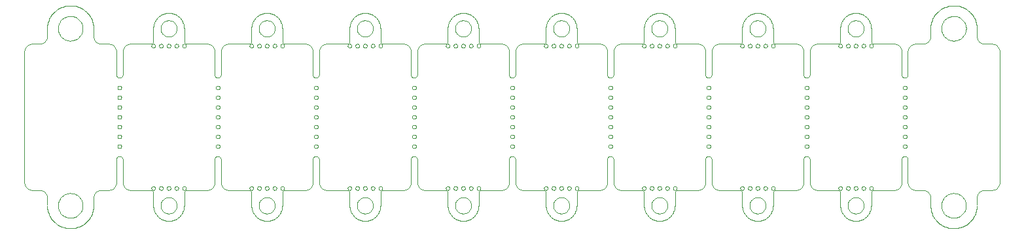
<source format=gm1>
G75*
G70*
%OFA0B0*%
%FSLAX24Y24*%
%IPPOS*%
%LPD*%
%AMOC8*
5,1,8,0,0,1.08239X$1,22.5*
%
%ADD10C,0.0000*%
D10*
X006119Y001345D02*
X006119Y001700D01*
X006117Y001739D01*
X006111Y001777D01*
X006102Y001814D01*
X006089Y001851D01*
X006072Y001886D01*
X006053Y001919D01*
X006030Y001950D01*
X006004Y001979D01*
X005975Y002005D01*
X005944Y002028D01*
X005911Y002047D01*
X005876Y002064D01*
X005839Y002077D01*
X005802Y002086D01*
X005764Y002092D01*
X005725Y002094D01*
X005351Y002094D01*
X005351Y002093D02*
X005312Y002095D01*
X005274Y002101D01*
X005237Y002110D01*
X005200Y002123D01*
X005165Y002140D01*
X005132Y002159D01*
X005101Y002182D01*
X005072Y002208D01*
X005046Y002237D01*
X005023Y002268D01*
X005004Y002301D01*
X004987Y002336D01*
X004974Y002373D01*
X004965Y002410D01*
X004959Y002448D01*
X004957Y002487D01*
X004957Y009180D01*
X004959Y009219D01*
X004965Y009257D01*
X004974Y009294D01*
X004987Y009331D01*
X005004Y009366D01*
X005023Y009399D01*
X005046Y009430D01*
X005072Y009459D01*
X005101Y009485D01*
X005132Y009508D01*
X005165Y009527D01*
X005200Y009544D01*
X005237Y009557D01*
X005274Y009566D01*
X005312Y009572D01*
X005351Y009574D01*
X005725Y009574D01*
X005764Y009576D01*
X005802Y009582D01*
X005839Y009591D01*
X005876Y009604D01*
X005911Y009621D01*
X005944Y009640D01*
X005975Y009663D01*
X006004Y009689D01*
X006030Y009718D01*
X006053Y009749D01*
X006072Y009782D01*
X006089Y009817D01*
X006102Y009854D01*
X006111Y009891D01*
X006117Y009929D01*
X006119Y009968D01*
X006119Y010381D01*
X006670Y010361D02*
X006672Y010411D01*
X006678Y010461D01*
X006688Y010510D01*
X006702Y010558D01*
X006719Y010605D01*
X006740Y010650D01*
X006765Y010694D01*
X006793Y010735D01*
X006825Y010774D01*
X006859Y010811D01*
X006896Y010845D01*
X006936Y010875D01*
X006978Y010902D01*
X007022Y010926D01*
X007068Y010947D01*
X007115Y010963D01*
X007163Y010976D01*
X007213Y010985D01*
X007262Y010990D01*
X007313Y010991D01*
X007363Y010988D01*
X007412Y010981D01*
X007461Y010970D01*
X007509Y010955D01*
X007555Y010937D01*
X007600Y010915D01*
X007643Y010889D01*
X007684Y010860D01*
X007723Y010828D01*
X007759Y010793D01*
X007791Y010755D01*
X007821Y010715D01*
X007848Y010672D01*
X007871Y010628D01*
X007890Y010582D01*
X007906Y010534D01*
X007918Y010485D01*
X007926Y010436D01*
X007930Y010386D01*
X007930Y010336D01*
X007926Y010286D01*
X007918Y010237D01*
X007906Y010188D01*
X007890Y010140D01*
X007871Y010094D01*
X007848Y010050D01*
X007821Y010007D01*
X007791Y009967D01*
X007759Y009929D01*
X007723Y009894D01*
X007684Y009862D01*
X007643Y009833D01*
X007600Y009807D01*
X007555Y009785D01*
X007509Y009767D01*
X007461Y009752D01*
X007412Y009741D01*
X007363Y009734D01*
X007313Y009731D01*
X007262Y009732D01*
X007213Y009737D01*
X007163Y009746D01*
X007115Y009759D01*
X007068Y009775D01*
X007022Y009796D01*
X006978Y009820D01*
X006936Y009847D01*
X006896Y009877D01*
X006859Y009911D01*
X006825Y009948D01*
X006793Y009987D01*
X006765Y010028D01*
X006740Y010072D01*
X006719Y010117D01*
X006702Y010164D01*
X006688Y010212D01*
X006678Y010261D01*
X006672Y010311D01*
X006670Y010361D01*
X006119Y010381D02*
X006123Y010448D01*
X006130Y010515D01*
X006142Y010582D01*
X006157Y010648D01*
X006176Y010713D01*
X006198Y010776D01*
X006224Y010839D01*
X006254Y010900D01*
X006287Y010958D01*
X006324Y011015D01*
X006363Y011070D01*
X006406Y011123D01*
X006452Y011173D01*
X006500Y011220D01*
X006551Y011264D01*
X006604Y011305D01*
X006660Y011344D01*
X006718Y011379D01*
X006778Y011410D01*
X006839Y011438D01*
X006902Y011463D01*
X006967Y011484D01*
X007032Y011501D01*
X007098Y011515D01*
X007165Y011524D01*
X007232Y011530D01*
X007300Y011532D01*
X007368Y011530D01*
X007435Y011524D01*
X007502Y011515D01*
X007568Y011501D01*
X007633Y011484D01*
X007698Y011463D01*
X007761Y011438D01*
X007822Y011410D01*
X007882Y011379D01*
X007940Y011344D01*
X007996Y011305D01*
X008049Y011264D01*
X008100Y011220D01*
X008148Y011173D01*
X008194Y011123D01*
X008237Y011070D01*
X008276Y011015D01*
X008313Y010958D01*
X008346Y010900D01*
X008376Y010839D01*
X008402Y010776D01*
X008424Y010713D01*
X008443Y010648D01*
X008458Y010582D01*
X008470Y010515D01*
X008477Y010448D01*
X008481Y010381D01*
X008481Y009968D01*
X008483Y009929D01*
X008489Y009891D01*
X008498Y009854D01*
X008511Y009817D01*
X008528Y009782D01*
X008547Y009749D01*
X008570Y009718D01*
X008596Y009689D01*
X008625Y009663D01*
X008656Y009640D01*
X008689Y009621D01*
X008724Y009604D01*
X008761Y009591D01*
X008798Y009582D01*
X008836Y009576D01*
X008875Y009574D01*
X009249Y009574D01*
X010363Y009574D02*
X011367Y009574D01*
X011389Y009576D01*
X011411Y009580D01*
X011432Y009588D01*
X011452Y009599D01*
X011470Y009612D01*
X011486Y009628D01*
X011499Y009646D01*
X011510Y009666D01*
X011518Y009687D01*
X011522Y009709D01*
X011524Y009731D01*
X011524Y010361D01*
X011899Y010361D02*
X011901Y010401D01*
X011907Y010442D01*
X011917Y010481D01*
X011930Y010519D01*
X011948Y010556D01*
X011969Y010590D01*
X011993Y010623D01*
X012020Y010653D01*
X012050Y010680D01*
X012083Y010704D01*
X012117Y010725D01*
X012154Y010743D01*
X012192Y010756D01*
X012231Y010766D01*
X012272Y010772D01*
X012312Y010774D01*
X012352Y010772D01*
X012393Y010766D01*
X012432Y010756D01*
X012470Y010743D01*
X012507Y010725D01*
X012541Y010704D01*
X012574Y010680D01*
X012604Y010653D01*
X012631Y010623D01*
X012655Y010590D01*
X012676Y010556D01*
X012694Y010519D01*
X012707Y010481D01*
X012717Y010442D01*
X012723Y010401D01*
X012725Y010361D01*
X012723Y010321D01*
X012717Y010280D01*
X012707Y010241D01*
X012694Y010203D01*
X012676Y010166D01*
X012655Y010132D01*
X012631Y010099D01*
X012604Y010069D01*
X012574Y010042D01*
X012541Y010018D01*
X012507Y009997D01*
X012470Y009979D01*
X012432Y009966D01*
X012393Y009956D01*
X012352Y009950D01*
X012312Y009948D01*
X012272Y009950D01*
X012231Y009956D01*
X012192Y009966D01*
X012154Y009979D01*
X012117Y009997D01*
X012083Y010018D01*
X012050Y010042D01*
X012020Y010069D01*
X011993Y010099D01*
X011969Y010132D01*
X011948Y010166D01*
X011930Y010203D01*
X011917Y010241D01*
X011907Y010280D01*
X011901Y010321D01*
X011899Y010361D01*
X011525Y010361D02*
X011527Y010416D01*
X011533Y010471D01*
X011542Y010525D01*
X011555Y010578D01*
X011572Y010630D01*
X011593Y010681D01*
X011617Y010730D01*
X011645Y010778D01*
X011675Y010824D01*
X011709Y010867D01*
X011746Y010908D01*
X011785Y010946D01*
X011827Y010981D01*
X011872Y011013D01*
X011918Y011043D01*
X011967Y011068D01*
X012017Y011091D01*
X012069Y011109D01*
X012122Y011125D01*
X012175Y011136D01*
X012230Y011144D01*
X012285Y011148D01*
X012339Y011148D01*
X012394Y011144D01*
X012449Y011136D01*
X012502Y011125D01*
X012555Y011109D01*
X012607Y011091D01*
X012657Y011068D01*
X012706Y011043D01*
X012752Y011013D01*
X012797Y010981D01*
X012839Y010946D01*
X012878Y010908D01*
X012915Y010867D01*
X012949Y010824D01*
X012979Y010778D01*
X013007Y010730D01*
X013031Y010681D01*
X013052Y010630D01*
X013069Y010578D01*
X013082Y010525D01*
X013091Y010471D01*
X013097Y010416D01*
X013099Y010361D01*
X013099Y009731D01*
X013101Y009709D01*
X013105Y009687D01*
X013113Y009666D01*
X013124Y009646D01*
X013137Y009628D01*
X013153Y009612D01*
X013171Y009599D01*
X013191Y009588D01*
X013212Y009580D01*
X013234Y009576D01*
X013256Y009574D01*
X014260Y009574D01*
X015363Y009574D02*
X016367Y009574D01*
X016389Y009576D01*
X016411Y009580D01*
X016432Y009588D01*
X016452Y009599D01*
X016470Y009612D01*
X016486Y009628D01*
X016499Y009646D01*
X016510Y009666D01*
X016518Y009687D01*
X016522Y009709D01*
X016524Y009731D01*
X016524Y010361D01*
X016899Y010361D02*
X016901Y010401D01*
X016907Y010442D01*
X016917Y010481D01*
X016930Y010519D01*
X016948Y010556D01*
X016969Y010590D01*
X016993Y010623D01*
X017020Y010653D01*
X017050Y010680D01*
X017083Y010704D01*
X017117Y010725D01*
X017154Y010743D01*
X017192Y010756D01*
X017231Y010766D01*
X017272Y010772D01*
X017312Y010774D01*
X017352Y010772D01*
X017393Y010766D01*
X017432Y010756D01*
X017470Y010743D01*
X017507Y010725D01*
X017541Y010704D01*
X017574Y010680D01*
X017604Y010653D01*
X017631Y010623D01*
X017655Y010590D01*
X017676Y010556D01*
X017694Y010519D01*
X017707Y010481D01*
X017717Y010442D01*
X017723Y010401D01*
X017725Y010361D01*
X017723Y010321D01*
X017717Y010280D01*
X017707Y010241D01*
X017694Y010203D01*
X017676Y010166D01*
X017655Y010132D01*
X017631Y010099D01*
X017604Y010069D01*
X017574Y010042D01*
X017541Y010018D01*
X017507Y009997D01*
X017470Y009979D01*
X017432Y009966D01*
X017393Y009956D01*
X017352Y009950D01*
X017312Y009948D01*
X017272Y009950D01*
X017231Y009956D01*
X017192Y009966D01*
X017154Y009979D01*
X017117Y009997D01*
X017083Y010018D01*
X017050Y010042D01*
X017020Y010069D01*
X016993Y010099D01*
X016969Y010132D01*
X016948Y010166D01*
X016930Y010203D01*
X016917Y010241D01*
X016907Y010280D01*
X016901Y010321D01*
X016899Y010361D01*
X016525Y010361D02*
X016527Y010416D01*
X016533Y010471D01*
X016542Y010525D01*
X016555Y010578D01*
X016572Y010630D01*
X016593Y010681D01*
X016617Y010730D01*
X016645Y010778D01*
X016675Y010824D01*
X016709Y010867D01*
X016746Y010908D01*
X016785Y010946D01*
X016827Y010981D01*
X016872Y011013D01*
X016918Y011043D01*
X016967Y011068D01*
X017017Y011091D01*
X017069Y011109D01*
X017122Y011125D01*
X017175Y011136D01*
X017230Y011144D01*
X017285Y011148D01*
X017339Y011148D01*
X017394Y011144D01*
X017449Y011136D01*
X017502Y011125D01*
X017555Y011109D01*
X017607Y011091D01*
X017657Y011068D01*
X017706Y011043D01*
X017752Y011013D01*
X017797Y010981D01*
X017839Y010946D01*
X017878Y010908D01*
X017915Y010867D01*
X017949Y010824D01*
X017979Y010778D01*
X018007Y010730D01*
X018031Y010681D01*
X018052Y010630D01*
X018069Y010578D01*
X018082Y010525D01*
X018091Y010471D01*
X018097Y010416D01*
X018099Y010361D01*
X018099Y009731D01*
X018101Y009709D01*
X018105Y009687D01*
X018113Y009666D01*
X018124Y009646D01*
X018137Y009628D01*
X018153Y009612D01*
X018171Y009599D01*
X018191Y009588D01*
X018212Y009580D01*
X018234Y009576D01*
X018256Y009574D01*
X019260Y009574D01*
X020363Y009574D02*
X021367Y009574D01*
X021389Y009576D01*
X021411Y009580D01*
X021432Y009588D01*
X021452Y009599D01*
X021470Y009612D01*
X021486Y009628D01*
X021499Y009646D01*
X021510Y009666D01*
X021518Y009687D01*
X021522Y009709D01*
X021524Y009731D01*
X021524Y010361D01*
X021899Y010361D02*
X021901Y010401D01*
X021907Y010442D01*
X021917Y010481D01*
X021930Y010519D01*
X021948Y010556D01*
X021969Y010590D01*
X021993Y010623D01*
X022020Y010653D01*
X022050Y010680D01*
X022083Y010704D01*
X022117Y010725D01*
X022154Y010743D01*
X022192Y010756D01*
X022231Y010766D01*
X022272Y010772D01*
X022312Y010774D01*
X022352Y010772D01*
X022393Y010766D01*
X022432Y010756D01*
X022470Y010743D01*
X022507Y010725D01*
X022541Y010704D01*
X022574Y010680D01*
X022604Y010653D01*
X022631Y010623D01*
X022655Y010590D01*
X022676Y010556D01*
X022694Y010519D01*
X022707Y010481D01*
X022717Y010442D01*
X022723Y010401D01*
X022725Y010361D01*
X022723Y010321D01*
X022717Y010280D01*
X022707Y010241D01*
X022694Y010203D01*
X022676Y010166D01*
X022655Y010132D01*
X022631Y010099D01*
X022604Y010069D01*
X022574Y010042D01*
X022541Y010018D01*
X022507Y009997D01*
X022470Y009979D01*
X022432Y009966D01*
X022393Y009956D01*
X022352Y009950D01*
X022312Y009948D01*
X022272Y009950D01*
X022231Y009956D01*
X022192Y009966D01*
X022154Y009979D01*
X022117Y009997D01*
X022083Y010018D01*
X022050Y010042D01*
X022020Y010069D01*
X021993Y010099D01*
X021969Y010132D01*
X021948Y010166D01*
X021930Y010203D01*
X021917Y010241D01*
X021907Y010280D01*
X021901Y010321D01*
X021899Y010361D01*
X021525Y010361D02*
X021527Y010416D01*
X021533Y010471D01*
X021542Y010525D01*
X021555Y010578D01*
X021572Y010630D01*
X021593Y010681D01*
X021617Y010730D01*
X021645Y010778D01*
X021675Y010824D01*
X021709Y010867D01*
X021746Y010908D01*
X021785Y010946D01*
X021827Y010981D01*
X021872Y011013D01*
X021918Y011043D01*
X021967Y011068D01*
X022017Y011091D01*
X022069Y011109D01*
X022122Y011125D01*
X022175Y011136D01*
X022230Y011144D01*
X022285Y011148D01*
X022339Y011148D01*
X022394Y011144D01*
X022449Y011136D01*
X022502Y011125D01*
X022555Y011109D01*
X022607Y011091D01*
X022657Y011068D01*
X022706Y011043D01*
X022752Y011013D01*
X022797Y010981D01*
X022839Y010946D01*
X022878Y010908D01*
X022915Y010867D01*
X022949Y010824D01*
X022979Y010778D01*
X023007Y010730D01*
X023031Y010681D01*
X023052Y010630D01*
X023069Y010578D01*
X023082Y010525D01*
X023091Y010471D01*
X023097Y010416D01*
X023099Y010361D01*
X023099Y009731D01*
X023101Y009709D01*
X023105Y009687D01*
X023113Y009666D01*
X023124Y009646D01*
X023137Y009628D01*
X023153Y009612D01*
X023171Y009599D01*
X023191Y009588D01*
X023212Y009580D01*
X023234Y009576D01*
X023256Y009574D01*
X024260Y009574D01*
X025363Y009574D02*
X026367Y009574D01*
X026389Y009576D01*
X026411Y009580D01*
X026432Y009588D01*
X026452Y009599D01*
X026470Y009612D01*
X026486Y009628D01*
X026499Y009646D01*
X026510Y009666D01*
X026518Y009687D01*
X026522Y009709D01*
X026524Y009731D01*
X026524Y010361D01*
X026899Y010361D02*
X026901Y010401D01*
X026907Y010442D01*
X026917Y010481D01*
X026930Y010519D01*
X026948Y010556D01*
X026969Y010590D01*
X026993Y010623D01*
X027020Y010653D01*
X027050Y010680D01*
X027083Y010704D01*
X027117Y010725D01*
X027154Y010743D01*
X027192Y010756D01*
X027231Y010766D01*
X027272Y010772D01*
X027312Y010774D01*
X027352Y010772D01*
X027393Y010766D01*
X027432Y010756D01*
X027470Y010743D01*
X027507Y010725D01*
X027541Y010704D01*
X027574Y010680D01*
X027604Y010653D01*
X027631Y010623D01*
X027655Y010590D01*
X027676Y010556D01*
X027694Y010519D01*
X027707Y010481D01*
X027717Y010442D01*
X027723Y010401D01*
X027725Y010361D01*
X027723Y010321D01*
X027717Y010280D01*
X027707Y010241D01*
X027694Y010203D01*
X027676Y010166D01*
X027655Y010132D01*
X027631Y010099D01*
X027604Y010069D01*
X027574Y010042D01*
X027541Y010018D01*
X027507Y009997D01*
X027470Y009979D01*
X027432Y009966D01*
X027393Y009956D01*
X027352Y009950D01*
X027312Y009948D01*
X027272Y009950D01*
X027231Y009956D01*
X027192Y009966D01*
X027154Y009979D01*
X027117Y009997D01*
X027083Y010018D01*
X027050Y010042D01*
X027020Y010069D01*
X026993Y010099D01*
X026969Y010132D01*
X026948Y010166D01*
X026930Y010203D01*
X026917Y010241D01*
X026907Y010280D01*
X026901Y010321D01*
X026899Y010361D01*
X026525Y010361D02*
X026527Y010416D01*
X026533Y010471D01*
X026542Y010525D01*
X026555Y010578D01*
X026572Y010630D01*
X026593Y010681D01*
X026617Y010730D01*
X026645Y010778D01*
X026675Y010824D01*
X026709Y010867D01*
X026746Y010908D01*
X026785Y010946D01*
X026827Y010981D01*
X026872Y011013D01*
X026918Y011043D01*
X026967Y011068D01*
X027017Y011091D01*
X027069Y011109D01*
X027122Y011125D01*
X027175Y011136D01*
X027230Y011144D01*
X027285Y011148D01*
X027339Y011148D01*
X027394Y011144D01*
X027449Y011136D01*
X027502Y011125D01*
X027555Y011109D01*
X027607Y011091D01*
X027657Y011068D01*
X027706Y011043D01*
X027752Y011013D01*
X027797Y010981D01*
X027839Y010946D01*
X027878Y010908D01*
X027915Y010867D01*
X027949Y010824D01*
X027979Y010778D01*
X028007Y010730D01*
X028031Y010681D01*
X028052Y010630D01*
X028069Y010578D01*
X028082Y010525D01*
X028091Y010471D01*
X028097Y010416D01*
X028099Y010361D01*
X028099Y009731D01*
X028101Y009709D01*
X028105Y009687D01*
X028113Y009666D01*
X028124Y009646D01*
X028137Y009628D01*
X028153Y009612D01*
X028171Y009599D01*
X028191Y009588D01*
X028212Y009580D01*
X028234Y009576D01*
X028256Y009574D01*
X029260Y009574D01*
X030363Y009574D02*
X031367Y009574D01*
X031389Y009576D01*
X031411Y009580D01*
X031432Y009588D01*
X031452Y009599D01*
X031470Y009612D01*
X031486Y009628D01*
X031499Y009646D01*
X031510Y009666D01*
X031518Y009687D01*
X031522Y009709D01*
X031524Y009731D01*
X031524Y010361D01*
X031899Y010361D02*
X031901Y010401D01*
X031907Y010442D01*
X031917Y010481D01*
X031930Y010519D01*
X031948Y010556D01*
X031969Y010590D01*
X031993Y010623D01*
X032020Y010653D01*
X032050Y010680D01*
X032083Y010704D01*
X032117Y010725D01*
X032154Y010743D01*
X032192Y010756D01*
X032231Y010766D01*
X032272Y010772D01*
X032312Y010774D01*
X032352Y010772D01*
X032393Y010766D01*
X032432Y010756D01*
X032470Y010743D01*
X032507Y010725D01*
X032541Y010704D01*
X032574Y010680D01*
X032604Y010653D01*
X032631Y010623D01*
X032655Y010590D01*
X032676Y010556D01*
X032694Y010519D01*
X032707Y010481D01*
X032717Y010442D01*
X032723Y010401D01*
X032725Y010361D01*
X032723Y010321D01*
X032717Y010280D01*
X032707Y010241D01*
X032694Y010203D01*
X032676Y010166D01*
X032655Y010132D01*
X032631Y010099D01*
X032604Y010069D01*
X032574Y010042D01*
X032541Y010018D01*
X032507Y009997D01*
X032470Y009979D01*
X032432Y009966D01*
X032393Y009956D01*
X032352Y009950D01*
X032312Y009948D01*
X032272Y009950D01*
X032231Y009956D01*
X032192Y009966D01*
X032154Y009979D01*
X032117Y009997D01*
X032083Y010018D01*
X032050Y010042D01*
X032020Y010069D01*
X031993Y010099D01*
X031969Y010132D01*
X031948Y010166D01*
X031930Y010203D01*
X031917Y010241D01*
X031907Y010280D01*
X031901Y010321D01*
X031899Y010361D01*
X031525Y010361D02*
X031527Y010416D01*
X031533Y010471D01*
X031542Y010525D01*
X031555Y010578D01*
X031572Y010630D01*
X031593Y010681D01*
X031617Y010730D01*
X031645Y010778D01*
X031675Y010824D01*
X031709Y010867D01*
X031746Y010908D01*
X031785Y010946D01*
X031827Y010981D01*
X031872Y011013D01*
X031918Y011043D01*
X031967Y011068D01*
X032017Y011091D01*
X032069Y011109D01*
X032122Y011125D01*
X032175Y011136D01*
X032230Y011144D01*
X032285Y011148D01*
X032339Y011148D01*
X032394Y011144D01*
X032449Y011136D01*
X032502Y011125D01*
X032555Y011109D01*
X032607Y011091D01*
X032657Y011068D01*
X032706Y011043D01*
X032752Y011013D01*
X032797Y010981D01*
X032839Y010946D01*
X032878Y010908D01*
X032915Y010867D01*
X032949Y010824D01*
X032979Y010778D01*
X033007Y010730D01*
X033031Y010681D01*
X033052Y010630D01*
X033069Y010578D01*
X033082Y010525D01*
X033091Y010471D01*
X033097Y010416D01*
X033099Y010361D01*
X033099Y009731D01*
X033101Y009709D01*
X033105Y009687D01*
X033113Y009666D01*
X033124Y009646D01*
X033137Y009628D01*
X033153Y009612D01*
X033171Y009599D01*
X033191Y009588D01*
X033212Y009580D01*
X033234Y009576D01*
X033256Y009574D01*
X034260Y009574D01*
X035363Y009574D02*
X036367Y009574D01*
X036389Y009576D01*
X036411Y009580D01*
X036432Y009588D01*
X036452Y009599D01*
X036470Y009612D01*
X036486Y009628D01*
X036499Y009646D01*
X036510Y009666D01*
X036518Y009687D01*
X036522Y009709D01*
X036524Y009731D01*
X036524Y010361D01*
X036899Y010361D02*
X036901Y010401D01*
X036907Y010442D01*
X036917Y010481D01*
X036930Y010519D01*
X036948Y010556D01*
X036969Y010590D01*
X036993Y010623D01*
X037020Y010653D01*
X037050Y010680D01*
X037083Y010704D01*
X037117Y010725D01*
X037154Y010743D01*
X037192Y010756D01*
X037231Y010766D01*
X037272Y010772D01*
X037312Y010774D01*
X037352Y010772D01*
X037393Y010766D01*
X037432Y010756D01*
X037470Y010743D01*
X037507Y010725D01*
X037541Y010704D01*
X037574Y010680D01*
X037604Y010653D01*
X037631Y010623D01*
X037655Y010590D01*
X037676Y010556D01*
X037694Y010519D01*
X037707Y010481D01*
X037717Y010442D01*
X037723Y010401D01*
X037725Y010361D01*
X037723Y010321D01*
X037717Y010280D01*
X037707Y010241D01*
X037694Y010203D01*
X037676Y010166D01*
X037655Y010132D01*
X037631Y010099D01*
X037604Y010069D01*
X037574Y010042D01*
X037541Y010018D01*
X037507Y009997D01*
X037470Y009979D01*
X037432Y009966D01*
X037393Y009956D01*
X037352Y009950D01*
X037312Y009948D01*
X037272Y009950D01*
X037231Y009956D01*
X037192Y009966D01*
X037154Y009979D01*
X037117Y009997D01*
X037083Y010018D01*
X037050Y010042D01*
X037020Y010069D01*
X036993Y010099D01*
X036969Y010132D01*
X036948Y010166D01*
X036930Y010203D01*
X036917Y010241D01*
X036907Y010280D01*
X036901Y010321D01*
X036899Y010361D01*
X036525Y010361D02*
X036527Y010416D01*
X036533Y010471D01*
X036542Y010525D01*
X036555Y010578D01*
X036572Y010630D01*
X036593Y010681D01*
X036617Y010730D01*
X036645Y010778D01*
X036675Y010824D01*
X036709Y010867D01*
X036746Y010908D01*
X036785Y010946D01*
X036827Y010981D01*
X036872Y011013D01*
X036918Y011043D01*
X036967Y011068D01*
X037017Y011091D01*
X037069Y011109D01*
X037122Y011125D01*
X037175Y011136D01*
X037230Y011144D01*
X037285Y011148D01*
X037339Y011148D01*
X037394Y011144D01*
X037449Y011136D01*
X037502Y011125D01*
X037555Y011109D01*
X037607Y011091D01*
X037657Y011068D01*
X037706Y011043D01*
X037752Y011013D01*
X037797Y010981D01*
X037839Y010946D01*
X037878Y010908D01*
X037915Y010867D01*
X037949Y010824D01*
X037979Y010778D01*
X038007Y010730D01*
X038031Y010681D01*
X038052Y010630D01*
X038069Y010578D01*
X038082Y010525D01*
X038091Y010471D01*
X038097Y010416D01*
X038099Y010361D01*
X038099Y009731D01*
X038101Y009709D01*
X038105Y009687D01*
X038113Y009666D01*
X038124Y009646D01*
X038137Y009628D01*
X038153Y009612D01*
X038171Y009599D01*
X038191Y009588D01*
X038212Y009580D01*
X038234Y009576D01*
X038256Y009574D01*
X039260Y009574D01*
X040363Y009574D02*
X041367Y009574D01*
X041389Y009576D01*
X041411Y009580D01*
X041432Y009588D01*
X041452Y009599D01*
X041470Y009612D01*
X041486Y009628D01*
X041499Y009646D01*
X041510Y009666D01*
X041518Y009687D01*
X041522Y009709D01*
X041524Y009731D01*
X041524Y010361D01*
X041899Y010361D02*
X041901Y010401D01*
X041907Y010442D01*
X041917Y010481D01*
X041930Y010519D01*
X041948Y010556D01*
X041969Y010590D01*
X041993Y010623D01*
X042020Y010653D01*
X042050Y010680D01*
X042083Y010704D01*
X042117Y010725D01*
X042154Y010743D01*
X042192Y010756D01*
X042231Y010766D01*
X042272Y010772D01*
X042312Y010774D01*
X042352Y010772D01*
X042393Y010766D01*
X042432Y010756D01*
X042470Y010743D01*
X042507Y010725D01*
X042541Y010704D01*
X042574Y010680D01*
X042604Y010653D01*
X042631Y010623D01*
X042655Y010590D01*
X042676Y010556D01*
X042694Y010519D01*
X042707Y010481D01*
X042717Y010442D01*
X042723Y010401D01*
X042725Y010361D01*
X042723Y010321D01*
X042717Y010280D01*
X042707Y010241D01*
X042694Y010203D01*
X042676Y010166D01*
X042655Y010132D01*
X042631Y010099D01*
X042604Y010069D01*
X042574Y010042D01*
X042541Y010018D01*
X042507Y009997D01*
X042470Y009979D01*
X042432Y009966D01*
X042393Y009956D01*
X042352Y009950D01*
X042312Y009948D01*
X042272Y009950D01*
X042231Y009956D01*
X042192Y009966D01*
X042154Y009979D01*
X042117Y009997D01*
X042083Y010018D01*
X042050Y010042D01*
X042020Y010069D01*
X041993Y010099D01*
X041969Y010132D01*
X041948Y010166D01*
X041930Y010203D01*
X041917Y010241D01*
X041907Y010280D01*
X041901Y010321D01*
X041899Y010361D01*
X041525Y010361D02*
X041527Y010416D01*
X041533Y010471D01*
X041542Y010525D01*
X041555Y010578D01*
X041572Y010630D01*
X041593Y010681D01*
X041617Y010730D01*
X041645Y010778D01*
X041675Y010824D01*
X041709Y010867D01*
X041746Y010908D01*
X041785Y010946D01*
X041827Y010981D01*
X041872Y011013D01*
X041918Y011043D01*
X041967Y011068D01*
X042017Y011091D01*
X042069Y011109D01*
X042122Y011125D01*
X042175Y011136D01*
X042230Y011144D01*
X042285Y011148D01*
X042339Y011148D01*
X042394Y011144D01*
X042449Y011136D01*
X042502Y011125D01*
X042555Y011109D01*
X042607Y011091D01*
X042657Y011068D01*
X042706Y011043D01*
X042752Y011013D01*
X042797Y010981D01*
X042839Y010946D01*
X042878Y010908D01*
X042915Y010867D01*
X042949Y010824D01*
X042979Y010778D01*
X043007Y010730D01*
X043031Y010681D01*
X043052Y010630D01*
X043069Y010578D01*
X043082Y010525D01*
X043091Y010471D01*
X043097Y010416D01*
X043099Y010361D01*
X043099Y009731D01*
X043101Y009709D01*
X043105Y009687D01*
X043113Y009666D01*
X043124Y009646D01*
X043137Y009628D01*
X043153Y009612D01*
X043171Y009599D01*
X043191Y009588D01*
X043212Y009580D01*
X043234Y009576D01*
X043256Y009574D01*
X044260Y009574D01*
X045363Y009574D02*
X046367Y009574D01*
X046389Y009576D01*
X046411Y009580D01*
X046432Y009588D01*
X046452Y009599D01*
X046470Y009612D01*
X046486Y009628D01*
X046499Y009646D01*
X046510Y009666D01*
X046518Y009687D01*
X046522Y009709D01*
X046524Y009731D01*
X046524Y010361D01*
X046899Y010361D02*
X046901Y010401D01*
X046907Y010442D01*
X046917Y010481D01*
X046930Y010519D01*
X046948Y010556D01*
X046969Y010590D01*
X046993Y010623D01*
X047020Y010653D01*
X047050Y010680D01*
X047083Y010704D01*
X047117Y010725D01*
X047154Y010743D01*
X047192Y010756D01*
X047231Y010766D01*
X047272Y010772D01*
X047312Y010774D01*
X047352Y010772D01*
X047393Y010766D01*
X047432Y010756D01*
X047470Y010743D01*
X047507Y010725D01*
X047541Y010704D01*
X047574Y010680D01*
X047604Y010653D01*
X047631Y010623D01*
X047655Y010590D01*
X047676Y010556D01*
X047694Y010519D01*
X047707Y010481D01*
X047717Y010442D01*
X047723Y010401D01*
X047725Y010361D01*
X047723Y010321D01*
X047717Y010280D01*
X047707Y010241D01*
X047694Y010203D01*
X047676Y010166D01*
X047655Y010132D01*
X047631Y010099D01*
X047604Y010069D01*
X047574Y010042D01*
X047541Y010018D01*
X047507Y009997D01*
X047470Y009979D01*
X047432Y009966D01*
X047393Y009956D01*
X047352Y009950D01*
X047312Y009948D01*
X047272Y009950D01*
X047231Y009956D01*
X047192Y009966D01*
X047154Y009979D01*
X047117Y009997D01*
X047083Y010018D01*
X047050Y010042D01*
X047020Y010069D01*
X046993Y010099D01*
X046969Y010132D01*
X046948Y010166D01*
X046930Y010203D01*
X046917Y010241D01*
X046907Y010280D01*
X046901Y010321D01*
X046899Y010361D01*
X046525Y010361D02*
X046527Y010416D01*
X046533Y010471D01*
X046542Y010525D01*
X046555Y010578D01*
X046572Y010630D01*
X046593Y010681D01*
X046617Y010730D01*
X046645Y010778D01*
X046675Y010824D01*
X046709Y010867D01*
X046746Y010908D01*
X046785Y010946D01*
X046827Y010981D01*
X046872Y011013D01*
X046918Y011043D01*
X046967Y011068D01*
X047017Y011091D01*
X047069Y011109D01*
X047122Y011125D01*
X047175Y011136D01*
X047230Y011144D01*
X047285Y011148D01*
X047339Y011148D01*
X047394Y011144D01*
X047449Y011136D01*
X047502Y011125D01*
X047555Y011109D01*
X047607Y011091D01*
X047657Y011068D01*
X047706Y011043D01*
X047752Y011013D01*
X047797Y010981D01*
X047839Y010946D01*
X047878Y010908D01*
X047915Y010867D01*
X047949Y010824D01*
X047979Y010778D01*
X048007Y010730D01*
X048031Y010681D01*
X048052Y010630D01*
X048069Y010578D01*
X048082Y010525D01*
X048091Y010471D01*
X048097Y010416D01*
X048099Y010361D01*
X048099Y009731D01*
X048101Y009709D01*
X048105Y009687D01*
X048113Y009666D01*
X048124Y009646D01*
X048137Y009628D01*
X048153Y009612D01*
X048171Y009599D01*
X048191Y009588D01*
X048212Y009580D01*
X048234Y009576D01*
X048256Y009574D01*
X049260Y009574D01*
X050351Y009574D02*
X050725Y009574D01*
X050764Y009576D01*
X050802Y009582D01*
X050839Y009591D01*
X050876Y009604D01*
X050911Y009621D01*
X050944Y009640D01*
X050975Y009663D01*
X051004Y009689D01*
X051030Y009718D01*
X051053Y009749D01*
X051072Y009782D01*
X051089Y009817D01*
X051102Y009854D01*
X051111Y009891D01*
X051117Y009929D01*
X051119Y009968D01*
X051119Y010381D01*
X051123Y010448D01*
X051130Y010515D01*
X051142Y010582D01*
X051157Y010648D01*
X051176Y010713D01*
X051198Y010776D01*
X051224Y010839D01*
X051254Y010900D01*
X051287Y010958D01*
X051324Y011015D01*
X051363Y011070D01*
X051406Y011123D01*
X051452Y011173D01*
X051500Y011220D01*
X051551Y011264D01*
X051604Y011305D01*
X051660Y011344D01*
X051718Y011379D01*
X051778Y011410D01*
X051839Y011438D01*
X051902Y011463D01*
X051967Y011484D01*
X052032Y011501D01*
X052098Y011515D01*
X052165Y011524D01*
X052232Y011530D01*
X052300Y011532D01*
X052368Y011530D01*
X052435Y011524D01*
X052502Y011515D01*
X052568Y011501D01*
X052633Y011484D01*
X052698Y011463D01*
X052761Y011438D01*
X052822Y011410D01*
X052882Y011379D01*
X052940Y011344D01*
X052996Y011305D01*
X053049Y011264D01*
X053100Y011220D01*
X053148Y011173D01*
X053194Y011123D01*
X053237Y011070D01*
X053276Y011015D01*
X053313Y010958D01*
X053346Y010900D01*
X053376Y010839D01*
X053402Y010776D01*
X053424Y010713D01*
X053443Y010648D01*
X053458Y010582D01*
X053470Y010515D01*
X053477Y010448D01*
X053481Y010381D01*
X053481Y009968D01*
X053483Y009929D01*
X053489Y009891D01*
X053498Y009854D01*
X053511Y009817D01*
X053528Y009782D01*
X053547Y009749D01*
X053570Y009718D01*
X053596Y009689D01*
X053625Y009663D01*
X053656Y009640D01*
X053689Y009621D01*
X053724Y009604D01*
X053761Y009591D01*
X053798Y009582D01*
X053836Y009576D01*
X053875Y009574D01*
X054249Y009574D01*
X054288Y009572D01*
X054326Y009566D01*
X054363Y009557D01*
X054400Y009544D01*
X054435Y009527D01*
X054468Y009508D01*
X054499Y009485D01*
X054528Y009459D01*
X054554Y009430D01*
X054577Y009399D01*
X054596Y009366D01*
X054613Y009331D01*
X054626Y009294D01*
X054635Y009257D01*
X054641Y009219D01*
X054643Y009180D01*
X054642Y009180D02*
X054642Y002487D01*
X054643Y002487D02*
X054641Y002448D01*
X054635Y002410D01*
X054626Y002373D01*
X054613Y002336D01*
X054596Y002301D01*
X054577Y002268D01*
X054554Y002237D01*
X054528Y002208D01*
X054499Y002182D01*
X054468Y002159D01*
X054435Y002140D01*
X054400Y002123D01*
X054363Y002110D01*
X054326Y002101D01*
X054288Y002095D01*
X054249Y002093D01*
X054249Y002094D02*
X053875Y002094D01*
X053836Y002092D01*
X053798Y002086D01*
X053761Y002077D01*
X053724Y002064D01*
X053689Y002047D01*
X053656Y002028D01*
X053625Y002005D01*
X053596Y001979D01*
X053570Y001950D01*
X053547Y001919D01*
X053528Y001886D01*
X053511Y001851D01*
X053498Y001814D01*
X053489Y001777D01*
X053483Y001739D01*
X053481Y001700D01*
X053481Y001345D01*
X053481Y001286D02*
X053477Y001219D01*
X053470Y001152D01*
X053458Y001086D01*
X053443Y001020D01*
X053424Y000955D01*
X053402Y000891D01*
X053376Y000829D01*
X053346Y000769D01*
X053314Y000710D01*
X053277Y000653D01*
X053238Y000598D01*
X053195Y000546D01*
X053150Y000496D01*
X053102Y000449D01*
X053051Y000404D01*
X052998Y000363D01*
X052942Y000325D01*
X052884Y000290D01*
X052825Y000258D01*
X052764Y000230D01*
X052701Y000205D01*
X052637Y000184D01*
X052572Y000167D01*
X052506Y000153D01*
X052439Y000143D01*
X052372Y000137D01*
X052304Y000135D01*
X052237Y000137D01*
X052170Y000142D01*
X052103Y000152D01*
X052037Y000165D01*
X051971Y000182D01*
X051907Y000202D01*
X051844Y000227D01*
X051783Y000254D01*
X051723Y000286D01*
X051665Y000320D01*
X051609Y000358D01*
X051556Y000399D01*
X051505Y000443D01*
X051456Y000490D01*
X051410Y000539D01*
X051367Y000591D01*
X051328Y000646D01*
X051291Y000703D01*
X051257Y000761D01*
X051227Y000822D01*
X051201Y000884D01*
X051178Y000947D01*
X051159Y001012D01*
X051143Y001077D01*
X051132Y001144D01*
X051124Y001211D01*
X051120Y001278D01*
X051119Y001346D01*
X051119Y001286D02*
X051119Y001700D01*
X051117Y001739D01*
X051111Y001777D01*
X051102Y001814D01*
X051089Y001851D01*
X051072Y001886D01*
X051053Y001919D01*
X051030Y001950D01*
X051004Y001979D01*
X050975Y002005D01*
X050944Y002028D01*
X050911Y002047D01*
X050876Y002064D01*
X050839Y002077D01*
X050802Y002086D01*
X050764Y002092D01*
X050725Y002094D01*
X050351Y002094D01*
X049260Y002094D02*
X048256Y002094D01*
X048256Y002093D02*
X048234Y002091D01*
X048212Y002087D01*
X048191Y002079D01*
X048171Y002068D01*
X048153Y002055D01*
X048137Y002039D01*
X048124Y002021D01*
X048113Y002001D01*
X048105Y001980D01*
X048101Y001958D01*
X048099Y001936D01*
X048099Y001306D01*
X046899Y001306D02*
X046901Y001346D01*
X046907Y001387D01*
X046917Y001426D01*
X046930Y001464D01*
X046948Y001501D01*
X046969Y001535D01*
X046993Y001568D01*
X047020Y001598D01*
X047050Y001625D01*
X047083Y001649D01*
X047117Y001670D01*
X047154Y001688D01*
X047192Y001701D01*
X047231Y001711D01*
X047272Y001717D01*
X047312Y001719D01*
X047352Y001717D01*
X047393Y001711D01*
X047432Y001701D01*
X047470Y001688D01*
X047507Y001670D01*
X047541Y001649D01*
X047574Y001625D01*
X047604Y001598D01*
X047631Y001568D01*
X047655Y001535D01*
X047676Y001501D01*
X047694Y001464D01*
X047707Y001426D01*
X047717Y001387D01*
X047723Y001346D01*
X047725Y001306D01*
X047723Y001266D01*
X047717Y001225D01*
X047707Y001186D01*
X047694Y001148D01*
X047676Y001111D01*
X047655Y001077D01*
X047631Y001044D01*
X047604Y001014D01*
X047574Y000987D01*
X047541Y000963D01*
X047507Y000942D01*
X047470Y000924D01*
X047432Y000911D01*
X047393Y000901D01*
X047352Y000895D01*
X047312Y000893D01*
X047272Y000895D01*
X047231Y000901D01*
X047192Y000911D01*
X047154Y000924D01*
X047117Y000942D01*
X047083Y000963D01*
X047050Y000987D01*
X047020Y001014D01*
X046993Y001044D01*
X046969Y001077D01*
X046948Y001111D01*
X046930Y001148D01*
X046917Y001186D01*
X046907Y001225D01*
X046901Y001266D01*
X046899Y001306D01*
X046524Y001306D02*
X046524Y001936D01*
X046522Y001958D01*
X046518Y001980D01*
X046510Y002001D01*
X046499Y002021D01*
X046486Y002039D01*
X046470Y002055D01*
X046452Y002068D01*
X046432Y002079D01*
X046411Y002087D01*
X046389Y002091D01*
X046367Y002093D01*
X046367Y002094D02*
X045363Y002094D01*
X044260Y002094D02*
X043256Y002094D01*
X043256Y002093D02*
X043234Y002091D01*
X043212Y002087D01*
X043191Y002079D01*
X043171Y002068D01*
X043153Y002055D01*
X043137Y002039D01*
X043124Y002021D01*
X043113Y002001D01*
X043105Y001980D01*
X043101Y001958D01*
X043099Y001936D01*
X043099Y001306D01*
X041899Y001306D02*
X041901Y001346D01*
X041907Y001387D01*
X041917Y001426D01*
X041930Y001464D01*
X041948Y001501D01*
X041969Y001535D01*
X041993Y001568D01*
X042020Y001598D01*
X042050Y001625D01*
X042083Y001649D01*
X042117Y001670D01*
X042154Y001688D01*
X042192Y001701D01*
X042231Y001711D01*
X042272Y001717D01*
X042312Y001719D01*
X042352Y001717D01*
X042393Y001711D01*
X042432Y001701D01*
X042470Y001688D01*
X042507Y001670D01*
X042541Y001649D01*
X042574Y001625D01*
X042604Y001598D01*
X042631Y001568D01*
X042655Y001535D01*
X042676Y001501D01*
X042694Y001464D01*
X042707Y001426D01*
X042717Y001387D01*
X042723Y001346D01*
X042725Y001306D01*
X042723Y001266D01*
X042717Y001225D01*
X042707Y001186D01*
X042694Y001148D01*
X042676Y001111D01*
X042655Y001077D01*
X042631Y001044D01*
X042604Y001014D01*
X042574Y000987D01*
X042541Y000963D01*
X042507Y000942D01*
X042470Y000924D01*
X042432Y000911D01*
X042393Y000901D01*
X042352Y000895D01*
X042312Y000893D01*
X042272Y000895D01*
X042231Y000901D01*
X042192Y000911D01*
X042154Y000924D01*
X042117Y000942D01*
X042083Y000963D01*
X042050Y000987D01*
X042020Y001014D01*
X041993Y001044D01*
X041969Y001077D01*
X041948Y001111D01*
X041930Y001148D01*
X041917Y001186D01*
X041907Y001225D01*
X041901Y001266D01*
X041899Y001306D01*
X041524Y001306D02*
X041524Y001936D01*
X041522Y001958D01*
X041518Y001980D01*
X041510Y002001D01*
X041499Y002021D01*
X041486Y002039D01*
X041470Y002055D01*
X041452Y002068D01*
X041432Y002079D01*
X041411Y002087D01*
X041389Y002091D01*
X041367Y002093D01*
X041367Y002094D02*
X040363Y002094D01*
X039260Y002094D02*
X038256Y002094D01*
X038256Y002093D02*
X038234Y002091D01*
X038212Y002087D01*
X038191Y002079D01*
X038171Y002068D01*
X038153Y002055D01*
X038137Y002039D01*
X038124Y002021D01*
X038113Y002001D01*
X038105Y001980D01*
X038101Y001958D01*
X038099Y001936D01*
X038099Y001306D01*
X036899Y001306D02*
X036901Y001346D01*
X036907Y001387D01*
X036917Y001426D01*
X036930Y001464D01*
X036948Y001501D01*
X036969Y001535D01*
X036993Y001568D01*
X037020Y001598D01*
X037050Y001625D01*
X037083Y001649D01*
X037117Y001670D01*
X037154Y001688D01*
X037192Y001701D01*
X037231Y001711D01*
X037272Y001717D01*
X037312Y001719D01*
X037352Y001717D01*
X037393Y001711D01*
X037432Y001701D01*
X037470Y001688D01*
X037507Y001670D01*
X037541Y001649D01*
X037574Y001625D01*
X037604Y001598D01*
X037631Y001568D01*
X037655Y001535D01*
X037676Y001501D01*
X037694Y001464D01*
X037707Y001426D01*
X037717Y001387D01*
X037723Y001346D01*
X037725Y001306D01*
X037723Y001266D01*
X037717Y001225D01*
X037707Y001186D01*
X037694Y001148D01*
X037676Y001111D01*
X037655Y001077D01*
X037631Y001044D01*
X037604Y001014D01*
X037574Y000987D01*
X037541Y000963D01*
X037507Y000942D01*
X037470Y000924D01*
X037432Y000911D01*
X037393Y000901D01*
X037352Y000895D01*
X037312Y000893D01*
X037272Y000895D01*
X037231Y000901D01*
X037192Y000911D01*
X037154Y000924D01*
X037117Y000942D01*
X037083Y000963D01*
X037050Y000987D01*
X037020Y001014D01*
X036993Y001044D01*
X036969Y001077D01*
X036948Y001111D01*
X036930Y001148D01*
X036917Y001186D01*
X036907Y001225D01*
X036901Y001266D01*
X036899Y001306D01*
X036524Y001306D02*
X036524Y001936D01*
X036522Y001958D01*
X036518Y001980D01*
X036510Y002001D01*
X036499Y002021D01*
X036486Y002039D01*
X036470Y002055D01*
X036452Y002068D01*
X036432Y002079D01*
X036411Y002087D01*
X036389Y002091D01*
X036367Y002093D01*
X036367Y002094D02*
X035363Y002094D01*
X034260Y002094D02*
X033256Y002094D01*
X033256Y002093D02*
X033234Y002091D01*
X033212Y002087D01*
X033191Y002079D01*
X033171Y002068D01*
X033153Y002055D01*
X033137Y002039D01*
X033124Y002021D01*
X033113Y002001D01*
X033105Y001980D01*
X033101Y001958D01*
X033099Y001936D01*
X033099Y001306D01*
X031899Y001306D02*
X031901Y001346D01*
X031907Y001387D01*
X031917Y001426D01*
X031930Y001464D01*
X031948Y001501D01*
X031969Y001535D01*
X031993Y001568D01*
X032020Y001598D01*
X032050Y001625D01*
X032083Y001649D01*
X032117Y001670D01*
X032154Y001688D01*
X032192Y001701D01*
X032231Y001711D01*
X032272Y001717D01*
X032312Y001719D01*
X032352Y001717D01*
X032393Y001711D01*
X032432Y001701D01*
X032470Y001688D01*
X032507Y001670D01*
X032541Y001649D01*
X032574Y001625D01*
X032604Y001598D01*
X032631Y001568D01*
X032655Y001535D01*
X032676Y001501D01*
X032694Y001464D01*
X032707Y001426D01*
X032717Y001387D01*
X032723Y001346D01*
X032725Y001306D01*
X032723Y001266D01*
X032717Y001225D01*
X032707Y001186D01*
X032694Y001148D01*
X032676Y001111D01*
X032655Y001077D01*
X032631Y001044D01*
X032604Y001014D01*
X032574Y000987D01*
X032541Y000963D01*
X032507Y000942D01*
X032470Y000924D01*
X032432Y000911D01*
X032393Y000901D01*
X032352Y000895D01*
X032312Y000893D01*
X032272Y000895D01*
X032231Y000901D01*
X032192Y000911D01*
X032154Y000924D01*
X032117Y000942D01*
X032083Y000963D01*
X032050Y000987D01*
X032020Y001014D01*
X031993Y001044D01*
X031969Y001077D01*
X031948Y001111D01*
X031930Y001148D01*
X031917Y001186D01*
X031907Y001225D01*
X031901Y001266D01*
X031899Y001306D01*
X031524Y001306D02*
X031524Y001936D01*
X031522Y001958D01*
X031518Y001980D01*
X031510Y002001D01*
X031499Y002021D01*
X031486Y002039D01*
X031470Y002055D01*
X031452Y002068D01*
X031432Y002079D01*
X031411Y002087D01*
X031389Y002091D01*
X031367Y002093D01*
X031367Y002094D02*
X030363Y002094D01*
X029260Y002094D02*
X028256Y002094D01*
X028256Y002093D02*
X028234Y002091D01*
X028212Y002087D01*
X028191Y002079D01*
X028171Y002068D01*
X028153Y002055D01*
X028137Y002039D01*
X028124Y002021D01*
X028113Y002001D01*
X028105Y001980D01*
X028101Y001958D01*
X028099Y001936D01*
X028099Y001306D01*
X026899Y001306D02*
X026901Y001346D01*
X026907Y001387D01*
X026917Y001426D01*
X026930Y001464D01*
X026948Y001501D01*
X026969Y001535D01*
X026993Y001568D01*
X027020Y001598D01*
X027050Y001625D01*
X027083Y001649D01*
X027117Y001670D01*
X027154Y001688D01*
X027192Y001701D01*
X027231Y001711D01*
X027272Y001717D01*
X027312Y001719D01*
X027352Y001717D01*
X027393Y001711D01*
X027432Y001701D01*
X027470Y001688D01*
X027507Y001670D01*
X027541Y001649D01*
X027574Y001625D01*
X027604Y001598D01*
X027631Y001568D01*
X027655Y001535D01*
X027676Y001501D01*
X027694Y001464D01*
X027707Y001426D01*
X027717Y001387D01*
X027723Y001346D01*
X027725Y001306D01*
X027723Y001266D01*
X027717Y001225D01*
X027707Y001186D01*
X027694Y001148D01*
X027676Y001111D01*
X027655Y001077D01*
X027631Y001044D01*
X027604Y001014D01*
X027574Y000987D01*
X027541Y000963D01*
X027507Y000942D01*
X027470Y000924D01*
X027432Y000911D01*
X027393Y000901D01*
X027352Y000895D01*
X027312Y000893D01*
X027272Y000895D01*
X027231Y000901D01*
X027192Y000911D01*
X027154Y000924D01*
X027117Y000942D01*
X027083Y000963D01*
X027050Y000987D01*
X027020Y001014D01*
X026993Y001044D01*
X026969Y001077D01*
X026948Y001111D01*
X026930Y001148D01*
X026917Y001186D01*
X026907Y001225D01*
X026901Y001266D01*
X026899Y001306D01*
X026524Y001306D02*
X026524Y001936D01*
X026522Y001958D01*
X026518Y001980D01*
X026510Y002001D01*
X026499Y002021D01*
X026486Y002039D01*
X026470Y002055D01*
X026452Y002068D01*
X026432Y002079D01*
X026411Y002087D01*
X026389Y002091D01*
X026367Y002093D01*
X026367Y002094D02*
X025363Y002094D01*
X024260Y002094D02*
X023256Y002094D01*
X023256Y002093D02*
X023234Y002091D01*
X023212Y002087D01*
X023191Y002079D01*
X023171Y002068D01*
X023153Y002055D01*
X023137Y002039D01*
X023124Y002021D01*
X023113Y002001D01*
X023105Y001980D01*
X023101Y001958D01*
X023099Y001936D01*
X023099Y001306D01*
X021899Y001306D02*
X021901Y001346D01*
X021907Y001387D01*
X021917Y001426D01*
X021930Y001464D01*
X021948Y001501D01*
X021969Y001535D01*
X021993Y001568D01*
X022020Y001598D01*
X022050Y001625D01*
X022083Y001649D01*
X022117Y001670D01*
X022154Y001688D01*
X022192Y001701D01*
X022231Y001711D01*
X022272Y001717D01*
X022312Y001719D01*
X022352Y001717D01*
X022393Y001711D01*
X022432Y001701D01*
X022470Y001688D01*
X022507Y001670D01*
X022541Y001649D01*
X022574Y001625D01*
X022604Y001598D01*
X022631Y001568D01*
X022655Y001535D01*
X022676Y001501D01*
X022694Y001464D01*
X022707Y001426D01*
X022717Y001387D01*
X022723Y001346D01*
X022725Y001306D01*
X022723Y001266D01*
X022717Y001225D01*
X022707Y001186D01*
X022694Y001148D01*
X022676Y001111D01*
X022655Y001077D01*
X022631Y001044D01*
X022604Y001014D01*
X022574Y000987D01*
X022541Y000963D01*
X022507Y000942D01*
X022470Y000924D01*
X022432Y000911D01*
X022393Y000901D01*
X022352Y000895D01*
X022312Y000893D01*
X022272Y000895D01*
X022231Y000901D01*
X022192Y000911D01*
X022154Y000924D01*
X022117Y000942D01*
X022083Y000963D01*
X022050Y000987D01*
X022020Y001014D01*
X021993Y001044D01*
X021969Y001077D01*
X021948Y001111D01*
X021930Y001148D01*
X021917Y001186D01*
X021907Y001225D01*
X021901Y001266D01*
X021899Y001306D01*
X021524Y001306D02*
X021524Y001936D01*
X021522Y001958D01*
X021518Y001980D01*
X021510Y002001D01*
X021499Y002021D01*
X021486Y002039D01*
X021470Y002055D01*
X021452Y002068D01*
X021432Y002079D01*
X021411Y002087D01*
X021389Y002091D01*
X021367Y002093D01*
X021367Y002094D02*
X020363Y002094D01*
X019260Y002094D02*
X018256Y002094D01*
X018256Y002093D02*
X018234Y002091D01*
X018212Y002087D01*
X018191Y002079D01*
X018171Y002068D01*
X018153Y002055D01*
X018137Y002039D01*
X018124Y002021D01*
X018113Y002001D01*
X018105Y001980D01*
X018101Y001958D01*
X018099Y001936D01*
X018099Y001306D01*
X016899Y001306D02*
X016901Y001346D01*
X016907Y001387D01*
X016917Y001426D01*
X016930Y001464D01*
X016948Y001501D01*
X016969Y001535D01*
X016993Y001568D01*
X017020Y001598D01*
X017050Y001625D01*
X017083Y001649D01*
X017117Y001670D01*
X017154Y001688D01*
X017192Y001701D01*
X017231Y001711D01*
X017272Y001717D01*
X017312Y001719D01*
X017352Y001717D01*
X017393Y001711D01*
X017432Y001701D01*
X017470Y001688D01*
X017507Y001670D01*
X017541Y001649D01*
X017574Y001625D01*
X017604Y001598D01*
X017631Y001568D01*
X017655Y001535D01*
X017676Y001501D01*
X017694Y001464D01*
X017707Y001426D01*
X017717Y001387D01*
X017723Y001346D01*
X017725Y001306D01*
X017723Y001266D01*
X017717Y001225D01*
X017707Y001186D01*
X017694Y001148D01*
X017676Y001111D01*
X017655Y001077D01*
X017631Y001044D01*
X017604Y001014D01*
X017574Y000987D01*
X017541Y000963D01*
X017507Y000942D01*
X017470Y000924D01*
X017432Y000911D01*
X017393Y000901D01*
X017352Y000895D01*
X017312Y000893D01*
X017272Y000895D01*
X017231Y000901D01*
X017192Y000911D01*
X017154Y000924D01*
X017117Y000942D01*
X017083Y000963D01*
X017050Y000987D01*
X017020Y001014D01*
X016993Y001044D01*
X016969Y001077D01*
X016948Y001111D01*
X016930Y001148D01*
X016917Y001186D01*
X016907Y001225D01*
X016901Y001266D01*
X016899Y001306D01*
X016524Y001306D02*
X016524Y001936D01*
X016522Y001958D01*
X016518Y001980D01*
X016510Y002001D01*
X016499Y002021D01*
X016486Y002039D01*
X016470Y002055D01*
X016452Y002068D01*
X016432Y002079D01*
X016411Y002087D01*
X016389Y002091D01*
X016367Y002093D01*
X016367Y002094D02*
X015363Y002094D01*
X014260Y002094D02*
X013256Y002094D01*
X013256Y002093D02*
X013234Y002091D01*
X013212Y002087D01*
X013191Y002079D01*
X013171Y002068D01*
X013153Y002055D01*
X013137Y002039D01*
X013124Y002021D01*
X013113Y002001D01*
X013105Y001980D01*
X013101Y001958D01*
X013099Y001936D01*
X013099Y001306D01*
X011899Y001306D02*
X011901Y001346D01*
X011907Y001387D01*
X011917Y001426D01*
X011930Y001464D01*
X011948Y001501D01*
X011969Y001535D01*
X011993Y001568D01*
X012020Y001598D01*
X012050Y001625D01*
X012083Y001649D01*
X012117Y001670D01*
X012154Y001688D01*
X012192Y001701D01*
X012231Y001711D01*
X012272Y001717D01*
X012312Y001719D01*
X012352Y001717D01*
X012393Y001711D01*
X012432Y001701D01*
X012470Y001688D01*
X012507Y001670D01*
X012541Y001649D01*
X012574Y001625D01*
X012604Y001598D01*
X012631Y001568D01*
X012655Y001535D01*
X012676Y001501D01*
X012694Y001464D01*
X012707Y001426D01*
X012717Y001387D01*
X012723Y001346D01*
X012725Y001306D01*
X012723Y001266D01*
X012717Y001225D01*
X012707Y001186D01*
X012694Y001148D01*
X012676Y001111D01*
X012655Y001077D01*
X012631Y001044D01*
X012604Y001014D01*
X012574Y000987D01*
X012541Y000963D01*
X012507Y000942D01*
X012470Y000924D01*
X012432Y000911D01*
X012393Y000901D01*
X012352Y000895D01*
X012312Y000893D01*
X012272Y000895D01*
X012231Y000901D01*
X012192Y000911D01*
X012154Y000924D01*
X012117Y000942D01*
X012083Y000963D01*
X012050Y000987D01*
X012020Y001014D01*
X011993Y001044D01*
X011969Y001077D01*
X011948Y001111D01*
X011930Y001148D01*
X011917Y001186D01*
X011907Y001225D01*
X011901Y001266D01*
X011899Y001306D01*
X011524Y001306D02*
X011524Y001936D01*
X011522Y001958D01*
X011518Y001980D01*
X011510Y002001D01*
X011499Y002021D01*
X011486Y002039D01*
X011470Y002055D01*
X011452Y002068D01*
X011432Y002079D01*
X011411Y002087D01*
X011389Y002091D01*
X011367Y002093D01*
X011367Y002094D02*
X010363Y002094D01*
X009249Y002094D02*
X008875Y002094D01*
X008836Y002092D01*
X008798Y002086D01*
X008761Y002077D01*
X008724Y002064D01*
X008689Y002047D01*
X008656Y002028D01*
X008625Y002005D01*
X008596Y001979D01*
X008570Y001950D01*
X008547Y001919D01*
X008528Y001886D01*
X008511Y001851D01*
X008498Y001814D01*
X008489Y001777D01*
X008483Y001739D01*
X008481Y001700D01*
X008481Y001286D01*
X006670Y001306D02*
X006672Y001356D01*
X006678Y001406D01*
X006688Y001455D01*
X006702Y001503D01*
X006719Y001550D01*
X006740Y001595D01*
X006765Y001639D01*
X006793Y001680D01*
X006825Y001719D01*
X006859Y001756D01*
X006896Y001790D01*
X006936Y001820D01*
X006978Y001847D01*
X007022Y001871D01*
X007068Y001892D01*
X007115Y001908D01*
X007163Y001921D01*
X007213Y001930D01*
X007262Y001935D01*
X007313Y001936D01*
X007363Y001933D01*
X007412Y001926D01*
X007461Y001915D01*
X007509Y001900D01*
X007555Y001882D01*
X007600Y001860D01*
X007643Y001834D01*
X007684Y001805D01*
X007723Y001773D01*
X007759Y001738D01*
X007791Y001700D01*
X007821Y001660D01*
X007848Y001617D01*
X007871Y001573D01*
X007890Y001527D01*
X007906Y001479D01*
X007918Y001430D01*
X007926Y001381D01*
X007930Y001331D01*
X007930Y001281D01*
X007926Y001231D01*
X007918Y001182D01*
X007906Y001133D01*
X007890Y001085D01*
X007871Y001039D01*
X007848Y000995D01*
X007821Y000952D01*
X007791Y000912D01*
X007759Y000874D01*
X007723Y000839D01*
X007684Y000807D01*
X007643Y000778D01*
X007600Y000752D01*
X007555Y000730D01*
X007509Y000712D01*
X007461Y000697D01*
X007412Y000686D01*
X007363Y000679D01*
X007313Y000676D01*
X007262Y000677D01*
X007213Y000682D01*
X007163Y000691D01*
X007115Y000704D01*
X007068Y000720D01*
X007022Y000741D01*
X006978Y000765D01*
X006936Y000792D01*
X006896Y000822D01*
X006859Y000856D01*
X006825Y000893D01*
X006793Y000932D01*
X006765Y000973D01*
X006740Y001017D01*
X006719Y001062D01*
X006702Y001109D01*
X006688Y001157D01*
X006678Y001206D01*
X006672Y001256D01*
X006670Y001306D01*
X006119Y001286D02*
X006123Y001219D01*
X006130Y001152D01*
X006142Y001086D01*
X006157Y001020D01*
X006176Y000955D01*
X006198Y000891D01*
X006224Y000829D01*
X006254Y000769D01*
X006286Y000710D01*
X006323Y000653D01*
X006362Y000598D01*
X006405Y000546D01*
X006450Y000496D01*
X006498Y000449D01*
X006549Y000404D01*
X006602Y000363D01*
X006658Y000325D01*
X006716Y000290D01*
X006775Y000258D01*
X006836Y000230D01*
X006899Y000205D01*
X006963Y000184D01*
X007028Y000167D01*
X007094Y000153D01*
X007161Y000143D01*
X007228Y000137D01*
X007296Y000135D01*
X007363Y000137D01*
X007430Y000142D01*
X007497Y000152D01*
X007563Y000165D01*
X007629Y000182D01*
X007693Y000202D01*
X007756Y000227D01*
X007817Y000254D01*
X007877Y000286D01*
X007935Y000320D01*
X007991Y000358D01*
X008044Y000399D01*
X008095Y000443D01*
X008144Y000490D01*
X008190Y000539D01*
X008233Y000591D01*
X008272Y000646D01*
X008309Y000703D01*
X008343Y000761D01*
X008373Y000822D01*
X008399Y000884D01*
X008422Y000947D01*
X008441Y001012D01*
X008457Y001077D01*
X008468Y001144D01*
X008476Y001211D01*
X008480Y001278D01*
X008481Y001346D01*
X011426Y002192D02*
X011428Y002211D01*
X011433Y002230D01*
X011443Y002246D01*
X011455Y002261D01*
X011470Y002273D01*
X011486Y002283D01*
X011505Y002288D01*
X011524Y002290D01*
X011543Y002288D01*
X011562Y002283D01*
X011578Y002273D01*
X011593Y002261D01*
X011605Y002246D01*
X011615Y002230D01*
X011620Y002211D01*
X011622Y002192D01*
X011620Y002173D01*
X011615Y002154D01*
X011605Y002138D01*
X011593Y002123D01*
X011578Y002111D01*
X011562Y002101D01*
X011543Y002096D01*
X011524Y002094D01*
X011505Y002096D01*
X011486Y002101D01*
X011470Y002111D01*
X011455Y002123D01*
X011443Y002138D01*
X011433Y002154D01*
X011428Y002173D01*
X011426Y002192D01*
X011820Y002192D02*
X011822Y002211D01*
X011827Y002230D01*
X011837Y002246D01*
X011849Y002261D01*
X011864Y002273D01*
X011880Y002283D01*
X011899Y002288D01*
X011918Y002290D01*
X011937Y002288D01*
X011956Y002283D01*
X011972Y002273D01*
X011987Y002261D01*
X011999Y002246D01*
X012009Y002230D01*
X012014Y002211D01*
X012016Y002192D01*
X012014Y002173D01*
X012009Y002154D01*
X011999Y002138D01*
X011987Y002123D01*
X011972Y002111D01*
X011956Y002101D01*
X011937Y002096D01*
X011918Y002094D01*
X011899Y002096D01*
X011880Y002101D01*
X011864Y002111D01*
X011849Y002123D01*
X011837Y002138D01*
X011827Y002154D01*
X011822Y002173D01*
X011820Y002192D01*
X012214Y002192D02*
X012216Y002211D01*
X012221Y002230D01*
X012231Y002246D01*
X012243Y002261D01*
X012258Y002273D01*
X012274Y002283D01*
X012293Y002288D01*
X012312Y002290D01*
X012331Y002288D01*
X012350Y002283D01*
X012366Y002273D01*
X012381Y002261D01*
X012393Y002246D01*
X012403Y002230D01*
X012408Y002211D01*
X012410Y002192D01*
X012408Y002173D01*
X012403Y002154D01*
X012393Y002138D01*
X012381Y002123D01*
X012366Y002111D01*
X012350Y002101D01*
X012331Y002096D01*
X012312Y002094D01*
X012293Y002096D01*
X012274Y002101D01*
X012258Y002111D01*
X012243Y002123D01*
X012231Y002138D01*
X012221Y002154D01*
X012216Y002173D01*
X012214Y002192D01*
X012607Y002192D02*
X012609Y002211D01*
X012614Y002230D01*
X012624Y002246D01*
X012636Y002261D01*
X012651Y002273D01*
X012667Y002283D01*
X012686Y002288D01*
X012705Y002290D01*
X012724Y002288D01*
X012743Y002283D01*
X012759Y002273D01*
X012774Y002261D01*
X012786Y002246D01*
X012796Y002230D01*
X012801Y002211D01*
X012803Y002192D01*
X012801Y002173D01*
X012796Y002154D01*
X012786Y002138D01*
X012774Y002123D01*
X012759Y002111D01*
X012743Y002101D01*
X012724Y002096D01*
X012705Y002094D01*
X012686Y002096D01*
X012667Y002101D01*
X012651Y002111D01*
X012636Y002123D01*
X012624Y002138D01*
X012614Y002154D01*
X012609Y002173D01*
X012607Y002192D01*
X013001Y002192D02*
X013003Y002211D01*
X013008Y002230D01*
X013018Y002246D01*
X013030Y002261D01*
X013045Y002273D01*
X013061Y002283D01*
X013080Y002288D01*
X013099Y002290D01*
X013118Y002288D01*
X013137Y002283D01*
X013153Y002273D01*
X013168Y002261D01*
X013180Y002246D01*
X013190Y002230D01*
X013195Y002211D01*
X013197Y002192D01*
X013195Y002173D01*
X013190Y002154D01*
X013180Y002138D01*
X013168Y002123D01*
X013153Y002111D01*
X013137Y002101D01*
X013118Y002096D01*
X013099Y002094D01*
X013080Y002096D01*
X013061Y002101D01*
X013045Y002111D01*
X013030Y002123D01*
X013018Y002138D01*
X013008Y002154D01*
X013003Y002173D01*
X013001Y002192D01*
X014260Y002093D02*
X014299Y002095D01*
X014337Y002101D01*
X014374Y002110D01*
X014411Y002123D01*
X014446Y002140D01*
X014479Y002159D01*
X014510Y002182D01*
X014539Y002208D01*
X014565Y002237D01*
X014588Y002268D01*
X014607Y002301D01*
X014624Y002336D01*
X014637Y002373D01*
X014646Y002410D01*
X014652Y002448D01*
X014654Y002487D01*
X014654Y003676D01*
X014812Y003833D02*
X014834Y003831D01*
X014856Y003827D01*
X014877Y003819D01*
X014897Y003808D01*
X014915Y003795D01*
X014931Y003779D01*
X014944Y003761D01*
X014955Y003741D01*
X014963Y003720D01*
X014967Y003698D01*
X014969Y003676D01*
X014969Y002487D01*
X014971Y002448D01*
X014977Y002410D01*
X014986Y002373D01*
X014999Y002336D01*
X015016Y002301D01*
X015035Y002268D01*
X015058Y002237D01*
X015084Y002208D01*
X015113Y002182D01*
X015144Y002159D01*
X015177Y002140D01*
X015212Y002123D01*
X015249Y002110D01*
X015286Y002101D01*
X015324Y002095D01*
X015363Y002093D01*
X016426Y002192D02*
X016428Y002211D01*
X016433Y002230D01*
X016443Y002246D01*
X016455Y002261D01*
X016470Y002273D01*
X016486Y002283D01*
X016505Y002288D01*
X016524Y002290D01*
X016543Y002288D01*
X016562Y002283D01*
X016578Y002273D01*
X016593Y002261D01*
X016605Y002246D01*
X016615Y002230D01*
X016620Y002211D01*
X016622Y002192D01*
X016620Y002173D01*
X016615Y002154D01*
X016605Y002138D01*
X016593Y002123D01*
X016578Y002111D01*
X016562Y002101D01*
X016543Y002096D01*
X016524Y002094D01*
X016505Y002096D01*
X016486Y002101D01*
X016470Y002111D01*
X016455Y002123D01*
X016443Y002138D01*
X016433Y002154D01*
X016428Y002173D01*
X016426Y002192D01*
X016820Y002192D02*
X016822Y002211D01*
X016827Y002230D01*
X016837Y002246D01*
X016849Y002261D01*
X016864Y002273D01*
X016880Y002283D01*
X016899Y002288D01*
X016918Y002290D01*
X016937Y002288D01*
X016956Y002283D01*
X016972Y002273D01*
X016987Y002261D01*
X016999Y002246D01*
X017009Y002230D01*
X017014Y002211D01*
X017016Y002192D01*
X017014Y002173D01*
X017009Y002154D01*
X016999Y002138D01*
X016987Y002123D01*
X016972Y002111D01*
X016956Y002101D01*
X016937Y002096D01*
X016918Y002094D01*
X016899Y002096D01*
X016880Y002101D01*
X016864Y002111D01*
X016849Y002123D01*
X016837Y002138D01*
X016827Y002154D01*
X016822Y002173D01*
X016820Y002192D01*
X017214Y002192D02*
X017216Y002211D01*
X017221Y002230D01*
X017231Y002246D01*
X017243Y002261D01*
X017258Y002273D01*
X017274Y002283D01*
X017293Y002288D01*
X017312Y002290D01*
X017331Y002288D01*
X017350Y002283D01*
X017366Y002273D01*
X017381Y002261D01*
X017393Y002246D01*
X017403Y002230D01*
X017408Y002211D01*
X017410Y002192D01*
X017408Y002173D01*
X017403Y002154D01*
X017393Y002138D01*
X017381Y002123D01*
X017366Y002111D01*
X017350Y002101D01*
X017331Y002096D01*
X017312Y002094D01*
X017293Y002096D01*
X017274Y002101D01*
X017258Y002111D01*
X017243Y002123D01*
X017231Y002138D01*
X017221Y002154D01*
X017216Y002173D01*
X017214Y002192D01*
X017607Y002192D02*
X017609Y002211D01*
X017614Y002230D01*
X017624Y002246D01*
X017636Y002261D01*
X017651Y002273D01*
X017667Y002283D01*
X017686Y002288D01*
X017705Y002290D01*
X017724Y002288D01*
X017743Y002283D01*
X017759Y002273D01*
X017774Y002261D01*
X017786Y002246D01*
X017796Y002230D01*
X017801Y002211D01*
X017803Y002192D01*
X017801Y002173D01*
X017796Y002154D01*
X017786Y002138D01*
X017774Y002123D01*
X017759Y002111D01*
X017743Y002101D01*
X017724Y002096D01*
X017705Y002094D01*
X017686Y002096D01*
X017667Y002101D01*
X017651Y002111D01*
X017636Y002123D01*
X017624Y002138D01*
X017614Y002154D01*
X017609Y002173D01*
X017607Y002192D01*
X018001Y002192D02*
X018003Y002211D01*
X018008Y002230D01*
X018018Y002246D01*
X018030Y002261D01*
X018045Y002273D01*
X018061Y002283D01*
X018080Y002288D01*
X018099Y002290D01*
X018118Y002288D01*
X018137Y002283D01*
X018153Y002273D01*
X018168Y002261D01*
X018180Y002246D01*
X018190Y002230D01*
X018195Y002211D01*
X018197Y002192D01*
X018195Y002173D01*
X018190Y002154D01*
X018180Y002138D01*
X018168Y002123D01*
X018153Y002111D01*
X018137Y002101D01*
X018118Y002096D01*
X018099Y002094D01*
X018080Y002096D01*
X018061Y002101D01*
X018045Y002111D01*
X018030Y002123D01*
X018018Y002138D01*
X018008Y002154D01*
X018003Y002173D01*
X018001Y002192D01*
X019260Y002093D02*
X019299Y002095D01*
X019337Y002101D01*
X019374Y002110D01*
X019411Y002123D01*
X019446Y002140D01*
X019479Y002159D01*
X019510Y002182D01*
X019539Y002208D01*
X019565Y002237D01*
X019588Y002268D01*
X019607Y002301D01*
X019624Y002336D01*
X019637Y002373D01*
X019646Y002410D01*
X019652Y002448D01*
X019654Y002487D01*
X019654Y003676D01*
X019812Y003833D02*
X019834Y003831D01*
X019856Y003827D01*
X019877Y003819D01*
X019897Y003808D01*
X019915Y003795D01*
X019931Y003779D01*
X019944Y003761D01*
X019955Y003741D01*
X019963Y003720D01*
X019967Y003698D01*
X019969Y003676D01*
X019969Y002487D01*
X019971Y002448D01*
X019977Y002410D01*
X019986Y002373D01*
X019999Y002336D01*
X020016Y002301D01*
X020035Y002268D01*
X020058Y002237D01*
X020084Y002208D01*
X020113Y002182D01*
X020144Y002159D01*
X020177Y002140D01*
X020212Y002123D01*
X020249Y002110D01*
X020286Y002101D01*
X020324Y002095D01*
X020363Y002093D01*
X021426Y002192D02*
X021428Y002211D01*
X021433Y002230D01*
X021443Y002246D01*
X021455Y002261D01*
X021470Y002273D01*
X021486Y002283D01*
X021505Y002288D01*
X021524Y002290D01*
X021543Y002288D01*
X021562Y002283D01*
X021578Y002273D01*
X021593Y002261D01*
X021605Y002246D01*
X021615Y002230D01*
X021620Y002211D01*
X021622Y002192D01*
X021620Y002173D01*
X021615Y002154D01*
X021605Y002138D01*
X021593Y002123D01*
X021578Y002111D01*
X021562Y002101D01*
X021543Y002096D01*
X021524Y002094D01*
X021505Y002096D01*
X021486Y002101D01*
X021470Y002111D01*
X021455Y002123D01*
X021443Y002138D01*
X021433Y002154D01*
X021428Y002173D01*
X021426Y002192D01*
X021820Y002192D02*
X021822Y002211D01*
X021827Y002230D01*
X021837Y002246D01*
X021849Y002261D01*
X021864Y002273D01*
X021880Y002283D01*
X021899Y002288D01*
X021918Y002290D01*
X021937Y002288D01*
X021956Y002283D01*
X021972Y002273D01*
X021987Y002261D01*
X021999Y002246D01*
X022009Y002230D01*
X022014Y002211D01*
X022016Y002192D01*
X022014Y002173D01*
X022009Y002154D01*
X021999Y002138D01*
X021987Y002123D01*
X021972Y002111D01*
X021956Y002101D01*
X021937Y002096D01*
X021918Y002094D01*
X021899Y002096D01*
X021880Y002101D01*
X021864Y002111D01*
X021849Y002123D01*
X021837Y002138D01*
X021827Y002154D01*
X021822Y002173D01*
X021820Y002192D01*
X022214Y002192D02*
X022216Y002211D01*
X022221Y002230D01*
X022231Y002246D01*
X022243Y002261D01*
X022258Y002273D01*
X022274Y002283D01*
X022293Y002288D01*
X022312Y002290D01*
X022331Y002288D01*
X022350Y002283D01*
X022366Y002273D01*
X022381Y002261D01*
X022393Y002246D01*
X022403Y002230D01*
X022408Y002211D01*
X022410Y002192D01*
X022408Y002173D01*
X022403Y002154D01*
X022393Y002138D01*
X022381Y002123D01*
X022366Y002111D01*
X022350Y002101D01*
X022331Y002096D01*
X022312Y002094D01*
X022293Y002096D01*
X022274Y002101D01*
X022258Y002111D01*
X022243Y002123D01*
X022231Y002138D01*
X022221Y002154D01*
X022216Y002173D01*
X022214Y002192D01*
X022607Y002192D02*
X022609Y002211D01*
X022614Y002230D01*
X022624Y002246D01*
X022636Y002261D01*
X022651Y002273D01*
X022667Y002283D01*
X022686Y002288D01*
X022705Y002290D01*
X022724Y002288D01*
X022743Y002283D01*
X022759Y002273D01*
X022774Y002261D01*
X022786Y002246D01*
X022796Y002230D01*
X022801Y002211D01*
X022803Y002192D01*
X022801Y002173D01*
X022796Y002154D01*
X022786Y002138D01*
X022774Y002123D01*
X022759Y002111D01*
X022743Y002101D01*
X022724Y002096D01*
X022705Y002094D01*
X022686Y002096D01*
X022667Y002101D01*
X022651Y002111D01*
X022636Y002123D01*
X022624Y002138D01*
X022614Y002154D01*
X022609Y002173D01*
X022607Y002192D01*
X023001Y002192D02*
X023003Y002211D01*
X023008Y002230D01*
X023018Y002246D01*
X023030Y002261D01*
X023045Y002273D01*
X023061Y002283D01*
X023080Y002288D01*
X023099Y002290D01*
X023118Y002288D01*
X023137Y002283D01*
X023153Y002273D01*
X023168Y002261D01*
X023180Y002246D01*
X023190Y002230D01*
X023195Y002211D01*
X023197Y002192D01*
X023195Y002173D01*
X023190Y002154D01*
X023180Y002138D01*
X023168Y002123D01*
X023153Y002111D01*
X023137Y002101D01*
X023118Y002096D01*
X023099Y002094D01*
X023080Y002096D01*
X023061Y002101D01*
X023045Y002111D01*
X023030Y002123D01*
X023018Y002138D01*
X023008Y002154D01*
X023003Y002173D01*
X023001Y002192D01*
X024260Y002093D02*
X024299Y002095D01*
X024337Y002101D01*
X024374Y002110D01*
X024411Y002123D01*
X024446Y002140D01*
X024479Y002159D01*
X024510Y002182D01*
X024539Y002208D01*
X024565Y002237D01*
X024588Y002268D01*
X024607Y002301D01*
X024624Y002336D01*
X024637Y002373D01*
X024646Y002410D01*
X024652Y002448D01*
X024654Y002487D01*
X024654Y003676D01*
X024812Y003833D02*
X024834Y003831D01*
X024856Y003827D01*
X024877Y003819D01*
X024897Y003808D01*
X024915Y003795D01*
X024931Y003779D01*
X024944Y003761D01*
X024955Y003741D01*
X024963Y003720D01*
X024967Y003698D01*
X024969Y003676D01*
X024969Y002487D01*
X024971Y002448D01*
X024977Y002410D01*
X024986Y002373D01*
X024999Y002336D01*
X025016Y002301D01*
X025035Y002268D01*
X025058Y002237D01*
X025084Y002208D01*
X025113Y002182D01*
X025144Y002159D01*
X025177Y002140D01*
X025212Y002123D01*
X025249Y002110D01*
X025286Y002101D01*
X025324Y002095D01*
X025363Y002093D01*
X026426Y002192D02*
X026428Y002211D01*
X026433Y002230D01*
X026443Y002246D01*
X026455Y002261D01*
X026470Y002273D01*
X026486Y002283D01*
X026505Y002288D01*
X026524Y002290D01*
X026543Y002288D01*
X026562Y002283D01*
X026578Y002273D01*
X026593Y002261D01*
X026605Y002246D01*
X026615Y002230D01*
X026620Y002211D01*
X026622Y002192D01*
X026620Y002173D01*
X026615Y002154D01*
X026605Y002138D01*
X026593Y002123D01*
X026578Y002111D01*
X026562Y002101D01*
X026543Y002096D01*
X026524Y002094D01*
X026505Y002096D01*
X026486Y002101D01*
X026470Y002111D01*
X026455Y002123D01*
X026443Y002138D01*
X026433Y002154D01*
X026428Y002173D01*
X026426Y002192D01*
X026820Y002192D02*
X026822Y002211D01*
X026827Y002230D01*
X026837Y002246D01*
X026849Y002261D01*
X026864Y002273D01*
X026880Y002283D01*
X026899Y002288D01*
X026918Y002290D01*
X026937Y002288D01*
X026956Y002283D01*
X026972Y002273D01*
X026987Y002261D01*
X026999Y002246D01*
X027009Y002230D01*
X027014Y002211D01*
X027016Y002192D01*
X027014Y002173D01*
X027009Y002154D01*
X026999Y002138D01*
X026987Y002123D01*
X026972Y002111D01*
X026956Y002101D01*
X026937Y002096D01*
X026918Y002094D01*
X026899Y002096D01*
X026880Y002101D01*
X026864Y002111D01*
X026849Y002123D01*
X026837Y002138D01*
X026827Y002154D01*
X026822Y002173D01*
X026820Y002192D01*
X027214Y002192D02*
X027216Y002211D01*
X027221Y002230D01*
X027231Y002246D01*
X027243Y002261D01*
X027258Y002273D01*
X027274Y002283D01*
X027293Y002288D01*
X027312Y002290D01*
X027331Y002288D01*
X027350Y002283D01*
X027366Y002273D01*
X027381Y002261D01*
X027393Y002246D01*
X027403Y002230D01*
X027408Y002211D01*
X027410Y002192D01*
X027408Y002173D01*
X027403Y002154D01*
X027393Y002138D01*
X027381Y002123D01*
X027366Y002111D01*
X027350Y002101D01*
X027331Y002096D01*
X027312Y002094D01*
X027293Y002096D01*
X027274Y002101D01*
X027258Y002111D01*
X027243Y002123D01*
X027231Y002138D01*
X027221Y002154D01*
X027216Y002173D01*
X027214Y002192D01*
X027607Y002192D02*
X027609Y002211D01*
X027614Y002230D01*
X027624Y002246D01*
X027636Y002261D01*
X027651Y002273D01*
X027667Y002283D01*
X027686Y002288D01*
X027705Y002290D01*
X027724Y002288D01*
X027743Y002283D01*
X027759Y002273D01*
X027774Y002261D01*
X027786Y002246D01*
X027796Y002230D01*
X027801Y002211D01*
X027803Y002192D01*
X027801Y002173D01*
X027796Y002154D01*
X027786Y002138D01*
X027774Y002123D01*
X027759Y002111D01*
X027743Y002101D01*
X027724Y002096D01*
X027705Y002094D01*
X027686Y002096D01*
X027667Y002101D01*
X027651Y002111D01*
X027636Y002123D01*
X027624Y002138D01*
X027614Y002154D01*
X027609Y002173D01*
X027607Y002192D01*
X028001Y002192D02*
X028003Y002211D01*
X028008Y002230D01*
X028018Y002246D01*
X028030Y002261D01*
X028045Y002273D01*
X028061Y002283D01*
X028080Y002288D01*
X028099Y002290D01*
X028118Y002288D01*
X028137Y002283D01*
X028153Y002273D01*
X028168Y002261D01*
X028180Y002246D01*
X028190Y002230D01*
X028195Y002211D01*
X028197Y002192D01*
X028195Y002173D01*
X028190Y002154D01*
X028180Y002138D01*
X028168Y002123D01*
X028153Y002111D01*
X028137Y002101D01*
X028118Y002096D01*
X028099Y002094D01*
X028080Y002096D01*
X028061Y002101D01*
X028045Y002111D01*
X028030Y002123D01*
X028018Y002138D01*
X028008Y002154D01*
X028003Y002173D01*
X028001Y002192D01*
X029260Y002093D02*
X029299Y002095D01*
X029337Y002101D01*
X029374Y002110D01*
X029411Y002123D01*
X029446Y002140D01*
X029479Y002159D01*
X029510Y002182D01*
X029539Y002208D01*
X029565Y002237D01*
X029588Y002268D01*
X029607Y002301D01*
X029624Y002336D01*
X029637Y002373D01*
X029646Y002410D01*
X029652Y002448D01*
X029654Y002487D01*
X029654Y003676D01*
X029812Y003833D02*
X029834Y003831D01*
X029856Y003827D01*
X029877Y003819D01*
X029897Y003808D01*
X029915Y003795D01*
X029931Y003779D01*
X029944Y003761D01*
X029955Y003741D01*
X029963Y003720D01*
X029967Y003698D01*
X029969Y003676D01*
X029969Y002487D01*
X029971Y002448D01*
X029977Y002410D01*
X029986Y002373D01*
X029999Y002336D01*
X030016Y002301D01*
X030035Y002268D01*
X030058Y002237D01*
X030084Y002208D01*
X030113Y002182D01*
X030144Y002159D01*
X030177Y002140D01*
X030212Y002123D01*
X030249Y002110D01*
X030286Y002101D01*
X030324Y002095D01*
X030363Y002093D01*
X031426Y002192D02*
X031428Y002211D01*
X031433Y002230D01*
X031443Y002246D01*
X031455Y002261D01*
X031470Y002273D01*
X031486Y002283D01*
X031505Y002288D01*
X031524Y002290D01*
X031543Y002288D01*
X031562Y002283D01*
X031578Y002273D01*
X031593Y002261D01*
X031605Y002246D01*
X031615Y002230D01*
X031620Y002211D01*
X031622Y002192D01*
X031620Y002173D01*
X031615Y002154D01*
X031605Y002138D01*
X031593Y002123D01*
X031578Y002111D01*
X031562Y002101D01*
X031543Y002096D01*
X031524Y002094D01*
X031505Y002096D01*
X031486Y002101D01*
X031470Y002111D01*
X031455Y002123D01*
X031443Y002138D01*
X031433Y002154D01*
X031428Y002173D01*
X031426Y002192D01*
X031820Y002192D02*
X031822Y002211D01*
X031827Y002230D01*
X031837Y002246D01*
X031849Y002261D01*
X031864Y002273D01*
X031880Y002283D01*
X031899Y002288D01*
X031918Y002290D01*
X031937Y002288D01*
X031956Y002283D01*
X031972Y002273D01*
X031987Y002261D01*
X031999Y002246D01*
X032009Y002230D01*
X032014Y002211D01*
X032016Y002192D01*
X032014Y002173D01*
X032009Y002154D01*
X031999Y002138D01*
X031987Y002123D01*
X031972Y002111D01*
X031956Y002101D01*
X031937Y002096D01*
X031918Y002094D01*
X031899Y002096D01*
X031880Y002101D01*
X031864Y002111D01*
X031849Y002123D01*
X031837Y002138D01*
X031827Y002154D01*
X031822Y002173D01*
X031820Y002192D01*
X032214Y002192D02*
X032216Y002211D01*
X032221Y002230D01*
X032231Y002246D01*
X032243Y002261D01*
X032258Y002273D01*
X032274Y002283D01*
X032293Y002288D01*
X032312Y002290D01*
X032331Y002288D01*
X032350Y002283D01*
X032366Y002273D01*
X032381Y002261D01*
X032393Y002246D01*
X032403Y002230D01*
X032408Y002211D01*
X032410Y002192D01*
X032408Y002173D01*
X032403Y002154D01*
X032393Y002138D01*
X032381Y002123D01*
X032366Y002111D01*
X032350Y002101D01*
X032331Y002096D01*
X032312Y002094D01*
X032293Y002096D01*
X032274Y002101D01*
X032258Y002111D01*
X032243Y002123D01*
X032231Y002138D01*
X032221Y002154D01*
X032216Y002173D01*
X032214Y002192D01*
X032607Y002192D02*
X032609Y002211D01*
X032614Y002230D01*
X032624Y002246D01*
X032636Y002261D01*
X032651Y002273D01*
X032667Y002283D01*
X032686Y002288D01*
X032705Y002290D01*
X032724Y002288D01*
X032743Y002283D01*
X032759Y002273D01*
X032774Y002261D01*
X032786Y002246D01*
X032796Y002230D01*
X032801Y002211D01*
X032803Y002192D01*
X032801Y002173D01*
X032796Y002154D01*
X032786Y002138D01*
X032774Y002123D01*
X032759Y002111D01*
X032743Y002101D01*
X032724Y002096D01*
X032705Y002094D01*
X032686Y002096D01*
X032667Y002101D01*
X032651Y002111D01*
X032636Y002123D01*
X032624Y002138D01*
X032614Y002154D01*
X032609Y002173D01*
X032607Y002192D01*
X033001Y002192D02*
X033003Y002211D01*
X033008Y002230D01*
X033018Y002246D01*
X033030Y002261D01*
X033045Y002273D01*
X033061Y002283D01*
X033080Y002288D01*
X033099Y002290D01*
X033118Y002288D01*
X033137Y002283D01*
X033153Y002273D01*
X033168Y002261D01*
X033180Y002246D01*
X033190Y002230D01*
X033195Y002211D01*
X033197Y002192D01*
X033195Y002173D01*
X033190Y002154D01*
X033180Y002138D01*
X033168Y002123D01*
X033153Y002111D01*
X033137Y002101D01*
X033118Y002096D01*
X033099Y002094D01*
X033080Y002096D01*
X033061Y002101D01*
X033045Y002111D01*
X033030Y002123D01*
X033018Y002138D01*
X033008Y002154D01*
X033003Y002173D01*
X033001Y002192D01*
X034260Y002093D02*
X034299Y002095D01*
X034337Y002101D01*
X034374Y002110D01*
X034411Y002123D01*
X034446Y002140D01*
X034479Y002159D01*
X034510Y002182D01*
X034539Y002208D01*
X034565Y002237D01*
X034588Y002268D01*
X034607Y002301D01*
X034624Y002336D01*
X034637Y002373D01*
X034646Y002410D01*
X034652Y002448D01*
X034654Y002487D01*
X034654Y003676D01*
X034812Y003833D02*
X034834Y003831D01*
X034856Y003827D01*
X034877Y003819D01*
X034897Y003808D01*
X034915Y003795D01*
X034931Y003779D01*
X034944Y003761D01*
X034955Y003741D01*
X034963Y003720D01*
X034967Y003698D01*
X034969Y003676D01*
X034969Y002487D01*
X034971Y002448D01*
X034977Y002410D01*
X034986Y002373D01*
X034999Y002336D01*
X035016Y002301D01*
X035035Y002268D01*
X035058Y002237D01*
X035084Y002208D01*
X035113Y002182D01*
X035144Y002159D01*
X035177Y002140D01*
X035212Y002123D01*
X035249Y002110D01*
X035286Y002101D01*
X035324Y002095D01*
X035363Y002093D01*
X036426Y002192D02*
X036428Y002211D01*
X036433Y002230D01*
X036443Y002246D01*
X036455Y002261D01*
X036470Y002273D01*
X036486Y002283D01*
X036505Y002288D01*
X036524Y002290D01*
X036543Y002288D01*
X036562Y002283D01*
X036578Y002273D01*
X036593Y002261D01*
X036605Y002246D01*
X036615Y002230D01*
X036620Y002211D01*
X036622Y002192D01*
X036620Y002173D01*
X036615Y002154D01*
X036605Y002138D01*
X036593Y002123D01*
X036578Y002111D01*
X036562Y002101D01*
X036543Y002096D01*
X036524Y002094D01*
X036505Y002096D01*
X036486Y002101D01*
X036470Y002111D01*
X036455Y002123D01*
X036443Y002138D01*
X036433Y002154D01*
X036428Y002173D01*
X036426Y002192D01*
X036820Y002192D02*
X036822Y002211D01*
X036827Y002230D01*
X036837Y002246D01*
X036849Y002261D01*
X036864Y002273D01*
X036880Y002283D01*
X036899Y002288D01*
X036918Y002290D01*
X036937Y002288D01*
X036956Y002283D01*
X036972Y002273D01*
X036987Y002261D01*
X036999Y002246D01*
X037009Y002230D01*
X037014Y002211D01*
X037016Y002192D01*
X037014Y002173D01*
X037009Y002154D01*
X036999Y002138D01*
X036987Y002123D01*
X036972Y002111D01*
X036956Y002101D01*
X036937Y002096D01*
X036918Y002094D01*
X036899Y002096D01*
X036880Y002101D01*
X036864Y002111D01*
X036849Y002123D01*
X036837Y002138D01*
X036827Y002154D01*
X036822Y002173D01*
X036820Y002192D01*
X037214Y002192D02*
X037216Y002211D01*
X037221Y002230D01*
X037231Y002246D01*
X037243Y002261D01*
X037258Y002273D01*
X037274Y002283D01*
X037293Y002288D01*
X037312Y002290D01*
X037331Y002288D01*
X037350Y002283D01*
X037366Y002273D01*
X037381Y002261D01*
X037393Y002246D01*
X037403Y002230D01*
X037408Y002211D01*
X037410Y002192D01*
X037408Y002173D01*
X037403Y002154D01*
X037393Y002138D01*
X037381Y002123D01*
X037366Y002111D01*
X037350Y002101D01*
X037331Y002096D01*
X037312Y002094D01*
X037293Y002096D01*
X037274Y002101D01*
X037258Y002111D01*
X037243Y002123D01*
X037231Y002138D01*
X037221Y002154D01*
X037216Y002173D01*
X037214Y002192D01*
X037607Y002192D02*
X037609Y002211D01*
X037614Y002230D01*
X037624Y002246D01*
X037636Y002261D01*
X037651Y002273D01*
X037667Y002283D01*
X037686Y002288D01*
X037705Y002290D01*
X037724Y002288D01*
X037743Y002283D01*
X037759Y002273D01*
X037774Y002261D01*
X037786Y002246D01*
X037796Y002230D01*
X037801Y002211D01*
X037803Y002192D01*
X037801Y002173D01*
X037796Y002154D01*
X037786Y002138D01*
X037774Y002123D01*
X037759Y002111D01*
X037743Y002101D01*
X037724Y002096D01*
X037705Y002094D01*
X037686Y002096D01*
X037667Y002101D01*
X037651Y002111D01*
X037636Y002123D01*
X037624Y002138D01*
X037614Y002154D01*
X037609Y002173D01*
X037607Y002192D01*
X038001Y002192D02*
X038003Y002211D01*
X038008Y002230D01*
X038018Y002246D01*
X038030Y002261D01*
X038045Y002273D01*
X038061Y002283D01*
X038080Y002288D01*
X038099Y002290D01*
X038118Y002288D01*
X038137Y002283D01*
X038153Y002273D01*
X038168Y002261D01*
X038180Y002246D01*
X038190Y002230D01*
X038195Y002211D01*
X038197Y002192D01*
X038195Y002173D01*
X038190Y002154D01*
X038180Y002138D01*
X038168Y002123D01*
X038153Y002111D01*
X038137Y002101D01*
X038118Y002096D01*
X038099Y002094D01*
X038080Y002096D01*
X038061Y002101D01*
X038045Y002111D01*
X038030Y002123D01*
X038018Y002138D01*
X038008Y002154D01*
X038003Y002173D01*
X038001Y002192D01*
X039260Y002093D02*
X039299Y002095D01*
X039337Y002101D01*
X039374Y002110D01*
X039411Y002123D01*
X039446Y002140D01*
X039479Y002159D01*
X039510Y002182D01*
X039539Y002208D01*
X039565Y002237D01*
X039588Y002268D01*
X039607Y002301D01*
X039624Y002336D01*
X039637Y002373D01*
X039646Y002410D01*
X039652Y002448D01*
X039654Y002487D01*
X039654Y003676D01*
X039812Y003833D02*
X039834Y003831D01*
X039856Y003827D01*
X039877Y003819D01*
X039897Y003808D01*
X039915Y003795D01*
X039931Y003779D01*
X039944Y003761D01*
X039955Y003741D01*
X039963Y003720D01*
X039967Y003698D01*
X039969Y003676D01*
X039969Y002487D01*
X039971Y002448D01*
X039977Y002410D01*
X039986Y002373D01*
X039999Y002336D01*
X040016Y002301D01*
X040035Y002268D01*
X040058Y002237D01*
X040084Y002208D01*
X040113Y002182D01*
X040144Y002159D01*
X040177Y002140D01*
X040212Y002123D01*
X040249Y002110D01*
X040286Y002101D01*
X040324Y002095D01*
X040363Y002093D01*
X041426Y002192D02*
X041428Y002211D01*
X041433Y002230D01*
X041443Y002246D01*
X041455Y002261D01*
X041470Y002273D01*
X041486Y002283D01*
X041505Y002288D01*
X041524Y002290D01*
X041543Y002288D01*
X041562Y002283D01*
X041578Y002273D01*
X041593Y002261D01*
X041605Y002246D01*
X041615Y002230D01*
X041620Y002211D01*
X041622Y002192D01*
X041620Y002173D01*
X041615Y002154D01*
X041605Y002138D01*
X041593Y002123D01*
X041578Y002111D01*
X041562Y002101D01*
X041543Y002096D01*
X041524Y002094D01*
X041505Y002096D01*
X041486Y002101D01*
X041470Y002111D01*
X041455Y002123D01*
X041443Y002138D01*
X041433Y002154D01*
X041428Y002173D01*
X041426Y002192D01*
X041820Y002192D02*
X041822Y002211D01*
X041827Y002230D01*
X041837Y002246D01*
X041849Y002261D01*
X041864Y002273D01*
X041880Y002283D01*
X041899Y002288D01*
X041918Y002290D01*
X041937Y002288D01*
X041956Y002283D01*
X041972Y002273D01*
X041987Y002261D01*
X041999Y002246D01*
X042009Y002230D01*
X042014Y002211D01*
X042016Y002192D01*
X042014Y002173D01*
X042009Y002154D01*
X041999Y002138D01*
X041987Y002123D01*
X041972Y002111D01*
X041956Y002101D01*
X041937Y002096D01*
X041918Y002094D01*
X041899Y002096D01*
X041880Y002101D01*
X041864Y002111D01*
X041849Y002123D01*
X041837Y002138D01*
X041827Y002154D01*
X041822Y002173D01*
X041820Y002192D01*
X042214Y002192D02*
X042216Y002211D01*
X042221Y002230D01*
X042231Y002246D01*
X042243Y002261D01*
X042258Y002273D01*
X042274Y002283D01*
X042293Y002288D01*
X042312Y002290D01*
X042331Y002288D01*
X042350Y002283D01*
X042366Y002273D01*
X042381Y002261D01*
X042393Y002246D01*
X042403Y002230D01*
X042408Y002211D01*
X042410Y002192D01*
X042408Y002173D01*
X042403Y002154D01*
X042393Y002138D01*
X042381Y002123D01*
X042366Y002111D01*
X042350Y002101D01*
X042331Y002096D01*
X042312Y002094D01*
X042293Y002096D01*
X042274Y002101D01*
X042258Y002111D01*
X042243Y002123D01*
X042231Y002138D01*
X042221Y002154D01*
X042216Y002173D01*
X042214Y002192D01*
X042607Y002192D02*
X042609Y002211D01*
X042614Y002230D01*
X042624Y002246D01*
X042636Y002261D01*
X042651Y002273D01*
X042667Y002283D01*
X042686Y002288D01*
X042705Y002290D01*
X042724Y002288D01*
X042743Y002283D01*
X042759Y002273D01*
X042774Y002261D01*
X042786Y002246D01*
X042796Y002230D01*
X042801Y002211D01*
X042803Y002192D01*
X042801Y002173D01*
X042796Y002154D01*
X042786Y002138D01*
X042774Y002123D01*
X042759Y002111D01*
X042743Y002101D01*
X042724Y002096D01*
X042705Y002094D01*
X042686Y002096D01*
X042667Y002101D01*
X042651Y002111D01*
X042636Y002123D01*
X042624Y002138D01*
X042614Y002154D01*
X042609Y002173D01*
X042607Y002192D01*
X043001Y002192D02*
X043003Y002211D01*
X043008Y002230D01*
X043018Y002246D01*
X043030Y002261D01*
X043045Y002273D01*
X043061Y002283D01*
X043080Y002288D01*
X043099Y002290D01*
X043118Y002288D01*
X043137Y002283D01*
X043153Y002273D01*
X043168Y002261D01*
X043180Y002246D01*
X043190Y002230D01*
X043195Y002211D01*
X043197Y002192D01*
X043195Y002173D01*
X043190Y002154D01*
X043180Y002138D01*
X043168Y002123D01*
X043153Y002111D01*
X043137Y002101D01*
X043118Y002096D01*
X043099Y002094D01*
X043080Y002096D01*
X043061Y002101D01*
X043045Y002111D01*
X043030Y002123D01*
X043018Y002138D01*
X043008Y002154D01*
X043003Y002173D01*
X043001Y002192D01*
X044260Y002093D02*
X044299Y002095D01*
X044337Y002101D01*
X044374Y002110D01*
X044411Y002123D01*
X044446Y002140D01*
X044479Y002159D01*
X044510Y002182D01*
X044539Y002208D01*
X044565Y002237D01*
X044588Y002268D01*
X044607Y002301D01*
X044624Y002336D01*
X044637Y002373D01*
X044646Y002410D01*
X044652Y002448D01*
X044654Y002487D01*
X044654Y003676D01*
X044812Y003833D02*
X044834Y003831D01*
X044856Y003827D01*
X044877Y003819D01*
X044897Y003808D01*
X044915Y003795D01*
X044931Y003779D01*
X044944Y003761D01*
X044955Y003741D01*
X044963Y003720D01*
X044967Y003698D01*
X044969Y003676D01*
X044969Y002487D01*
X044971Y002448D01*
X044977Y002410D01*
X044986Y002373D01*
X044999Y002336D01*
X045016Y002301D01*
X045035Y002268D01*
X045058Y002237D01*
X045084Y002208D01*
X045113Y002182D01*
X045144Y002159D01*
X045177Y002140D01*
X045212Y002123D01*
X045249Y002110D01*
X045286Y002101D01*
X045324Y002095D01*
X045363Y002093D01*
X046426Y002192D02*
X046428Y002211D01*
X046433Y002230D01*
X046443Y002246D01*
X046455Y002261D01*
X046470Y002273D01*
X046486Y002283D01*
X046505Y002288D01*
X046524Y002290D01*
X046543Y002288D01*
X046562Y002283D01*
X046578Y002273D01*
X046593Y002261D01*
X046605Y002246D01*
X046615Y002230D01*
X046620Y002211D01*
X046622Y002192D01*
X046620Y002173D01*
X046615Y002154D01*
X046605Y002138D01*
X046593Y002123D01*
X046578Y002111D01*
X046562Y002101D01*
X046543Y002096D01*
X046524Y002094D01*
X046505Y002096D01*
X046486Y002101D01*
X046470Y002111D01*
X046455Y002123D01*
X046443Y002138D01*
X046433Y002154D01*
X046428Y002173D01*
X046426Y002192D01*
X046820Y002192D02*
X046822Y002211D01*
X046827Y002230D01*
X046837Y002246D01*
X046849Y002261D01*
X046864Y002273D01*
X046880Y002283D01*
X046899Y002288D01*
X046918Y002290D01*
X046937Y002288D01*
X046956Y002283D01*
X046972Y002273D01*
X046987Y002261D01*
X046999Y002246D01*
X047009Y002230D01*
X047014Y002211D01*
X047016Y002192D01*
X047014Y002173D01*
X047009Y002154D01*
X046999Y002138D01*
X046987Y002123D01*
X046972Y002111D01*
X046956Y002101D01*
X046937Y002096D01*
X046918Y002094D01*
X046899Y002096D01*
X046880Y002101D01*
X046864Y002111D01*
X046849Y002123D01*
X046837Y002138D01*
X046827Y002154D01*
X046822Y002173D01*
X046820Y002192D01*
X047214Y002192D02*
X047216Y002211D01*
X047221Y002230D01*
X047231Y002246D01*
X047243Y002261D01*
X047258Y002273D01*
X047274Y002283D01*
X047293Y002288D01*
X047312Y002290D01*
X047331Y002288D01*
X047350Y002283D01*
X047366Y002273D01*
X047381Y002261D01*
X047393Y002246D01*
X047403Y002230D01*
X047408Y002211D01*
X047410Y002192D01*
X047408Y002173D01*
X047403Y002154D01*
X047393Y002138D01*
X047381Y002123D01*
X047366Y002111D01*
X047350Y002101D01*
X047331Y002096D01*
X047312Y002094D01*
X047293Y002096D01*
X047274Y002101D01*
X047258Y002111D01*
X047243Y002123D01*
X047231Y002138D01*
X047221Y002154D01*
X047216Y002173D01*
X047214Y002192D01*
X047607Y002192D02*
X047609Y002211D01*
X047614Y002230D01*
X047624Y002246D01*
X047636Y002261D01*
X047651Y002273D01*
X047667Y002283D01*
X047686Y002288D01*
X047705Y002290D01*
X047724Y002288D01*
X047743Y002283D01*
X047759Y002273D01*
X047774Y002261D01*
X047786Y002246D01*
X047796Y002230D01*
X047801Y002211D01*
X047803Y002192D01*
X047801Y002173D01*
X047796Y002154D01*
X047786Y002138D01*
X047774Y002123D01*
X047759Y002111D01*
X047743Y002101D01*
X047724Y002096D01*
X047705Y002094D01*
X047686Y002096D01*
X047667Y002101D01*
X047651Y002111D01*
X047636Y002123D01*
X047624Y002138D01*
X047614Y002154D01*
X047609Y002173D01*
X047607Y002192D01*
X048001Y002192D02*
X048003Y002211D01*
X048008Y002230D01*
X048018Y002246D01*
X048030Y002261D01*
X048045Y002273D01*
X048061Y002283D01*
X048080Y002288D01*
X048099Y002290D01*
X048118Y002288D01*
X048137Y002283D01*
X048153Y002273D01*
X048168Y002261D01*
X048180Y002246D01*
X048190Y002230D01*
X048195Y002211D01*
X048197Y002192D01*
X048195Y002173D01*
X048190Y002154D01*
X048180Y002138D01*
X048168Y002123D01*
X048153Y002111D01*
X048137Y002101D01*
X048118Y002096D01*
X048099Y002094D01*
X048080Y002096D01*
X048061Y002101D01*
X048045Y002111D01*
X048030Y002123D01*
X048018Y002138D01*
X048008Y002154D01*
X048003Y002173D01*
X048001Y002192D01*
X049260Y002093D02*
X049299Y002095D01*
X049337Y002101D01*
X049374Y002110D01*
X049411Y002123D01*
X049446Y002140D01*
X049479Y002159D01*
X049510Y002182D01*
X049539Y002208D01*
X049565Y002237D01*
X049588Y002268D01*
X049607Y002301D01*
X049624Y002336D01*
X049637Y002373D01*
X049646Y002410D01*
X049652Y002448D01*
X049654Y002487D01*
X049654Y003676D01*
X049800Y003833D02*
X049822Y003831D01*
X049844Y003827D01*
X049865Y003819D01*
X049885Y003808D01*
X049903Y003795D01*
X049919Y003779D01*
X049932Y003761D01*
X049943Y003741D01*
X049951Y003720D01*
X049955Y003698D01*
X049957Y003676D01*
X049957Y002487D01*
X049959Y002448D01*
X049965Y002410D01*
X049974Y002373D01*
X049987Y002336D01*
X050004Y002301D01*
X050023Y002268D01*
X050046Y002237D01*
X050072Y002208D01*
X050101Y002182D01*
X050132Y002159D01*
X050165Y002140D01*
X050200Y002123D01*
X050237Y002110D01*
X050274Y002101D01*
X050312Y002095D01*
X050351Y002093D01*
X051670Y001306D02*
X051672Y001356D01*
X051678Y001406D01*
X051688Y001455D01*
X051702Y001503D01*
X051719Y001550D01*
X051740Y001595D01*
X051765Y001639D01*
X051793Y001680D01*
X051825Y001719D01*
X051859Y001756D01*
X051896Y001790D01*
X051936Y001820D01*
X051978Y001847D01*
X052022Y001871D01*
X052068Y001892D01*
X052115Y001908D01*
X052163Y001921D01*
X052213Y001930D01*
X052262Y001935D01*
X052313Y001936D01*
X052363Y001933D01*
X052412Y001926D01*
X052461Y001915D01*
X052509Y001900D01*
X052555Y001882D01*
X052600Y001860D01*
X052643Y001834D01*
X052684Y001805D01*
X052723Y001773D01*
X052759Y001738D01*
X052791Y001700D01*
X052821Y001660D01*
X052848Y001617D01*
X052871Y001573D01*
X052890Y001527D01*
X052906Y001479D01*
X052918Y001430D01*
X052926Y001381D01*
X052930Y001331D01*
X052930Y001281D01*
X052926Y001231D01*
X052918Y001182D01*
X052906Y001133D01*
X052890Y001085D01*
X052871Y001039D01*
X052848Y000995D01*
X052821Y000952D01*
X052791Y000912D01*
X052759Y000874D01*
X052723Y000839D01*
X052684Y000807D01*
X052643Y000778D01*
X052600Y000752D01*
X052555Y000730D01*
X052509Y000712D01*
X052461Y000697D01*
X052412Y000686D01*
X052363Y000679D01*
X052313Y000676D01*
X052262Y000677D01*
X052213Y000682D01*
X052163Y000691D01*
X052115Y000704D01*
X052068Y000720D01*
X052022Y000741D01*
X051978Y000765D01*
X051936Y000792D01*
X051896Y000822D01*
X051859Y000856D01*
X051825Y000893D01*
X051793Y000932D01*
X051765Y000973D01*
X051740Y001017D01*
X051719Y001062D01*
X051702Y001109D01*
X051688Y001157D01*
X051678Y001206D01*
X051672Y001256D01*
X051670Y001306D01*
X048099Y001306D02*
X048097Y001251D01*
X048091Y001196D01*
X048082Y001142D01*
X048069Y001089D01*
X048052Y001037D01*
X048031Y000986D01*
X048007Y000937D01*
X047979Y000889D01*
X047949Y000843D01*
X047915Y000800D01*
X047878Y000759D01*
X047839Y000721D01*
X047797Y000686D01*
X047752Y000654D01*
X047706Y000624D01*
X047657Y000599D01*
X047607Y000576D01*
X047555Y000558D01*
X047502Y000542D01*
X047449Y000531D01*
X047394Y000523D01*
X047339Y000519D01*
X047285Y000519D01*
X047230Y000523D01*
X047175Y000531D01*
X047122Y000542D01*
X047069Y000558D01*
X047017Y000576D01*
X046967Y000599D01*
X046919Y000624D01*
X046872Y000654D01*
X046827Y000686D01*
X046785Y000721D01*
X046746Y000759D01*
X046709Y000800D01*
X046675Y000843D01*
X046645Y000889D01*
X046617Y000937D01*
X046593Y000986D01*
X046572Y001037D01*
X046555Y001089D01*
X046542Y001142D01*
X046533Y001196D01*
X046527Y001251D01*
X046525Y001306D01*
X043099Y001306D02*
X043097Y001251D01*
X043091Y001196D01*
X043082Y001142D01*
X043069Y001089D01*
X043052Y001037D01*
X043031Y000986D01*
X043007Y000937D01*
X042979Y000889D01*
X042949Y000843D01*
X042915Y000800D01*
X042878Y000759D01*
X042839Y000721D01*
X042797Y000686D01*
X042752Y000654D01*
X042706Y000624D01*
X042657Y000599D01*
X042607Y000576D01*
X042555Y000558D01*
X042502Y000542D01*
X042449Y000531D01*
X042394Y000523D01*
X042339Y000519D01*
X042285Y000519D01*
X042230Y000523D01*
X042175Y000531D01*
X042122Y000542D01*
X042069Y000558D01*
X042017Y000576D01*
X041967Y000599D01*
X041919Y000624D01*
X041872Y000654D01*
X041827Y000686D01*
X041785Y000721D01*
X041746Y000759D01*
X041709Y000800D01*
X041675Y000843D01*
X041645Y000889D01*
X041617Y000937D01*
X041593Y000986D01*
X041572Y001037D01*
X041555Y001089D01*
X041542Y001142D01*
X041533Y001196D01*
X041527Y001251D01*
X041525Y001306D01*
X038099Y001306D02*
X038097Y001251D01*
X038091Y001196D01*
X038082Y001142D01*
X038069Y001089D01*
X038052Y001037D01*
X038031Y000986D01*
X038007Y000937D01*
X037979Y000889D01*
X037949Y000843D01*
X037915Y000800D01*
X037878Y000759D01*
X037839Y000721D01*
X037797Y000686D01*
X037752Y000654D01*
X037706Y000624D01*
X037657Y000599D01*
X037607Y000576D01*
X037555Y000558D01*
X037502Y000542D01*
X037449Y000531D01*
X037394Y000523D01*
X037339Y000519D01*
X037285Y000519D01*
X037230Y000523D01*
X037175Y000531D01*
X037122Y000542D01*
X037069Y000558D01*
X037017Y000576D01*
X036967Y000599D01*
X036919Y000624D01*
X036872Y000654D01*
X036827Y000686D01*
X036785Y000721D01*
X036746Y000759D01*
X036709Y000800D01*
X036675Y000843D01*
X036645Y000889D01*
X036617Y000937D01*
X036593Y000986D01*
X036572Y001037D01*
X036555Y001089D01*
X036542Y001142D01*
X036533Y001196D01*
X036527Y001251D01*
X036525Y001306D01*
X033099Y001306D02*
X033097Y001251D01*
X033091Y001196D01*
X033082Y001142D01*
X033069Y001089D01*
X033052Y001037D01*
X033031Y000986D01*
X033007Y000937D01*
X032979Y000889D01*
X032949Y000843D01*
X032915Y000800D01*
X032878Y000759D01*
X032839Y000721D01*
X032797Y000686D01*
X032752Y000654D01*
X032706Y000624D01*
X032657Y000599D01*
X032607Y000576D01*
X032555Y000558D01*
X032502Y000542D01*
X032449Y000531D01*
X032394Y000523D01*
X032339Y000519D01*
X032285Y000519D01*
X032230Y000523D01*
X032175Y000531D01*
X032122Y000542D01*
X032069Y000558D01*
X032017Y000576D01*
X031967Y000599D01*
X031919Y000624D01*
X031872Y000654D01*
X031827Y000686D01*
X031785Y000721D01*
X031746Y000759D01*
X031709Y000800D01*
X031675Y000843D01*
X031645Y000889D01*
X031617Y000937D01*
X031593Y000986D01*
X031572Y001037D01*
X031555Y001089D01*
X031542Y001142D01*
X031533Y001196D01*
X031527Y001251D01*
X031525Y001306D01*
X028099Y001306D02*
X028097Y001251D01*
X028091Y001196D01*
X028082Y001142D01*
X028069Y001089D01*
X028052Y001037D01*
X028031Y000986D01*
X028007Y000937D01*
X027979Y000889D01*
X027949Y000843D01*
X027915Y000800D01*
X027878Y000759D01*
X027839Y000721D01*
X027797Y000686D01*
X027752Y000654D01*
X027706Y000624D01*
X027657Y000599D01*
X027607Y000576D01*
X027555Y000558D01*
X027502Y000542D01*
X027449Y000531D01*
X027394Y000523D01*
X027339Y000519D01*
X027285Y000519D01*
X027230Y000523D01*
X027175Y000531D01*
X027122Y000542D01*
X027069Y000558D01*
X027017Y000576D01*
X026967Y000599D01*
X026919Y000624D01*
X026872Y000654D01*
X026827Y000686D01*
X026785Y000721D01*
X026746Y000759D01*
X026709Y000800D01*
X026675Y000843D01*
X026645Y000889D01*
X026617Y000937D01*
X026593Y000986D01*
X026572Y001037D01*
X026555Y001089D01*
X026542Y001142D01*
X026533Y001196D01*
X026527Y001251D01*
X026525Y001306D01*
X023099Y001306D02*
X023097Y001251D01*
X023091Y001196D01*
X023082Y001142D01*
X023069Y001089D01*
X023052Y001037D01*
X023031Y000986D01*
X023007Y000937D01*
X022979Y000889D01*
X022949Y000843D01*
X022915Y000800D01*
X022878Y000759D01*
X022839Y000721D01*
X022797Y000686D01*
X022752Y000654D01*
X022706Y000624D01*
X022657Y000599D01*
X022607Y000576D01*
X022555Y000558D01*
X022502Y000542D01*
X022449Y000531D01*
X022394Y000523D01*
X022339Y000519D01*
X022285Y000519D01*
X022230Y000523D01*
X022175Y000531D01*
X022122Y000542D01*
X022069Y000558D01*
X022017Y000576D01*
X021967Y000599D01*
X021919Y000624D01*
X021872Y000654D01*
X021827Y000686D01*
X021785Y000721D01*
X021746Y000759D01*
X021709Y000800D01*
X021675Y000843D01*
X021645Y000889D01*
X021617Y000937D01*
X021593Y000986D01*
X021572Y001037D01*
X021555Y001089D01*
X021542Y001142D01*
X021533Y001196D01*
X021527Y001251D01*
X021525Y001306D01*
X018099Y001306D02*
X018097Y001251D01*
X018091Y001196D01*
X018082Y001142D01*
X018069Y001089D01*
X018052Y001037D01*
X018031Y000986D01*
X018007Y000937D01*
X017979Y000889D01*
X017949Y000843D01*
X017915Y000800D01*
X017878Y000759D01*
X017839Y000721D01*
X017797Y000686D01*
X017752Y000654D01*
X017706Y000624D01*
X017657Y000599D01*
X017607Y000576D01*
X017555Y000558D01*
X017502Y000542D01*
X017449Y000531D01*
X017394Y000523D01*
X017339Y000519D01*
X017285Y000519D01*
X017230Y000523D01*
X017175Y000531D01*
X017122Y000542D01*
X017069Y000558D01*
X017017Y000576D01*
X016967Y000599D01*
X016919Y000624D01*
X016872Y000654D01*
X016827Y000686D01*
X016785Y000721D01*
X016746Y000759D01*
X016709Y000800D01*
X016675Y000843D01*
X016645Y000889D01*
X016617Y000937D01*
X016593Y000986D01*
X016572Y001037D01*
X016555Y001089D01*
X016542Y001142D01*
X016533Y001196D01*
X016527Y001251D01*
X016525Y001306D01*
X013099Y001306D02*
X013097Y001251D01*
X013091Y001196D01*
X013082Y001142D01*
X013069Y001089D01*
X013052Y001037D01*
X013031Y000986D01*
X013007Y000937D01*
X012979Y000889D01*
X012949Y000843D01*
X012915Y000800D01*
X012878Y000759D01*
X012839Y000721D01*
X012797Y000686D01*
X012752Y000654D01*
X012706Y000624D01*
X012657Y000599D01*
X012607Y000576D01*
X012555Y000558D01*
X012502Y000542D01*
X012449Y000531D01*
X012394Y000523D01*
X012339Y000519D01*
X012285Y000519D01*
X012230Y000523D01*
X012175Y000531D01*
X012122Y000542D01*
X012069Y000558D01*
X012017Y000576D01*
X011967Y000599D01*
X011919Y000624D01*
X011872Y000654D01*
X011827Y000686D01*
X011785Y000721D01*
X011746Y000759D01*
X011709Y000800D01*
X011675Y000843D01*
X011645Y000889D01*
X011617Y000937D01*
X011593Y000986D01*
X011572Y001037D01*
X011555Y001089D01*
X011542Y001142D01*
X011533Y001196D01*
X011527Y001251D01*
X011525Y001306D01*
X010363Y002093D02*
X010324Y002095D01*
X010286Y002101D01*
X010249Y002110D01*
X010212Y002123D01*
X010177Y002140D01*
X010144Y002159D01*
X010113Y002182D01*
X010084Y002208D01*
X010058Y002237D01*
X010035Y002268D01*
X010016Y002301D01*
X009999Y002336D01*
X009986Y002373D01*
X009977Y002410D01*
X009971Y002448D01*
X009969Y002487D01*
X009969Y003676D01*
X009967Y003698D01*
X009963Y003720D01*
X009955Y003741D01*
X009944Y003761D01*
X009931Y003779D01*
X009915Y003795D01*
X009897Y003808D01*
X009877Y003819D01*
X009856Y003827D01*
X009834Y003831D01*
X009812Y003833D01*
X009800Y003833D02*
X009778Y003831D01*
X009756Y003827D01*
X009735Y003819D01*
X009715Y003808D01*
X009697Y003795D01*
X009681Y003779D01*
X009668Y003761D01*
X009657Y003741D01*
X009649Y003720D01*
X009645Y003698D01*
X009643Y003676D01*
X009642Y003676D02*
X009642Y002487D01*
X009643Y002487D02*
X009641Y002448D01*
X009635Y002410D01*
X009626Y002373D01*
X009613Y002336D01*
X009596Y002301D01*
X009577Y002268D01*
X009554Y002237D01*
X009528Y002208D01*
X009499Y002182D01*
X009468Y002159D01*
X009435Y002140D01*
X009400Y002123D01*
X009363Y002110D01*
X009326Y002101D01*
X009288Y002095D01*
X009249Y002093D01*
X014655Y003676D02*
X014657Y003698D01*
X014661Y003720D01*
X014669Y003741D01*
X014680Y003761D01*
X014693Y003779D01*
X014709Y003795D01*
X014727Y003808D01*
X014747Y003819D01*
X014768Y003827D01*
X014790Y003831D01*
X014812Y003833D01*
X014714Y004334D02*
X014716Y004353D01*
X014721Y004372D01*
X014731Y004388D01*
X014743Y004403D01*
X014758Y004415D01*
X014774Y004425D01*
X014793Y004430D01*
X014812Y004432D01*
X014831Y004430D01*
X014850Y004425D01*
X014866Y004415D01*
X014881Y004403D01*
X014893Y004388D01*
X014903Y004372D01*
X014908Y004353D01*
X014910Y004334D01*
X014908Y004315D01*
X014903Y004296D01*
X014893Y004280D01*
X014881Y004265D01*
X014866Y004253D01*
X014850Y004243D01*
X014831Y004238D01*
X014812Y004236D01*
X014793Y004238D01*
X014774Y004243D01*
X014758Y004253D01*
X014743Y004265D01*
X014731Y004280D01*
X014721Y004296D01*
X014716Y004315D01*
X014714Y004334D01*
X014714Y004834D02*
X014716Y004853D01*
X014721Y004872D01*
X014731Y004888D01*
X014743Y004903D01*
X014758Y004915D01*
X014774Y004925D01*
X014793Y004930D01*
X014812Y004932D01*
X014831Y004930D01*
X014850Y004925D01*
X014866Y004915D01*
X014881Y004903D01*
X014893Y004888D01*
X014903Y004872D01*
X014908Y004853D01*
X014910Y004834D01*
X014908Y004815D01*
X014903Y004796D01*
X014893Y004780D01*
X014881Y004765D01*
X014866Y004753D01*
X014850Y004743D01*
X014831Y004738D01*
X014812Y004736D01*
X014793Y004738D01*
X014774Y004743D01*
X014758Y004753D01*
X014743Y004765D01*
X014731Y004780D01*
X014721Y004796D01*
X014716Y004815D01*
X014714Y004834D01*
X014714Y005334D02*
X014716Y005353D01*
X014721Y005372D01*
X014731Y005388D01*
X014743Y005403D01*
X014758Y005415D01*
X014774Y005425D01*
X014793Y005430D01*
X014812Y005432D01*
X014831Y005430D01*
X014850Y005425D01*
X014866Y005415D01*
X014881Y005403D01*
X014893Y005388D01*
X014903Y005372D01*
X014908Y005353D01*
X014910Y005334D01*
X014908Y005315D01*
X014903Y005296D01*
X014893Y005280D01*
X014881Y005265D01*
X014866Y005253D01*
X014850Y005243D01*
X014831Y005238D01*
X014812Y005236D01*
X014793Y005238D01*
X014774Y005243D01*
X014758Y005253D01*
X014743Y005265D01*
X014731Y005280D01*
X014721Y005296D01*
X014716Y005315D01*
X014714Y005334D01*
X014714Y005834D02*
X014716Y005853D01*
X014721Y005872D01*
X014731Y005888D01*
X014743Y005903D01*
X014758Y005915D01*
X014774Y005925D01*
X014793Y005930D01*
X014812Y005932D01*
X014831Y005930D01*
X014850Y005925D01*
X014866Y005915D01*
X014881Y005903D01*
X014893Y005888D01*
X014903Y005872D01*
X014908Y005853D01*
X014910Y005834D01*
X014908Y005815D01*
X014903Y005796D01*
X014893Y005780D01*
X014881Y005765D01*
X014866Y005753D01*
X014850Y005743D01*
X014831Y005738D01*
X014812Y005736D01*
X014793Y005738D01*
X014774Y005743D01*
X014758Y005753D01*
X014743Y005765D01*
X014731Y005780D01*
X014721Y005796D01*
X014716Y005815D01*
X014714Y005834D01*
X014714Y006334D02*
X014716Y006353D01*
X014721Y006372D01*
X014731Y006388D01*
X014743Y006403D01*
X014758Y006415D01*
X014774Y006425D01*
X014793Y006430D01*
X014812Y006432D01*
X014831Y006430D01*
X014850Y006425D01*
X014866Y006415D01*
X014881Y006403D01*
X014893Y006388D01*
X014903Y006372D01*
X014908Y006353D01*
X014910Y006334D01*
X014908Y006315D01*
X014903Y006296D01*
X014893Y006280D01*
X014881Y006265D01*
X014866Y006253D01*
X014850Y006243D01*
X014831Y006238D01*
X014812Y006236D01*
X014793Y006238D01*
X014774Y006243D01*
X014758Y006253D01*
X014743Y006265D01*
X014731Y006280D01*
X014721Y006296D01*
X014716Y006315D01*
X014714Y006334D01*
X014714Y006834D02*
X014716Y006853D01*
X014721Y006872D01*
X014731Y006888D01*
X014743Y006903D01*
X014758Y006915D01*
X014774Y006925D01*
X014793Y006930D01*
X014812Y006932D01*
X014831Y006930D01*
X014850Y006925D01*
X014866Y006915D01*
X014881Y006903D01*
X014893Y006888D01*
X014903Y006872D01*
X014908Y006853D01*
X014910Y006834D01*
X014908Y006815D01*
X014903Y006796D01*
X014893Y006780D01*
X014881Y006765D01*
X014866Y006753D01*
X014850Y006743D01*
X014831Y006738D01*
X014812Y006736D01*
X014793Y006738D01*
X014774Y006743D01*
X014758Y006753D01*
X014743Y006765D01*
X014731Y006780D01*
X014721Y006796D01*
X014716Y006815D01*
X014714Y006834D01*
X014714Y007334D02*
X014716Y007353D01*
X014721Y007372D01*
X014731Y007388D01*
X014743Y007403D01*
X014758Y007415D01*
X014774Y007425D01*
X014793Y007430D01*
X014812Y007432D01*
X014831Y007430D01*
X014850Y007425D01*
X014866Y007415D01*
X014881Y007403D01*
X014893Y007388D01*
X014903Y007372D01*
X014908Y007353D01*
X014910Y007334D01*
X014908Y007315D01*
X014903Y007296D01*
X014893Y007280D01*
X014881Y007265D01*
X014866Y007253D01*
X014850Y007243D01*
X014831Y007238D01*
X014812Y007236D01*
X014793Y007238D01*
X014774Y007243D01*
X014758Y007253D01*
X014743Y007265D01*
X014731Y007280D01*
X014721Y007296D01*
X014716Y007315D01*
X014714Y007334D01*
X014654Y007991D02*
X014654Y009180D01*
X014969Y009180D02*
X014969Y007991D01*
X014967Y007969D01*
X014963Y007947D01*
X014955Y007926D01*
X014944Y007906D01*
X014931Y007888D01*
X014915Y007872D01*
X014897Y007859D01*
X014877Y007848D01*
X014856Y007840D01*
X014834Y007836D01*
X014812Y007834D01*
X014790Y007836D01*
X014768Y007840D01*
X014747Y007848D01*
X014727Y007859D01*
X014709Y007872D01*
X014693Y007888D01*
X014680Y007906D01*
X014669Y007926D01*
X014661Y007947D01*
X014657Y007969D01*
X014655Y007991D01*
X009969Y007991D02*
X009969Y009180D01*
X009642Y009180D02*
X009642Y007991D01*
X009643Y007991D02*
X009645Y007969D01*
X009649Y007947D01*
X009657Y007926D01*
X009668Y007906D01*
X009681Y007888D01*
X009697Y007872D01*
X009715Y007859D01*
X009735Y007848D01*
X009756Y007840D01*
X009778Y007836D01*
X009800Y007834D01*
X009812Y007834D02*
X009834Y007836D01*
X009856Y007840D01*
X009877Y007848D01*
X009897Y007859D01*
X009915Y007872D01*
X009931Y007888D01*
X009944Y007906D01*
X009955Y007926D01*
X009963Y007947D01*
X009967Y007969D01*
X009969Y007991D01*
X009702Y007334D02*
X009704Y007353D01*
X009709Y007372D01*
X009719Y007388D01*
X009731Y007403D01*
X009746Y007415D01*
X009762Y007425D01*
X009781Y007430D01*
X009800Y007432D01*
X009819Y007430D01*
X009838Y007425D01*
X009854Y007415D01*
X009869Y007403D01*
X009881Y007388D01*
X009891Y007372D01*
X009896Y007353D01*
X009898Y007334D01*
X009896Y007315D01*
X009891Y007296D01*
X009881Y007280D01*
X009869Y007265D01*
X009854Y007253D01*
X009838Y007243D01*
X009819Y007238D01*
X009800Y007236D01*
X009781Y007238D01*
X009762Y007243D01*
X009746Y007253D01*
X009731Y007265D01*
X009719Y007280D01*
X009709Y007296D01*
X009704Y007315D01*
X009702Y007334D01*
X009702Y006834D02*
X009704Y006853D01*
X009709Y006872D01*
X009719Y006888D01*
X009731Y006903D01*
X009746Y006915D01*
X009762Y006925D01*
X009781Y006930D01*
X009800Y006932D01*
X009819Y006930D01*
X009838Y006925D01*
X009854Y006915D01*
X009869Y006903D01*
X009881Y006888D01*
X009891Y006872D01*
X009896Y006853D01*
X009898Y006834D01*
X009896Y006815D01*
X009891Y006796D01*
X009881Y006780D01*
X009869Y006765D01*
X009854Y006753D01*
X009838Y006743D01*
X009819Y006738D01*
X009800Y006736D01*
X009781Y006738D01*
X009762Y006743D01*
X009746Y006753D01*
X009731Y006765D01*
X009719Y006780D01*
X009709Y006796D01*
X009704Y006815D01*
X009702Y006834D01*
X009702Y006334D02*
X009704Y006353D01*
X009709Y006372D01*
X009719Y006388D01*
X009731Y006403D01*
X009746Y006415D01*
X009762Y006425D01*
X009781Y006430D01*
X009800Y006432D01*
X009819Y006430D01*
X009838Y006425D01*
X009854Y006415D01*
X009869Y006403D01*
X009881Y006388D01*
X009891Y006372D01*
X009896Y006353D01*
X009898Y006334D01*
X009896Y006315D01*
X009891Y006296D01*
X009881Y006280D01*
X009869Y006265D01*
X009854Y006253D01*
X009838Y006243D01*
X009819Y006238D01*
X009800Y006236D01*
X009781Y006238D01*
X009762Y006243D01*
X009746Y006253D01*
X009731Y006265D01*
X009719Y006280D01*
X009709Y006296D01*
X009704Y006315D01*
X009702Y006334D01*
X009702Y005834D02*
X009704Y005853D01*
X009709Y005872D01*
X009719Y005888D01*
X009731Y005903D01*
X009746Y005915D01*
X009762Y005925D01*
X009781Y005930D01*
X009800Y005932D01*
X009819Y005930D01*
X009838Y005925D01*
X009854Y005915D01*
X009869Y005903D01*
X009881Y005888D01*
X009891Y005872D01*
X009896Y005853D01*
X009898Y005834D01*
X009896Y005815D01*
X009891Y005796D01*
X009881Y005780D01*
X009869Y005765D01*
X009854Y005753D01*
X009838Y005743D01*
X009819Y005738D01*
X009800Y005736D01*
X009781Y005738D01*
X009762Y005743D01*
X009746Y005753D01*
X009731Y005765D01*
X009719Y005780D01*
X009709Y005796D01*
X009704Y005815D01*
X009702Y005834D01*
X009702Y005334D02*
X009704Y005353D01*
X009709Y005372D01*
X009719Y005388D01*
X009731Y005403D01*
X009746Y005415D01*
X009762Y005425D01*
X009781Y005430D01*
X009800Y005432D01*
X009819Y005430D01*
X009838Y005425D01*
X009854Y005415D01*
X009869Y005403D01*
X009881Y005388D01*
X009891Y005372D01*
X009896Y005353D01*
X009898Y005334D01*
X009896Y005315D01*
X009891Y005296D01*
X009881Y005280D01*
X009869Y005265D01*
X009854Y005253D01*
X009838Y005243D01*
X009819Y005238D01*
X009800Y005236D01*
X009781Y005238D01*
X009762Y005243D01*
X009746Y005253D01*
X009731Y005265D01*
X009719Y005280D01*
X009709Y005296D01*
X009704Y005315D01*
X009702Y005334D01*
X009702Y004834D02*
X009704Y004853D01*
X009709Y004872D01*
X009719Y004888D01*
X009731Y004903D01*
X009746Y004915D01*
X009762Y004925D01*
X009781Y004930D01*
X009800Y004932D01*
X009819Y004930D01*
X009838Y004925D01*
X009854Y004915D01*
X009869Y004903D01*
X009881Y004888D01*
X009891Y004872D01*
X009896Y004853D01*
X009898Y004834D01*
X009896Y004815D01*
X009891Y004796D01*
X009881Y004780D01*
X009869Y004765D01*
X009854Y004753D01*
X009838Y004743D01*
X009819Y004738D01*
X009800Y004736D01*
X009781Y004738D01*
X009762Y004743D01*
X009746Y004753D01*
X009731Y004765D01*
X009719Y004780D01*
X009709Y004796D01*
X009704Y004815D01*
X009702Y004834D01*
X009702Y004334D02*
X009704Y004353D01*
X009709Y004372D01*
X009719Y004388D01*
X009731Y004403D01*
X009746Y004415D01*
X009762Y004425D01*
X009781Y004430D01*
X009800Y004432D01*
X009819Y004430D01*
X009838Y004425D01*
X009854Y004415D01*
X009869Y004403D01*
X009881Y004388D01*
X009891Y004372D01*
X009896Y004353D01*
X009898Y004334D01*
X009896Y004315D01*
X009891Y004296D01*
X009881Y004280D01*
X009869Y004265D01*
X009854Y004253D01*
X009838Y004243D01*
X009819Y004238D01*
X009800Y004236D01*
X009781Y004238D01*
X009762Y004243D01*
X009746Y004253D01*
X009731Y004265D01*
X009719Y004280D01*
X009709Y004296D01*
X009704Y004315D01*
X009702Y004334D01*
X019714Y004334D02*
X019716Y004353D01*
X019721Y004372D01*
X019731Y004388D01*
X019743Y004403D01*
X019758Y004415D01*
X019774Y004425D01*
X019793Y004430D01*
X019812Y004432D01*
X019831Y004430D01*
X019850Y004425D01*
X019866Y004415D01*
X019881Y004403D01*
X019893Y004388D01*
X019903Y004372D01*
X019908Y004353D01*
X019910Y004334D01*
X019908Y004315D01*
X019903Y004296D01*
X019893Y004280D01*
X019881Y004265D01*
X019866Y004253D01*
X019850Y004243D01*
X019831Y004238D01*
X019812Y004236D01*
X019793Y004238D01*
X019774Y004243D01*
X019758Y004253D01*
X019743Y004265D01*
X019731Y004280D01*
X019721Y004296D01*
X019716Y004315D01*
X019714Y004334D01*
X019714Y004834D02*
X019716Y004853D01*
X019721Y004872D01*
X019731Y004888D01*
X019743Y004903D01*
X019758Y004915D01*
X019774Y004925D01*
X019793Y004930D01*
X019812Y004932D01*
X019831Y004930D01*
X019850Y004925D01*
X019866Y004915D01*
X019881Y004903D01*
X019893Y004888D01*
X019903Y004872D01*
X019908Y004853D01*
X019910Y004834D01*
X019908Y004815D01*
X019903Y004796D01*
X019893Y004780D01*
X019881Y004765D01*
X019866Y004753D01*
X019850Y004743D01*
X019831Y004738D01*
X019812Y004736D01*
X019793Y004738D01*
X019774Y004743D01*
X019758Y004753D01*
X019743Y004765D01*
X019731Y004780D01*
X019721Y004796D01*
X019716Y004815D01*
X019714Y004834D01*
X019714Y005334D02*
X019716Y005353D01*
X019721Y005372D01*
X019731Y005388D01*
X019743Y005403D01*
X019758Y005415D01*
X019774Y005425D01*
X019793Y005430D01*
X019812Y005432D01*
X019831Y005430D01*
X019850Y005425D01*
X019866Y005415D01*
X019881Y005403D01*
X019893Y005388D01*
X019903Y005372D01*
X019908Y005353D01*
X019910Y005334D01*
X019908Y005315D01*
X019903Y005296D01*
X019893Y005280D01*
X019881Y005265D01*
X019866Y005253D01*
X019850Y005243D01*
X019831Y005238D01*
X019812Y005236D01*
X019793Y005238D01*
X019774Y005243D01*
X019758Y005253D01*
X019743Y005265D01*
X019731Y005280D01*
X019721Y005296D01*
X019716Y005315D01*
X019714Y005334D01*
X019714Y005834D02*
X019716Y005853D01*
X019721Y005872D01*
X019731Y005888D01*
X019743Y005903D01*
X019758Y005915D01*
X019774Y005925D01*
X019793Y005930D01*
X019812Y005932D01*
X019831Y005930D01*
X019850Y005925D01*
X019866Y005915D01*
X019881Y005903D01*
X019893Y005888D01*
X019903Y005872D01*
X019908Y005853D01*
X019910Y005834D01*
X019908Y005815D01*
X019903Y005796D01*
X019893Y005780D01*
X019881Y005765D01*
X019866Y005753D01*
X019850Y005743D01*
X019831Y005738D01*
X019812Y005736D01*
X019793Y005738D01*
X019774Y005743D01*
X019758Y005753D01*
X019743Y005765D01*
X019731Y005780D01*
X019721Y005796D01*
X019716Y005815D01*
X019714Y005834D01*
X019714Y006334D02*
X019716Y006353D01*
X019721Y006372D01*
X019731Y006388D01*
X019743Y006403D01*
X019758Y006415D01*
X019774Y006425D01*
X019793Y006430D01*
X019812Y006432D01*
X019831Y006430D01*
X019850Y006425D01*
X019866Y006415D01*
X019881Y006403D01*
X019893Y006388D01*
X019903Y006372D01*
X019908Y006353D01*
X019910Y006334D01*
X019908Y006315D01*
X019903Y006296D01*
X019893Y006280D01*
X019881Y006265D01*
X019866Y006253D01*
X019850Y006243D01*
X019831Y006238D01*
X019812Y006236D01*
X019793Y006238D01*
X019774Y006243D01*
X019758Y006253D01*
X019743Y006265D01*
X019731Y006280D01*
X019721Y006296D01*
X019716Y006315D01*
X019714Y006334D01*
X019714Y006834D02*
X019716Y006853D01*
X019721Y006872D01*
X019731Y006888D01*
X019743Y006903D01*
X019758Y006915D01*
X019774Y006925D01*
X019793Y006930D01*
X019812Y006932D01*
X019831Y006930D01*
X019850Y006925D01*
X019866Y006915D01*
X019881Y006903D01*
X019893Y006888D01*
X019903Y006872D01*
X019908Y006853D01*
X019910Y006834D01*
X019908Y006815D01*
X019903Y006796D01*
X019893Y006780D01*
X019881Y006765D01*
X019866Y006753D01*
X019850Y006743D01*
X019831Y006738D01*
X019812Y006736D01*
X019793Y006738D01*
X019774Y006743D01*
X019758Y006753D01*
X019743Y006765D01*
X019731Y006780D01*
X019721Y006796D01*
X019716Y006815D01*
X019714Y006834D01*
X019714Y007334D02*
X019716Y007353D01*
X019721Y007372D01*
X019731Y007388D01*
X019743Y007403D01*
X019758Y007415D01*
X019774Y007425D01*
X019793Y007430D01*
X019812Y007432D01*
X019831Y007430D01*
X019850Y007425D01*
X019866Y007415D01*
X019881Y007403D01*
X019893Y007388D01*
X019903Y007372D01*
X019908Y007353D01*
X019910Y007334D01*
X019908Y007315D01*
X019903Y007296D01*
X019893Y007280D01*
X019881Y007265D01*
X019866Y007253D01*
X019850Y007243D01*
X019831Y007238D01*
X019812Y007236D01*
X019793Y007238D01*
X019774Y007243D01*
X019758Y007253D01*
X019743Y007265D01*
X019731Y007280D01*
X019721Y007296D01*
X019716Y007315D01*
X019714Y007334D01*
X019654Y007991D02*
X019654Y009180D01*
X019969Y009180D02*
X019969Y007991D01*
X019967Y007969D01*
X019963Y007947D01*
X019955Y007926D01*
X019944Y007906D01*
X019931Y007888D01*
X019915Y007872D01*
X019897Y007859D01*
X019877Y007848D01*
X019856Y007840D01*
X019834Y007836D01*
X019812Y007834D01*
X019790Y007836D01*
X019768Y007840D01*
X019747Y007848D01*
X019727Y007859D01*
X019709Y007872D01*
X019693Y007888D01*
X019680Y007906D01*
X019669Y007926D01*
X019661Y007947D01*
X019657Y007969D01*
X019655Y007991D01*
X019654Y009180D02*
X019652Y009219D01*
X019646Y009257D01*
X019637Y009294D01*
X019624Y009331D01*
X019607Y009366D01*
X019588Y009399D01*
X019565Y009430D01*
X019539Y009459D01*
X019510Y009485D01*
X019479Y009508D01*
X019446Y009527D01*
X019411Y009544D01*
X019374Y009557D01*
X019337Y009566D01*
X019299Y009572D01*
X019260Y009574D01*
X018001Y009475D02*
X018003Y009494D01*
X018008Y009513D01*
X018018Y009529D01*
X018030Y009544D01*
X018045Y009556D01*
X018061Y009566D01*
X018080Y009571D01*
X018099Y009573D01*
X018118Y009571D01*
X018137Y009566D01*
X018153Y009556D01*
X018168Y009544D01*
X018180Y009529D01*
X018190Y009513D01*
X018195Y009494D01*
X018197Y009475D01*
X018195Y009456D01*
X018190Y009437D01*
X018180Y009421D01*
X018168Y009406D01*
X018153Y009394D01*
X018137Y009384D01*
X018118Y009379D01*
X018099Y009377D01*
X018080Y009379D01*
X018061Y009384D01*
X018045Y009394D01*
X018030Y009406D01*
X018018Y009421D01*
X018008Y009437D01*
X018003Y009456D01*
X018001Y009475D01*
X017607Y009475D02*
X017609Y009494D01*
X017614Y009513D01*
X017624Y009529D01*
X017636Y009544D01*
X017651Y009556D01*
X017667Y009566D01*
X017686Y009571D01*
X017705Y009573D01*
X017724Y009571D01*
X017743Y009566D01*
X017759Y009556D01*
X017774Y009544D01*
X017786Y009529D01*
X017796Y009513D01*
X017801Y009494D01*
X017803Y009475D01*
X017801Y009456D01*
X017796Y009437D01*
X017786Y009421D01*
X017774Y009406D01*
X017759Y009394D01*
X017743Y009384D01*
X017724Y009379D01*
X017705Y009377D01*
X017686Y009379D01*
X017667Y009384D01*
X017651Y009394D01*
X017636Y009406D01*
X017624Y009421D01*
X017614Y009437D01*
X017609Y009456D01*
X017607Y009475D01*
X017214Y009475D02*
X017216Y009494D01*
X017221Y009513D01*
X017231Y009529D01*
X017243Y009544D01*
X017258Y009556D01*
X017274Y009566D01*
X017293Y009571D01*
X017312Y009573D01*
X017331Y009571D01*
X017350Y009566D01*
X017366Y009556D01*
X017381Y009544D01*
X017393Y009529D01*
X017403Y009513D01*
X017408Y009494D01*
X017410Y009475D01*
X017408Y009456D01*
X017403Y009437D01*
X017393Y009421D01*
X017381Y009406D01*
X017366Y009394D01*
X017350Y009384D01*
X017331Y009379D01*
X017312Y009377D01*
X017293Y009379D01*
X017274Y009384D01*
X017258Y009394D01*
X017243Y009406D01*
X017231Y009421D01*
X017221Y009437D01*
X017216Y009456D01*
X017214Y009475D01*
X016820Y009475D02*
X016822Y009494D01*
X016827Y009513D01*
X016837Y009529D01*
X016849Y009544D01*
X016864Y009556D01*
X016880Y009566D01*
X016899Y009571D01*
X016918Y009573D01*
X016937Y009571D01*
X016956Y009566D01*
X016972Y009556D01*
X016987Y009544D01*
X016999Y009529D01*
X017009Y009513D01*
X017014Y009494D01*
X017016Y009475D01*
X017014Y009456D01*
X017009Y009437D01*
X016999Y009421D01*
X016987Y009406D01*
X016972Y009394D01*
X016956Y009384D01*
X016937Y009379D01*
X016918Y009377D01*
X016899Y009379D01*
X016880Y009384D01*
X016864Y009394D01*
X016849Y009406D01*
X016837Y009421D01*
X016827Y009437D01*
X016822Y009456D01*
X016820Y009475D01*
X016426Y009475D02*
X016428Y009494D01*
X016433Y009513D01*
X016443Y009529D01*
X016455Y009544D01*
X016470Y009556D01*
X016486Y009566D01*
X016505Y009571D01*
X016524Y009573D01*
X016543Y009571D01*
X016562Y009566D01*
X016578Y009556D01*
X016593Y009544D01*
X016605Y009529D01*
X016615Y009513D01*
X016620Y009494D01*
X016622Y009475D01*
X016620Y009456D01*
X016615Y009437D01*
X016605Y009421D01*
X016593Y009406D01*
X016578Y009394D01*
X016562Y009384D01*
X016543Y009379D01*
X016524Y009377D01*
X016505Y009379D01*
X016486Y009384D01*
X016470Y009394D01*
X016455Y009406D01*
X016443Y009421D01*
X016433Y009437D01*
X016428Y009456D01*
X016426Y009475D01*
X015363Y009574D02*
X015324Y009572D01*
X015286Y009566D01*
X015249Y009557D01*
X015212Y009544D01*
X015177Y009527D01*
X015144Y009508D01*
X015113Y009485D01*
X015084Y009459D01*
X015058Y009430D01*
X015035Y009399D01*
X015016Y009366D01*
X014999Y009331D01*
X014986Y009294D01*
X014977Y009257D01*
X014971Y009219D01*
X014969Y009180D01*
X014654Y009180D02*
X014652Y009219D01*
X014646Y009257D01*
X014637Y009294D01*
X014624Y009331D01*
X014607Y009366D01*
X014588Y009399D01*
X014565Y009430D01*
X014539Y009459D01*
X014510Y009485D01*
X014479Y009508D01*
X014446Y009527D01*
X014411Y009544D01*
X014374Y009557D01*
X014337Y009566D01*
X014299Y009572D01*
X014260Y009574D01*
X013001Y009475D02*
X013003Y009494D01*
X013008Y009513D01*
X013018Y009529D01*
X013030Y009544D01*
X013045Y009556D01*
X013061Y009566D01*
X013080Y009571D01*
X013099Y009573D01*
X013118Y009571D01*
X013137Y009566D01*
X013153Y009556D01*
X013168Y009544D01*
X013180Y009529D01*
X013190Y009513D01*
X013195Y009494D01*
X013197Y009475D01*
X013195Y009456D01*
X013190Y009437D01*
X013180Y009421D01*
X013168Y009406D01*
X013153Y009394D01*
X013137Y009384D01*
X013118Y009379D01*
X013099Y009377D01*
X013080Y009379D01*
X013061Y009384D01*
X013045Y009394D01*
X013030Y009406D01*
X013018Y009421D01*
X013008Y009437D01*
X013003Y009456D01*
X013001Y009475D01*
X012607Y009475D02*
X012609Y009494D01*
X012614Y009513D01*
X012624Y009529D01*
X012636Y009544D01*
X012651Y009556D01*
X012667Y009566D01*
X012686Y009571D01*
X012705Y009573D01*
X012724Y009571D01*
X012743Y009566D01*
X012759Y009556D01*
X012774Y009544D01*
X012786Y009529D01*
X012796Y009513D01*
X012801Y009494D01*
X012803Y009475D01*
X012801Y009456D01*
X012796Y009437D01*
X012786Y009421D01*
X012774Y009406D01*
X012759Y009394D01*
X012743Y009384D01*
X012724Y009379D01*
X012705Y009377D01*
X012686Y009379D01*
X012667Y009384D01*
X012651Y009394D01*
X012636Y009406D01*
X012624Y009421D01*
X012614Y009437D01*
X012609Y009456D01*
X012607Y009475D01*
X012214Y009475D02*
X012216Y009494D01*
X012221Y009513D01*
X012231Y009529D01*
X012243Y009544D01*
X012258Y009556D01*
X012274Y009566D01*
X012293Y009571D01*
X012312Y009573D01*
X012331Y009571D01*
X012350Y009566D01*
X012366Y009556D01*
X012381Y009544D01*
X012393Y009529D01*
X012403Y009513D01*
X012408Y009494D01*
X012410Y009475D01*
X012408Y009456D01*
X012403Y009437D01*
X012393Y009421D01*
X012381Y009406D01*
X012366Y009394D01*
X012350Y009384D01*
X012331Y009379D01*
X012312Y009377D01*
X012293Y009379D01*
X012274Y009384D01*
X012258Y009394D01*
X012243Y009406D01*
X012231Y009421D01*
X012221Y009437D01*
X012216Y009456D01*
X012214Y009475D01*
X011820Y009475D02*
X011822Y009494D01*
X011827Y009513D01*
X011837Y009529D01*
X011849Y009544D01*
X011864Y009556D01*
X011880Y009566D01*
X011899Y009571D01*
X011918Y009573D01*
X011937Y009571D01*
X011956Y009566D01*
X011972Y009556D01*
X011987Y009544D01*
X011999Y009529D01*
X012009Y009513D01*
X012014Y009494D01*
X012016Y009475D01*
X012014Y009456D01*
X012009Y009437D01*
X011999Y009421D01*
X011987Y009406D01*
X011972Y009394D01*
X011956Y009384D01*
X011937Y009379D01*
X011918Y009377D01*
X011899Y009379D01*
X011880Y009384D01*
X011864Y009394D01*
X011849Y009406D01*
X011837Y009421D01*
X011827Y009437D01*
X011822Y009456D01*
X011820Y009475D01*
X011426Y009475D02*
X011428Y009494D01*
X011433Y009513D01*
X011443Y009529D01*
X011455Y009544D01*
X011470Y009556D01*
X011486Y009566D01*
X011505Y009571D01*
X011524Y009573D01*
X011543Y009571D01*
X011562Y009566D01*
X011578Y009556D01*
X011593Y009544D01*
X011605Y009529D01*
X011615Y009513D01*
X011620Y009494D01*
X011622Y009475D01*
X011620Y009456D01*
X011615Y009437D01*
X011605Y009421D01*
X011593Y009406D01*
X011578Y009394D01*
X011562Y009384D01*
X011543Y009379D01*
X011524Y009377D01*
X011505Y009379D01*
X011486Y009384D01*
X011470Y009394D01*
X011455Y009406D01*
X011443Y009421D01*
X011433Y009437D01*
X011428Y009456D01*
X011426Y009475D01*
X010363Y009574D02*
X010324Y009572D01*
X010286Y009566D01*
X010249Y009557D01*
X010212Y009544D01*
X010177Y009527D01*
X010144Y009508D01*
X010113Y009485D01*
X010084Y009459D01*
X010058Y009430D01*
X010035Y009399D01*
X010016Y009366D01*
X009999Y009331D01*
X009986Y009294D01*
X009977Y009257D01*
X009971Y009219D01*
X009969Y009180D01*
X009643Y009180D02*
X009641Y009219D01*
X009635Y009257D01*
X009626Y009294D01*
X009613Y009331D01*
X009596Y009366D01*
X009577Y009399D01*
X009554Y009430D01*
X009528Y009459D01*
X009499Y009485D01*
X009468Y009508D01*
X009435Y009527D01*
X009400Y009544D01*
X009363Y009557D01*
X009326Y009566D01*
X009288Y009572D01*
X009249Y009574D01*
X019969Y009180D02*
X019971Y009219D01*
X019977Y009257D01*
X019986Y009294D01*
X019999Y009331D01*
X020016Y009366D01*
X020035Y009399D01*
X020058Y009430D01*
X020084Y009459D01*
X020113Y009485D01*
X020144Y009508D01*
X020177Y009527D01*
X020212Y009544D01*
X020249Y009557D01*
X020286Y009566D01*
X020324Y009572D01*
X020363Y009574D01*
X021426Y009475D02*
X021428Y009494D01*
X021433Y009513D01*
X021443Y009529D01*
X021455Y009544D01*
X021470Y009556D01*
X021486Y009566D01*
X021505Y009571D01*
X021524Y009573D01*
X021543Y009571D01*
X021562Y009566D01*
X021578Y009556D01*
X021593Y009544D01*
X021605Y009529D01*
X021615Y009513D01*
X021620Y009494D01*
X021622Y009475D01*
X021620Y009456D01*
X021615Y009437D01*
X021605Y009421D01*
X021593Y009406D01*
X021578Y009394D01*
X021562Y009384D01*
X021543Y009379D01*
X021524Y009377D01*
X021505Y009379D01*
X021486Y009384D01*
X021470Y009394D01*
X021455Y009406D01*
X021443Y009421D01*
X021433Y009437D01*
X021428Y009456D01*
X021426Y009475D01*
X021820Y009475D02*
X021822Y009494D01*
X021827Y009513D01*
X021837Y009529D01*
X021849Y009544D01*
X021864Y009556D01*
X021880Y009566D01*
X021899Y009571D01*
X021918Y009573D01*
X021937Y009571D01*
X021956Y009566D01*
X021972Y009556D01*
X021987Y009544D01*
X021999Y009529D01*
X022009Y009513D01*
X022014Y009494D01*
X022016Y009475D01*
X022014Y009456D01*
X022009Y009437D01*
X021999Y009421D01*
X021987Y009406D01*
X021972Y009394D01*
X021956Y009384D01*
X021937Y009379D01*
X021918Y009377D01*
X021899Y009379D01*
X021880Y009384D01*
X021864Y009394D01*
X021849Y009406D01*
X021837Y009421D01*
X021827Y009437D01*
X021822Y009456D01*
X021820Y009475D01*
X022214Y009475D02*
X022216Y009494D01*
X022221Y009513D01*
X022231Y009529D01*
X022243Y009544D01*
X022258Y009556D01*
X022274Y009566D01*
X022293Y009571D01*
X022312Y009573D01*
X022331Y009571D01*
X022350Y009566D01*
X022366Y009556D01*
X022381Y009544D01*
X022393Y009529D01*
X022403Y009513D01*
X022408Y009494D01*
X022410Y009475D01*
X022408Y009456D01*
X022403Y009437D01*
X022393Y009421D01*
X022381Y009406D01*
X022366Y009394D01*
X022350Y009384D01*
X022331Y009379D01*
X022312Y009377D01*
X022293Y009379D01*
X022274Y009384D01*
X022258Y009394D01*
X022243Y009406D01*
X022231Y009421D01*
X022221Y009437D01*
X022216Y009456D01*
X022214Y009475D01*
X022607Y009475D02*
X022609Y009494D01*
X022614Y009513D01*
X022624Y009529D01*
X022636Y009544D01*
X022651Y009556D01*
X022667Y009566D01*
X022686Y009571D01*
X022705Y009573D01*
X022724Y009571D01*
X022743Y009566D01*
X022759Y009556D01*
X022774Y009544D01*
X022786Y009529D01*
X022796Y009513D01*
X022801Y009494D01*
X022803Y009475D01*
X022801Y009456D01*
X022796Y009437D01*
X022786Y009421D01*
X022774Y009406D01*
X022759Y009394D01*
X022743Y009384D01*
X022724Y009379D01*
X022705Y009377D01*
X022686Y009379D01*
X022667Y009384D01*
X022651Y009394D01*
X022636Y009406D01*
X022624Y009421D01*
X022614Y009437D01*
X022609Y009456D01*
X022607Y009475D01*
X023001Y009475D02*
X023003Y009494D01*
X023008Y009513D01*
X023018Y009529D01*
X023030Y009544D01*
X023045Y009556D01*
X023061Y009566D01*
X023080Y009571D01*
X023099Y009573D01*
X023118Y009571D01*
X023137Y009566D01*
X023153Y009556D01*
X023168Y009544D01*
X023180Y009529D01*
X023190Y009513D01*
X023195Y009494D01*
X023197Y009475D01*
X023195Y009456D01*
X023190Y009437D01*
X023180Y009421D01*
X023168Y009406D01*
X023153Y009394D01*
X023137Y009384D01*
X023118Y009379D01*
X023099Y009377D01*
X023080Y009379D01*
X023061Y009384D01*
X023045Y009394D01*
X023030Y009406D01*
X023018Y009421D01*
X023008Y009437D01*
X023003Y009456D01*
X023001Y009475D01*
X024260Y009574D02*
X024299Y009572D01*
X024337Y009566D01*
X024374Y009557D01*
X024411Y009544D01*
X024446Y009527D01*
X024479Y009508D01*
X024510Y009485D01*
X024539Y009459D01*
X024565Y009430D01*
X024588Y009399D01*
X024607Y009366D01*
X024624Y009331D01*
X024637Y009294D01*
X024646Y009257D01*
X024652Y009219D01*
X024654Y009180D01*
X024654Y007991D01*
X024812Y007834D02*
X024834Y007836D01*
X024856Y007840D01*
X024877Y007848D01*
X024897Y007859D01*
X024915Y007872D01*
X024931Y007888D01*
X024944Y007906D01*
X024955Y007926D01*
X024963Y007947D01*
X024967Y007969D01*
X024969Y007991D01*
X024969Y009180D01*
X024971Y009219D01*
X024977Y009257D01*
X024986Y009294D01*
X024999Y009331D01*
X025016Y009366D01*
X025035Y009399D01*
X025058Y009430D01*
X025084Y009459D01*
X025113Y009485D01*
X025144Y009508D01*
X025177Y009527D01*
X025212Y009544D01*
X025249Y009557D01*
X025286Y009566D01*
X025324Y009572D01*
X025363Y009574D01*
X026426Y009475D02*
X026428Y009494D01*
X026433Y009513D01*
X026443Y009529D01*
X026455Y009544D01*
X026470Y009556D01*
X026486Y009566D01*
X026505Y009571D01*
X026524Y009573D01*
X026543Y009571D01*
X026562Y009566D01*
X026578Y009556D01*
X026593Y009544D01*
X026605Y009529D01*
X026615Y009513D01*
X026620Y009494D01*
X026622Y009475D01*
X026620Y009456D01*
X026615Y009437D01*
X026605Y009421D01*
X026593Y009406D01*
X026578Y009394D01*
X026562Y009384D01*
X026543Y009379D01*
X026524Y009377D01*
X026505Y009379D01*
X026486Y009384D01*
X026470Y009394D01*
X026455Y009406D01*
X026443Y009421D01*
X026433Y009437D01*
X026428Y009456D01*
X026426Y009475D01*
X026820Y009475D02*
X026822Y009494D01*
X026827Y009513D01*
X026837Y009529D01*
X026849Y009544D01*
X026864Y009556D01*
X026880Y009566D01*
X026899Y009571D01*
X026918Y009573D01*
X026937Y009571D01*
X026956Y009566D01*
X026972Y009556D01*
X026987Y009544D01*
X026999Y009529D01*
X027009Y009513D01*
X027014Y009494D01*
X027016Y009475D01*
X027014Y009456D01*
X027009Y009437D01*
X026999Y009421D01*
X026987Y009406D01*
X026972Y009394D01*
X026956Y009384D01*
X026937Y009379D01*
X026918Y009377D01*
X026899Y009379D01*
X026880Y009384D01*
X026864Y009394D01*
X026849Y009406D01*
X026837Y009421D01*
X026827Y009437D01*
X026822Y009456D01*
X026820Y009475D01*
X027214Y009475D02*
X027216Y009494D01*
X027221Y009513D01*
X027231Y009529D01*
X027243Y009544D01*
X027258Y009556D01*
X027274Y009566D01*
X027293Y009571D01*
X027312Y009573D01*
X027331Y009571D01*
X027350Y009566D01*
X027366Y009556D01*
X027381Y009544D01*
X027393Y009529D01*
X027403Y009513D01*
X027408Y009494D01*
X027410Y009475D01*
X027408Y009456D01*
X027403Y009437D01*
X027393Y009421D01*
X027381Y009406D01*
X027366Y009394D01*
X027350Y009384D01*
X027331Y009379D01*
X027312Y009377D01*
X027293Y009379D01*
X027274Y009384D01*
X027258Y009394D01*
X027243Y009406D01*
X027231Y009421D01*
X027221Y009437D01*
X027216Y009456D01*
X027214Y009475D01*
X027607Y009475D02*
X027609Y009494D01*
X027614Y009513D01*
X027624Y009529D01*
X027636Y009544D01*
X027651Y009556D01*
X027667Y009566D01*
X027686Y009571D01*
X027705Y009573D01*
X027724Y009571D01*
X027743Y009566D01*
X027759Y009556D01*
X027774Y009544D01*
X027786Y009529D01*
X027796Y009513D01*
X027801Y009494D01*
X027803Y009475D01*
X027801Y009456D01*
X027796Y009437D01*
X027786Y009421D01*
X027774Y009406D01*
X027759Y009394D01*
X027743Y009384D01*
X027724Y009379D01*
X027705Y009377D01*
X027686Y009379D01*
X027667Y009384D01*
X027651Y009394D01*
X027636Y009406D01*
X027624Y009421D01*
X027614Y009437D01*
X027609Y009456D01*
X027607Y009475D01*
X028001Y009475D02*
X028003Y009494D01*
X028008Y009513D01*
X028018Y009529D01*
X028030Y009544D01*
X028045Y009556D01*
X028061Y009566D01*
X028080Y009571D01*
X028099Y009573D01*
X028118Y009571D01*
X028137Y009566D01*
X028153Y009556D01*
X028168Y009544D01*
X028180Y009529D01*
X028190Y009513D01*
X028195Y009494D01*
X028197Y009475D01*
X028195Y009456D01*
X028190Y009437D01*
X028180Y009421D01*
X028168Y009406D01*
X028153Y009394D01*
X028137Y009384D01*
X028118Y009379D01*
X028099Y009377D01*
X028080Y009379D01*
X028061Y009384D01*
X028045Y009394D01*
X028030Y009406D01*
X028018Y009421D01*
X028008Y009437D01*
X028003Y009456D01*
X028001Y009475D01*
X029260Y009574D02*
X029299Y009572D01*
X029337Y009566D01*
X029374Y009557D01*
X029411Y009544D01*
X029446Y009527D01*
X029479Y009508D01*
X029510Y009485D01*
X029539Y009459D01*
X029565Y009430D01*
X029588Y009399D01*
X029607Y009366D01*
X029624Y009331D01*
X029637Y009294D01*
X029646Y009257D01*
X029652Y009219D01*
X029654Y009180D01*
X029654Y007991D01*
X029812Y007834D02*
X029834Y007836D01*
X029856Y007840D01*
X029877Y007848D01*
X029897Y007859D01*
X029915Y007872D01*
X029931Y007888D01*
X029944Y007906D01*
X029955Y007926D01*
X029963Y007947D01*
X029967Y007969D01*
X029969Y007991D01*
X029969Y009180D01*
X029971Y009219D01*
X029977Y009257D01*
X029986Y009294D01*
X029999Y009331D01*
X030016Y009366D01*
X030035Y009399D01*
X030058Y009430D01*
X030084Y009459D01*
X030113Y009485D01*
X030144Y009508D01*
X030177Y009527D01*
X030212Y009544D01*
X030249Y009557D01*
X030286Y009566D01*
X030324Y009572D01*
X030363Y009574D01*
X031426Y009475D02*
X031428Y009494D01*
X031433Y009513D01*
X031443Y009529D01*
X031455Y009544D01*
X031470Y009556D01*
X031486Y009566D01*
X031505Y009571D01*
X031524Y009573D01*
X031543Y009571D01*
X031562Y009566D01*
X031578Y009556D01*
X031593Y009544D01*
X031605Y009529D01*
X031615Y009513D01*
X031620Y009494D01*
X031622Y009475D01*
X031620Y009456D01*
X031615Y009437D01*
X031605Y009421D01*
X031593Y009406D01*
X031578Y009394D01*
X031562Y009384D01*
X031543Y009379D01*
X031524Y009377D01*
X031505Y009379D01*
X031486Y009384D01*
X031470Y009394D01*
X031455Y009406D01*
X031443Y009421D01*
X031433Y009437D01*
X031428Y009456D01*
X031426Y009475D01*
X031820Y009475D02*
X031822Y009494D01*
X031827Y009513D01*
X031837Y009529D01*
X031849Y009544D01*
X031864Y009556D01*
X031880Y009566D01*
X031899Y009571D01*
X031918Y009573D01*
X031937Y009571D01*
X031956Y009566D01*
X031972Y009556D01*
X031987Y009544D01*
X031999Y009529D01*
X032009Y009513D01*
X032014Y009494D01*
X032016Y009475D01*
X032014Y009456D01*
X032009Y009437D01*
X031999Y009421D01*
X031987Y009406D01*
X031972Y009394D01*
X031956Y009384D01*
X031937Y009379D01*
X031918Y009377D01*
X031899Y009379D01*
X031880Y009384D01*
X031864Y009394D01*
X031849Y009406D01*
X031837Y009421D01*
X031827Y009437D01*
X031822Y009456D01*
X031820Y009475D01*
X032214Y009475D02*
X032216Y009494D01*
X032221Y009513D01*
X032231Y009529D01*
X032243Y009544D01*
X032258Y009556D01*
X032274Y009566D01*
X032293Y009571D01*
X032312Y009573D01*
X032331Y009571D01*
X032350Y009566D01*
X032366Y009556D01*
X032381Y009544D01*
X032393Y009529D01*
X032403Y009513D01*
X032408Y009494D01*
X032410Y009475D01*
X032408Y009456D01*
X032403Y009437D01*
X032393Y009421D01*
X032381Y009406D01*
X032366Y009394D01*
X032350Y009384D01*
X032331Y009379D01*
X032312Y009377D01*
X032293Y009379D01*
X032274Y009384D01*
X032258Y009394D01*
X032243Y009406D01*
X032231Y009421D01*
X032221Y009437D01*
X032216Y009456D01*
X032214Y009475D01*
X032607Y009475D02*
X032609Y009494D01*
X032614Y009513D01*
X032624Y009529D01*
X032636Y009544D01*
X032651Y009556D01*
X032667Y009566D01*
X032686Y009571D01*
X032705Y009573D01*
X032724Y009571D01*
X032743Y009566D01*
X032759Y009556D01*
X032774Y009544D01*
X032786Y009529D01*
X032796Y009513D01*
X032801Y009494D01*
X032803Y009475D01*
X032801Y009456D01*
X032796Y009437D01*
X032786Y009421D01*
X032774Y009406D01*
X032759Y009394D01*
X032743Y009384D01*
X032724Y009379D01*
X032705Y009377D01*
X032686Y009379D01*
X032667Y009384D01*
X032651Y009394D01*
X032636Y009406D01*
X032624Y009421D01*
X032614Y009437D01*
X032609Y009456D01*
X032607Y009475D01*
X033001Y009475D02*
X033003Y009494D01*
X033008Y009513D01*
X033018Y009529D01*
X033030Y009544D01*
X033045Y009556D01*
X033061Y009566D01*
X033080Y009571D01*
X033099Y009573D01*
X033118Y009571D01*
X033137Y009566D01*
X033153Y009556D01*
X033168Y009544D01*
X033180Y009529D01*
X033190Y009513D01*
X033195Y009494D01*
X033197Y009475D01*
X033195Y009456D01*
X033190Y009437D01*
X033180Y009421D01*
X033168Y009406D01*
X033153Y009394D01*
X033137Y009384D01*
X033118Y009379D01*
X033099Y009377D01*
X033080Y009379D01*
X033061Y009384D01*
X033045Y009394D01*
X033030Y009406D01*
X033018Y009421D01*
X033008Y009437D01*
X033003Y009456D01*
X033001Y009475D01*
X034260Y009574D02*
X034299Y009572D01*
X034337Y009566D01*
X034374Y009557D01*
X034411Y009544D01*
X034446Y009527D01*
X034479Y009508D01*
X034510Y009485D01*
X034539Y009459D01*
X034565Y009430D01*
X034588Y009399D01*
X034607Y009366D01*
X034624Y009331D01*
X034637Y009294D01*
X034646Y009257D01*
X034652Y009219D01*
X034654Y009180D01*
X034654Y007991D01*
X034812Y007834D02*
X034834Y007836D01*
X034856Y007840D01*
X034877Y007848D01*
X034897Y007859D01*
X034915Y007872D01*
X034931Y007888D01*
X034944Y007906D01*
X034955Y007926D01*
X034963Y007947D01*
X034967Y007969D01*
X034969Y007991D01*
X034969Y009180D01*
X034971Y009219D01*
X034977Y009257D01*
X034986Y009294D01*
X034999Y009331D01*
X035016Y009366D01*
X035035Y009399D01*
X035058Y009430D01*
X035084Y009459D01*
X035113Y009485D01*
X035144Y009508D01*
X035177Y009527D01*
X035212Y009544D01*
X035249Y009557D01*
X035286Y009566D01*
X035324Y009572D01*
X035363Y009574D01*
X036426Y009475D02*
X036428Y009494D01*
X036433Y009513D01*
X036443Y009529D01*
X036455Y009544D01*
X036470Y009556D01*
X036486Y009566D01*
X036505Y009571D01*
X036524Y009573D01*
X036543Y009571D01*
X036562Y009566D01*
X036578Y009556D01*
X036593Y009544D01*
X036605Y009529D01*
X036615Y009513D01*
X036620Y009494D01*
X036622Y009475D01*
X036620Y009456D01*
X036615Y009437D01*
X036605Y009421D01*
X036593Y009406D01*
X036578Y009394D01*
X036562Y009384D01*
X036543Y009379D01*
X036524Y009377D01*
X036505Y009379D01*
X036486Y009384D01*
X036470Y009394D01*
X036455Y009406D01*
X036443Y009421D01*
X036433Y009437D01*
X036428Y009456D01*
X036426Y009475D01*
X036820Y009475D02*
X036822Y009494D01*
X036827Y009513D01*
X036837Y009529D01*
X036849Y009544D01*
X036864Y009556D01*
X036880Y009566D01*
X036899Y009571D01*
X036918Y009573D01*
X036937Y009571D01*
X036956Y009566D01*
X036972Y009556D01*
X036987Y009544D01*
X036999Y009529D01*
X037009Y009513D01*
X037014Y009494D01*
X037016Y009475D01*
X037014Y009456D01*
X037009Y009437D01*
X036999Y009421D01*
X036987Y009406D01*
X036972Y009394D01*
X036956Y009384D01*
X036937Y009379D01*
X036918Y009377D01*
X036899Y009379D01*
X036880Y009384D01*
X036864Y009394D01*
X036849Y009406D01*
X036837Y009421D01*
X036827Y009437D01*
X036822Y009456D01*
X036820Y009475D01*
X037214Y009475D02*
X037216Y009494D01*
X037221Y009513D01*
X037231Y009529D01*
X037243Y009544D01*
X037258Y009556D01*
X037274Y009566D01*
X037293Y009571D01*
X037312Y009573D01*
X037331Y009571D01*
X037350Y009566D01*
X037366Y009556D01*
X037381Y009544D01*
X037393Y009529D01*
X037403Y009513D01*
X037408Y009494D01*
X037410Y009475D01*
X037408Y009456D01*
X037403Y009437D01*
X037393Y009421D01*
X037381Y009406D01*
X037366Y009394D01*
X037350Y009384D01*
X037331Y009379D01*
X037312Y009377D01*
X037293Y009379D01*
X037274Y009384D01*
X037258Y009394D01*
X037243Y009406D01*
X037231Y009421D01*
X037221Y009437D01*
X037216Y009456D01*
X037214Y009475D01*
X037607Y009475D02*
X037609Y009494D01*
X037614Y009513D01*
X037624Y009529D01*
X037636Y009544D01*
X037651Y009556D01*
X037667Y009566D01*
X037686Y009571D01*
X037705Y009573D01*
X037724Y009571D01*
X037743Y009566D01*
X037759Y009556D01*
X037774Y009544D01*
X037786Y009529D01*
X037796Y009513D01*
X037801Y009494D01*
X037803Y009475D01*
X037801Y009456D01*
X037796Y009437D01*
X037786Y009421D01*
X037774Y009406D01*
X037759Y009394D01*
X037743Y009384D01*
X037724Y009379D01*
X037705Y009377D01*
X037686Y009379D01*
X037667Y009384D01*
X037651Y009394D01*
X037636Y009406D01*
X037624Y009421D01*
X037614Y009437D01*
X037609Y009456D01*
X037607Y009475D01*
X038001Y009475D02*
X038003Y009494D01*
X038008Y009513D01*
X038018Y009529D01*
X038030Y009544D01*
X038045Y009556D01*
X038061Y009566D01*
X038080Y009571D01*
X038099Y009573D01*
X038118Y009571D01*
X038137Y009566D01*
X038153Y009556D01*
X038168Y009544D01*
X038180Y009529D01*
X038190Y009513D01*
X038195Y009494D01*
X038197Y009475D01*
X038195Y009456D01*
X038190Y009437D01*
X038180Y009421D01*
X038168Y009406D01*
X038153Y009394D01*
X038137Y009384D01*
X038118Y009379D01*
X038099Y009377D01*
X038080Y009379D01*
X038061Y009384D01*
X038045Y009394D01*
X038030Y009406D01*
X038018Y009421D01*
X038008Y009437D01*
X038003Y009456D01*
X038001Y009475D01*
X039260Y009574D02*
X039299Y009572D01*
X039337Y009566D01*
X039374Y009557D01*
X039411Y009544D01*
X039446Y009527D01*
X039479Y009508D01*
X039510Y009485D01*
X039539Y009459D01*
X039565Y009430D01*
X039588Y009399D01*
X039607Y009366D01*
X039624Y009331D01*
X039637Y009294D01*
X039646Y009257D01*
X039652Y009219D01*
X039654Y009180D01*
X039654Y007991D01*
X039812Y007834D02*
X039834Y007836D01*
X039856Y007840D01*
X039877Y007848D01*
X039897Y007859D01*
X039915Y007872D01*
X039931Y007888D01*
X039944Y007906D01*
X039955Y007926D01*
X039963Y007947D01*
X039967Y007969D01*
X039969Y007991D01*
X039969Y009180D01*
X039971Y009219D01*
X039977Y009257D01*
X039986Y009294D01*
X039999Y009331D01*
X040016Y009366D01*
X040035Y009399D01*
X040058Y009430D01*
X040084Y009459D01*
X040113Y009485D01*
X040144Y009508D01*
X040177Y009527D01*
X040212Y009544D01*
X040249Y009557D01*
X040286Y009566D01*
X040324Y009572D01*
X040363Y009574D01*
X041426Y009475D02*
X041428Y009494D01*
X041433Y009513D01*
X041443Y009529D01*
X041455Y009544D01*
X041470Y009556D01*
X041486Y009566D01*
X041505Y009571D01*
X041524Y009573D01*
X041543Y009571D01*
X041562Y009566D01*
X041578Y009556D01*
X041593Y009544D01*
X041605Y009529D01*
X041615Y009513D01*
X041620Y009494D01*
X041622Y009475D01*
X041620Y009456D01*
X041615Y009437D01*
X041605Y009421D01*
X041593Y009406D01*
X041578Y009394D01*
X041562Y009384D01*
X041543Y009379D01*
X041524Y009377D01*
X041505Y009379D01*
X041486Y009384D01*
X041470Y009394D01*
X041455Y009406D01*
X041443Y009421D01*
X041433Y009437D01*
X041428Y009456D01*
X041426Y009475D01*
X041820Y009475D02*
X041822Y009494D01*
X041827Y009513D01*
X041837Y009529D01*
X041849Y009544D01*
X041864Y009556D01*
X041880Y009566D01*
X041899Y009571D01*
X041918Y009573D01*
X041937Y009571D01*
X041956Y009566D01*
X041972Y009556D01*
X041987Y009544D01*
X041999Y009529D01*
X042009Y009513D01*
X042014Y009494D01*
X042016Y009475D01*
X042014Y009456D01*
X042009Y009437D01*
X041999Y009421D01*
X041987Y009406D01*
X041972Y009394D01*
X041956Y009384D01*
X041937Y009379D01*
X041918Y009377D01*
X041899Y009379D01*
X041880Y009384D01*
X041864Y009394D01*
X041849Y009406D01*
X041837Y009421D01*
X041827Y009437D01*
X041822Y009456D01*
X041820Y009475D01*
X042214Y009475D02*
X042216Y009494D01*
X042221Y009513D01*
X042231Y009529D01*
X042243Y009544D01*
X042258Y009556D01*
X042274Y009566D01*
X042293Y009571D01*
X042312Y009573D01*
X042331Y009571D01*
X042350Y009566D01*
X042366Y009556D01*
X042381Y009544D01*
X042393Y009529D01*
X042403Y009513D01*
X042408Y009494D01*
X042410Y009475D01*
X042408Y009456D01*
X042403Y009437D01*
X042393Y009421D01*
X042381Y009406D01*
X042366Y009394D01*
X042350Y009384D01*
X042331Y009379D01*
X042312Y009377D01*
X042293Y009379D01*
X042274Y009384D01*
X042258Y009394D01*
X042243Y009406D01*
X042231Y009421D01*
X042221Y009437D01*
X042216Y009456D01*
X042214Y009475D01*
X042607Y009475D02*
X042609Y009494D01*
X042614Y009513D01*
X042624Y009529D01*
X042636Y009544D01*
X042651Y009556D01*
X042667Y009566D01*
X042686Y009571D01*
X042705Y009573D01*
X042724Y009571D01*
X042743Y009566D01*
X042759Y009556D01*
X042774Y009544D01*
X042786Y009529D01*
X042796Y009513D01*
X042801Y009494D01*
X042803Y009475D01*
X042801Y009456D01*
X042796Y009437D01*
X042786Y009421D01*
X042774Y009406D01*
X042759Y009394D01*
X042743Y009384D01*
X042724Y009379D01*
X042705Y009377D01*
X042686Y009379D01*
X042667Y009384D01*
X042651Y009394D01*
X042636Y009406D01*
X042624Y009421D01*
X042614Y009437D01*
X042609Y009456D01*
X042607Y009475D01*
X043001Y009475D02*
X043003Y009494D01*
X043008Y009513D01*
X043018Y009529D01*
X043030Y009544D01*
X043045Y009556D01*
X043061Y009566D01*
X043080Y009571D01*
X043099Y009573D01*
X043118Y009571D01*
X043137Y009566D01*
X043153Y009556D01*
X043168Y009544D01*
X043180Y009529D01*
X043190Y009513D01*
X043195Y009494D01*
X043197Y009475D01*
X043195Y009456D01*
X043190Y009437D01*
X043180Y009421D01*
X043168Y009406D01*
X043153Y009394D01*
X043137Y009384D01*
X043118Y009379D01*
X043099Y009377D01*
X043080Y009379D01*
X043061Y009384D01*
X043045Y009394D01*
X043030Y009406D01*
X043018Y009421D01*
X043008Y009437D01*
X043003Y009456D01*
X043001Y009475D01*
X044260Y009574D02*
X044299Y009572D01*
X044337Y009566D01*
X044374Y009557D01*
X044411Y009544D01*
X044446Y009527D01*
X044479Y009508D01*
X044510Y009485D01*
X044539Y009459D01*
X044565Y009430D01*
X044588Y009399D01*
X044607Y009366D01*
X044624Y009331D01*
X044637Y009294D01*
X044646Y009257D01*
X044652Y009219D01*
X044654Y009180D01*
X044654Y007991D01*
X044812Y007834D02*
X044834Y007836D01*
X044856Y007840D01*
X044877Y007848D01*
X044897Y007859D01*
X044915Y007872D01*
X044931Y007888D01*
X044944Y007906D01*
X044955Y007926D01*
X044963Y007947D01*
X044967Y007969D01*
X044969Y007991D01*
X044969Y009180D01*
X044971Y009219D01*
X044977Y009257D01*
X044986Y009294D01*
X044999Y009331D01*
X045016Y009366D01*
X045035Y009399D01*
X045058Y009430D01*
X045084Y009459D01*
X045113Y009485D01*
X045144Y009508D01*
X045177Y009527D01*
X045212Y009544D01*
X045249Y009557D01*
X045286Y009566D01*
X045324Y009572D01*
X045363Y009574D01*
X046426Y009475D02*
X046428Y009494D01*
X046433Y009513D01*
X046443Y009529D01*
X046455Y009544D01*
X046470Y009556D01*
X046486Y009566D01*
X046505Y009571D01*
X046524Y009573D01*
X046543Y009571D01*
X046562Y009566D01*
X046578Y009556D01*
X046593Y009544D01*
X046605Y009529D01*
X046615Y009513D01*
X046620Y009494D01*
X046622Y009475D01*
X046620Y009456D01*
X046615Y009437D01*
X046605Y009421D01*
X046593Y009406D01*
X046578Y009394D01*
X046562Y009384D01*
X046543Y009379D01*
X046524Y009377D01*
X046505Y009379D01*
X046486Y009384D01*
X046470Y009394D01*
X046455Y009406D01*
X046443Y009421D01*
X046433Y009437D01*
X046428Y009456D01*
X046426Y009475D01*
X046820Y009475D02*
X046822Y009494D01*
X046827Y009513D01*
X046837Y009529D01*
X046849Y009544D01*
X046864Y009556D01*
X046880Y009566D01*
X046899Y009571D01*
X046918Y009573D01*
X046937Y009571D01*
X046956Y009566D01*
X046972Y009556D01*
X046987Y009544D01*
X046999Y009529D01*
X047009Y009513D01*
X047014Y009494D01*
X047016Y009475D01*
X047014Y009456D01*
X047009Y009437D01*
X046999Y009421D01*
X046987Y009406D01*
X046972Y009394D01*
X046956Y009384D01*
X046937Y009379D01*
X046918Y009377D01*
X046899Y009379D01*
X046880Y009384D01*
X046864Y009394D01*
X046849Y009406D01*
X046837Y009421D01*
X046827Y009437D01*
X046822Y009456D01*
X046820Y009475D01*
X047214Y009475D02*
X047216Y009494D01*
X047221Y009513D01*
X047231Y009529D01*
X047243Y009544D01*
X047258Y009556D01*
X047274Y009566D01*
X047293Y009571D01*
X047312Y009573D01*
X047331Y009571D01*
X047350Y009566D01*
X047366Y009556D01*
X047381Y009544D01*
X047393Y009529D01*
X047403Y009513D01*
X047408Y009494D01*
X047410Y009475D01*
X047408Y009456D01*
X047403Y009437D01*
X047393Y009421D01*
X047381Y009406D01*
X047366Y009394D01*
X047350Y009384D01*
X047331Y009379D01*
X047312Y009377D01*
X047293Y009379D01*
X047274Y009384D01*
X047258Y009394D01*
X047243Y009406D01*
X047231Y009421D01*
X047221Y009437D01*
X047216Y009456D01*
X047214Y009475D01*
X047607Y009475D02*
X047609Y009494D01*
X047614Y009513D01*
X047624Y009529D01*
X047636Y009544D01*
X047651Y009556D01*
X047667Y009566D01*
X047686Y009571D01*
X047705Y009573D01*
X047724Y009571D01*
X047743Y009566D01*
X047759Y009556D01*
X047774Y009544D01*
X047786Y009529D01*
X047796Y009513D01*
X047801Y009494D01*
X047803Y009475D01*
X047801Y009456D01*
X047796Y009437D01*
X047786Y009421D01*
X047774Y009406D01*
X047759Y009394D01*
X047743Y009384D01*
X047724Y009379D01*
X047705Y009377D01*
X047686Y009379D01*
X047667Y009384D01*
X047651Y009394D01*
X047636Y009406D01*
X047624Y009421D01*
X047614Y009437D01*
X047609Y009456D01*
X047607Y009475D01*
X048001Y009475D02*
X048003Y009494D01*
X048008Y009513D01*
X048018Y009529D01*
X048030Y009544D01*
X048045Y009556D01*
X048061Y009566D01*
X048080Y009571D01*
X048099Y009573D01*
X048118Y009571D01*
X048137Y009566D01*
X048153Y009556D01*
X048168Y009544D01*
X048180Y009529D01*
X048190Y009513D01*
X048195Y009494D01*
X048197Y009475D01*
X048195Y009456D01*
X048190Y009437D01*
X048180Y009421D01*
X048168Y009406D01*
X048153Y009394D01*
X048137Y009384D01*
X048118Y009379D01*
X048099Y009377D01*
X048080Y009379D01*
X048061Y009384D01*
X048045Y009394D01*
X048030Y009406D01*
X048018Y009421D01*
X048008Y009437D01*
X048003Y009456D01*
X048001Y009475D01*
X049260Y009574D02*
X049299Y009572D01*
X049337Y009566D01*
X049374Y009557D01*
X049411Y009544D01*
X049446Y009527D01*
X049479Y009508D01*
X049510Y009485D01*
X049539Y009459D01*
X049565Y009430D01*
X049588Y009399D01*
X049607Y009366D01*
X049624Y009331D01*
X049637Y009294D01*
X049646Y009257D01*
X049652Y009219D01*
X049654Y009180D01*
X049654Y007991D01*
X049800Y007834D02*
X049822Y007836D01*
X049844Y007840D01*
X049865Y007848D01*
X049885Y007859D01*
X049903Y007872D01*
X049919Y007888D01*
X049932Y007906D01*
X049943Y007926D01*
X049951Y007947D01*
X049955Y007969D01*
X049957Y007991D01*
X049957Y009180D01*
X049959Y009219D01*
X049965Y009257D01*
X049974Y009294D01*
X049987Y009331D01*
X050004Y009366D01*
X050023Y009399D01*
X050046Y009430D01*
X050072Y009459D01*
X050101Y009485D01*
X050132Y009508D01*
X050165Y009527D01*
X050200Y009544D01*
X050237Y009557D01*
X050274Y009566D01*
X050312Y009572D01*
X050351Y009574D01*
X051674Y010361D02*
X051676Y010411D01*
X051682Y010461D01*
X051692Y010510D01*
X051706Y010558D01*
X051723Y010605D01*
X051744Y010650D01*
X051769Y010694D01*
X051797Y010735D01*
X051829Y010774D01*
X051863Y010811D01*
X051900Y010845D01*
X051940Y010875D01*
X051982Y010902D01*
X052026Y010926D01*
X052072Y010947D01*
X052119Y010963D01*
X052167Y010976D01*
X052217Y010985D01*
X052266Y010990D01*
X052317Y010991D01*
X052367Y010988D01*
X052416Y010981D01*
X052465Y010970D01*
X052513Y010955D01*
X052559Y010937D01*
X052604Y010915D01*
X052647Y010889D01*
X052688Y010860D01*
X052727Y010828D01*
X052763Y010793D01*
X052795Y010755D01*
X052825Y010715D01*
X052852Y010672D01*
X052875Y010628D01*
X052894Y010582D01*
X052910Y010534D01*
X052922Y010485D01*
X052930Y010436D01*
X052934Y010386D01*
X052934Y010336D01*
X052930Y010286D01*
X052922Y010237D01*
X052910Y010188D01*
X052894Y010140D01*
X052875Y010094D01*
X052852Y010050D01*
X052825Y010007D01*
X052795Y009967D01*
X052763Y009929D01*
X052727Y009894D01*
X052688Y009862D01*
X052647Y009833D01*
X052604Y009807D01*
X052559Y009785D01*
X052513Y009767D01*
X052465Y009752D01*
X052416Y009741D01*
X052367Y009734D01*
X052317Y009731D01*
X052266Y009732D01*
X052217Y009737D01*
X052167Y009746D01*
X052119Y009759D01*
X052072Y009775D01*
X052026Y009796D01*
X051982Y009820D01*
X051940Y009847D01*
X051900Y009877D01*
X051863Y009911D01*
X051829Y009948D01*
X051797Y009987D01*
X051769Y010028D01*
X051744Y010072D01*
X051723Y010117D01*
X051706Y010164D01*
X051692Y010212D01*
X051682Y010261D01*
X051676Y010311D01*
X051674Y010361D01*
X049655Y007991D02*
X049657Y007969D01*
X049661Y007947D01*
X049669Y007926D01*
X049680Y007906D01*
X049693Y007888D01*
X049709Y007872D01*
X049727Y007859D01*
X049747Y007848D01*
X049768Y007840D01*
X049790Y007836D01*
X049812Y007834D01*
X049714Y007334D02*
X049716Y007353D01*
X049721Y007372D01*
X049731Y007388D01*
X049743Y007403D01*
X049758Y007415D01*
X049774Y007425D01*
X049793Y007430D01*
X049812Y007432D01*
X049831Y007430D01*
X049850Y007425D01*
X049866Y007415D01*
X049881Y007403D01*
X049893Y007388D01*
X049903Y007372D01*
X049908Y007353D01*
X049910Y007334D01*
X049908Y007315D01*
X049903Y007296D01*
X049893Y007280D01*
X049881Y007265D01*
X049866Y007253D01*
X049850Y007243D01*
X049831Y007238D01*
X049812Y007236D01*
X049793Y007238D01*
X049774Y007243D01*
X049758Y007253D01*
X049743Y007265D01*
X049731Y007280D01*
X049721Y007296D01*
X049716Y007315D01*
X049714Y007334D01*
X049714Y006834D02*
X049716Y006853D01*
X049721Y006872D01*
X049731Y006888D01*
X049743Y006903D01*
X049758Y006915D01*
X049774Y006925D01*
X049793Y006930D01*
X049812Y006932D01*
X049831Y006930D01*
X049850Y006925D01*
X049866Y006915D01*
X049881Y006903D01*
X049893Y006888D01*
X049903Y006872D01*
X049908Y006853D01*
X049910Y006834D01*
X049908Y006815D01*
X049903Y006796D01*
X049893Y006780D01*
X049881Y006765D01*
X049866Y006753D01*
X049850Y006743D01*
X049831Y006738D01*
X049812Y006736D01*
X049793Y006738D01*
X049774Y006743D01*
X049758Y006753D01*
X049743Y006765D01*
X049731Y006780D01*
X049721Y006796D01*
X049716Y006815D01*
X049714Y006834D01*
X049714Y006334D02*
X049716Y006353D01*
X049721Y006372D01*
X049731Y006388D01*
X049743Y006403D01*
X049758Y006415D01*
X049774Y006425D01*
X049793Y006430D01*
X049812Y006432D01*
X049831Y006430D01*
X049850Y006425D01*
X049866Y006415D01*
X049881Y006403D01*
X049893Y006388D01*
X049903Y006372D01*
X049908Y006353D01*
X049910Y006334D01*
X049908Y006315D01*
X049903Y006296D01*
X049893Y006280D01*
X049881Y006265D01*
X049866Y006253D01*
X049850Y006243D01*
X049831Y006238D01*
X049812Y006236D01*
X049793Y006238D01*
X049774Y006243D01*
X049758Y006253D01*
X049743Y006265D01*
X049731Y006280D01*
X049721Y006296D01*
X049716Y006315D01*
X049714Y006334D01*
X049714Y005834D02*
X049716Y005853D01*
X049721Y005872D01*
X049731Y005888D01*
X049743Y005903D01*
X049758Y005915D01*
X049774Y005925D01*
X049793Y005930D01*
X049812Y005932D01*
X049831Y005930D01*
X049850Y005925D01*
X049866Y005915D01*
X049881Y005903D01*
X049893Y005888D01*
X049903Y005872D01*
X049908Y005853D01*
X049910Y005834D01*
X049908Y005815D01*
X049903Y005796D01*
X049893Y005780D01*
X049881Y005765D01*
X049866Y005753D01*
X049850Y005743D01*
X049831Y005738D01*
X049812Y005736D01*
X049793Y005738D01*
X049774Y005743D01*
X049758Y005753D01*
X049743Y005765D01*
X049731Y005780D01*
X049721Y005796D01*
X049716Y005815D01*
X049714Y005834D01*
X049714Y005334D02*
X049716Y005353D01*
X049721Y005372D01*
X049731Y005388D01*
X049743Y005403D01*
X049758Y005415D01*
X049774Y005425D01*
X049793Y005430D01*
X049812Y005432D01*
X049831Y005430D01*
X049850Y005425D01*
X049866Y005415D01*
X049881Y005403D01*
X049893Y005388D01*
X049903Y005372D01*
X049908Y005353D01*
X049910Y005334D01*
X049908Y005315D01*
X049903Y005296D01*
X049893Y005280D01*
X049881Y005265D01*
X049866Y005253D01*
X049850Y005243D01*
X049831Y005238D01*
X049812Y005236D01*
X049793Y005238D01*
X049774Y005243D01*
X049758Y005253D01*
X049743Y005265D01*
X049731Y005280D01*
X049721Y005296D01*
X049716Y005315D01*
X049714Y005334D01*
X049714Y004834D02*
X049716Y004853D01*
X049721Y004872D01*
X049731Y004888D01*
X049743Y004903D01*
X049758Y004915D01*
X049774Y004925D01*
X049793Y004930D01*
X049812Y004932D01*
X049831Y004930D01*
X049850Y004925D01*
X049866Y004915D01*
X049881Y004903D01*
X049893Y004888D01*
X049903Y004872D01*
X049908Y004853D01*
X049910Y004834D01*
X049908Y004815D01*
X049903Y004796D01*
X049893Y004780D01*
X049881Y004765D01*
X049866Y004753D01*
X049850Y004743D01*
X049831Y004738D01*
X049812Y004736D01*
X049793Y004738D01*
X049774Y004743D01*
X049758Y004753D01*
X049743Y004765D01*
X049731Y004780D01*
X049721Y004796D01*
X049716Y004815D01*
X049714Y004834D01*
X049714Y004334D02*
X049716Y004353D01*
X049721Y004372D01*
X049731Y004388D01*
X049743Y004403D01*
X049758Y004415D01*
X049774Y004425D01*
X049793Y004430D01*
X049812Y004432D01*
X049831Y004430D01*
X049850Y004425D01*
X049866Y004415D01*
X049881Y004403D01*
X049893Y004388D01*
X049903Y004372D01*
X049908Y004353D01*
X049910Y004334D01*
X049908Y004315D01*
X049903Y004296D01*
X049893Y004280D01*
X049881Y004265D01*
X049866Y004253D01*
X049850Y004243D01*
X049831Y004238D01*
X049812Y004236D01*
X049793Y004238D01*
X049774Y004243D01*
X049758Y004253D01*
X049743Y004265D01*
X049731Y004280D01*
X049721Y004296D01*
X049716Y004315D01*
X049714Y004334D01*
X049812Y003833D02*
X049790Y003831D01*
X049768Y003827D01*
X049747Y003819D01*
X049727Y003808D01*
X049709Y003795D01*
X049693Y003779D01*
X049680Y003761D01*
X049669Y003741D01*
X049661Y003720D01*
X049657Y003698D01*
X049655Y003676D01*
X044812Y003833D02*
X044790Y003831D01*
X044768Y003827D01*
X044747Y003819D01*
X044727Y003808D01*
X044709Y003795D01*
X044693Y003779D01*
X044680Y003761D01*
X044669Y003741D01*
X044661Y003720D01*
X044657Y003698D01*
X044655Y003676D01*
X044714Y004334D02*
X044716Y004353D01*
X044721Y004372D01*
X044731Y004388D01*
X044743Y004403D01*
X044758Y004415D01*
X044774Y004425D01*
X044793Y004430D01*
X044812Y004432D01*
X044831Y004430D01*
X044850Y004425D01*
X044866Y004415D01*
X044881Y004403D01*
X044893Y004388D01*
X044903Y004372D01*
X044908Y004353D01*
X044910Y004334D01*
X044908Y004315D01*
X044903Y004296D01*
X044893Y004280D01*
X044881Y004265D01*
X044866Y004253D01*
X044850Y004243D01*
X044831Y004238D01*
X044812Y004236D01*
X044793Y004238D01*
X044774Y004243D01*
X044758Y004253D01*
X044743Y004265D01*
X044731Y004280D01*
X044721Y004296D01*
X044716Y004315D01*
X044714Y004334D01*
X044714Y004834D02*
X044716Y004853D01*
X044721Y004872D01*
X044731Y004888D01*
X044743Y004903D01*
X044758Y004915D01*
X044774Y004925D01*
X044793Y004930D01*
X044812Y004932D01*
X044831Y004930D01*
X044850Y004925D01*
X044866Y004915D01*
X044881Y004903D01*
X044893Y004888D01*
X044903Y004872D01*
X044908Y004853D01*
X044910Y004834D01*
X044908Y004815D01*
X044903Y004796D01*
X044893Y004780D01*
X044881Y004765D01*
X044866Y004753D01*
X044850Y004743D01*
X044831Y004738D01*
X044812Y004736D01*
X044793Y004738D01*
X044774Y004743D01*
X044758Y004753D01*
X044743Y004765D01*
X044731Y004780D01*
X044721Y004796D01*
X044716Y004815D01*
X044714Y004834D01*
X044714Y005334D02*
X044716Y005353D01*
X044721Y005372D01*
X044731Y005388D01*
X044743Y005403D01*
X044758Y005415D01*
X044774Y005425D01*
X044793Y005430D01*
X044812Y005432D01*
X044831Y005430D01*
X044850Y005425D01*
X044866Y005415D01*
X044881Y005403D01*
X044893Y005388D01*
X044903Y005372D01*
X044908Y005353D01*
X044910Y005334D01*
X044908Y005315D01*
X044903Y005296D01*
X044893Y005280D01*
X044881Y005265D01*
X044866Y005253D01*
X044850Y005243D01*
X044831Y005238D01*
X044812Y005236D01*
X044793Y005238D01*
X044774Y005243D01*
X044758Y005253D01*
X044743Y005265D01*
X044731Y005280D01*
X044721Y005296D01*
X044716Y005315D01*
X044714Y005334D01*
X044714Y005834D02*
X044716Y005853D01*
X044721Y005872D01*
X044731Y005888D01*
X044743Y005903D01*
X044758Y005915D01*
X044774Y005925D01*
X044793Y005930D01*
X044812Y005932D01*
X044831Y005930D01*
X044850Y005925D01*
X044866Y005915D01*
X044881Y005903D01*
X044893Y005888D01*
X044903Y005872D01*
X044908Y005853D01*
X044910Y005834D01*
X044908Y005815D01*
X044903Y005796D01*
X044893Y005780D01*
X044881Y005765D01*
X044866Y005753D01*
X044850Y005743D01*
X044831Y005738D01*
X044812Y005736D01*
X044793Y005738D01*
X044774Y005743D01*
X044758Y005753D01*
X044743Y005765D01*
X044731Y005780D01*
X044721Y005796D01*
X044716Y005815D01*
X044714Y005834D01*
X044714Y006334D02*
X044716Y006353D01*
X044721Y006372D01*
X044731Y006388D01*
X044743Y006403D01*
X044758Y006415D01*
X044774Y006425D01*
X044793Y006430D01*
X044812Y006432D01*
X044831Y006430D01*
X044850Y006425D01*
X044866Y006415D01*
X044881Y006403D01*
X044893Y006388D01*
X044903Y006372D01*
X044908Y006353D01*
X044910Y006334D01*
X044908Y006315D01*
X044903Y006296D01*
X044893Y006280D01*
X044881Y006265D01*
X044866Y006253D01*
X044850Y006243D01*
X044831Y006238D01*
X044812Y006236D01*
X044793Y006238D01*
X044774Y006243D01*
X044758Y006253D01*
X044743Y006265D01*
X044731Y006280D01*
X044721Y006296D01*
X044716Y006315D01*
X044714Y006334D01*
X044714Y006834D02*
X044716Y006853D01*
X044721Y006872D01*
X044731Y006888D01*
X044743Y006903D01*
X044758Y006915D01*
X044774Y006925D01*
X044793Y006930D01*
X044812Y006932D01*
X044831Y006930D01*
X044850Y006925D01*
X044866Y006915D01*
X044881Y006903D01*
X044893Y006888D01*
X044903Y006872D01*
X044908Y006853D01*
X044910Y006834D01*
X044908Y006815D01*
X044903Y006796D01*
X044893Y006780D01*
X044881Y006765D01*
X044866Y006753D01*
X044850Y006743D01*
X044831Y006738D01*
X044812Y006736D01*
X044793Y006738D01*
X044774Y006743D01*
X044758Y006753D01*
X044743Y006765D01*
X044731Y006780D01*
X044721Y006796D01*
X044716Y006815D01*
X044714Y006834D01*
X044714Y007334D02*
X044716Y007353D01*
X044721Y007372D01*
X044731Y007388D01*
X044743Y007403D01*
X044758Y007415D01*
X044774Y007425D01*
X044793Y007430D01*
X044812Y007432D01*
X044831Y007430D01*
X044850Y007425D01*
X044866Y007415D01*
X044881Y007403D01*
X044893Y007388D01*
X044903Y007372D01*
X044908Y007353D01*
X044910Y007334D01*
X044908Y007315D01*
X044903Y007296D01*
X044893Y007280D01*
X044881Y007265D01*
X044866Y007253D01*
X044850Y007243D01*
X044831Y007238D01*
X044812Y007236D01*
X044793Y007238D01*
X044774Y007243D01*
X044758Y007253D01*
X044743Y007265D01*
X044731Y007280D01*
X044721Y007296D01*
X044716Y007315D01*
X044714Y007334D01*
X044812Y007834D02*
X044790Y007836D01*
X044768Y007840D01*
X044747Y007848D01*
X044727Y007859D01*
X044709Y007872D01*
X044693Y007888D01*
X044680Y007906D01*
X044669Y007926D01*
X044661Y007947D01*
X044657Y007969D01*
X044655Y007991D01*
X039812Y007834D02*
X039790Y007836D01*
X039768Y007840D01*
X039747Y007848D01*
X039727Y007859D01*
X039709Y007872D01*
X039693Y007888D01*
X039680Y007906D01*
X039669Y007926D01*
X039661Y007947D01*
X039657Y007969D01*
X039655Y007991D01*
X039714Y007334D02*
X039716Y007353D01*
X039721Y007372D01*
X039731Y007388D01*
X039743Y007403D01*
X039758Y007415D01*
X039774Y007425D01*
X039793Y007430D01*
X039812Y007432D01*
X039831Y007430D01*
X039850Y007425D01*
X039866Y007415D01*
X039881Y007403D01*
X039893Y007388D01*
X039903Y007372D01*
X039908Y007353D01*
X039910Y007334D01*
X039908Y007315D01*
X039903Y007296D01*
X039893Y007280D01*
X039881Y007265D01*
X039866Y007253D01*
X039850Y007243D01*
X039831Y007238D01*
X039812Y007236D01*
X039793Y007238D01*
X039774Y007243D01*
X039758Y007253D01*
X039743Y007265D01*
X039731Y007280D01*
X039721Y007296D01*
X039716Y007315D01*
X039714Y007334D01*
X039714Y006834D02*
X039716Y006853D01*
X039721Y006872D01*
X039731Y006888D01*
X039743Y006903D01*
X039758Y006915D01*
X039774Y006925D01*
X039793Y006930D01*
X039812Y006932D01*
X039831Y006930D01*
X039850Y006925D01*
X039866Y006915D01*
X039881Y006903D01*
X039893Y006888D01*
X039903Y006872D01*
X039908Y006853D01*
X039910Y006834D01*
X039908Y006815D01*
X039903Y006796D01*
X039893Y006780D01*
X039881Y006765D01*
X039866Y006753D01*
X039850Y006743D01*
X039831Y006738D01*
X039812Y006736D01*
X039793Y006738D01*
X039774Y006743D01*
X039758Y006753D01*
X039743Y006765D01*
X039731Y006780D01*
X039721Y006796D01*
X039716Y006815D01*
X039714Y006834D01*
X039714Y006334D02*
X039716Y006353D01*
X039721Y006372D01*
X039731Y006388D01*
X039743Y006403D01*
X039758Y006415D01*
X039774Y006425D01*
X039793Y006430D01*
X039812Y006432D01*
X039831Y006430D01*
X039850Y006425D01*
X039866Y006415D01*
X039881Y006403D01*
X039893Y006388D01*
X039903Y006372D01*
X039908Y006353D01*
X039910Y006334D01*
X039908Y006315D01*
X039903Y006296D01*
X039893Y006280D01*
X039881Y006265D01*
X039866Y006253D01*
X039850Y006243D01*
X039831Y006238D01*
X039812Y006236D01*
X039793Y006238D01*
X039774Y006243D01*
X039758Y006253D01*
X039743Y006265D01*
X039731Y006280D01*
X039721Y006296D01*
X039716Y006315D01*
X039714Y006334D01*
X039714Y005834D02*
X039716Y005853D01*
X039721Y005872D01*
X039731Y005888D01*
X039743Y005903D01*
X039758Y005915D01*
X039774Y005925D01*
X039793Y005930D01*
X039812Y005932D01*
X039831Y005930D01*
X039850Y005925D01*
X039866Y005915D01*
X039881Y005903D01*
X039893Y005888D01*
X039903Y005872D01*
X039908Y005853D01*
X039910Y005834D01*
X039908Y005815D01*
X039903Y005796D01*
X039893Y005780D01*
X039881Y005765D01*
X039866Y005753D01*
X039850Y005743D01*
X039831Y005738D01*
X039812Y005736D01*
X039793Y005738D01*
X039774Y005743D01*
X039758Y005753D01*
X039743Y005765D01*
X039731Y005780D01*
X039721Y005796D01*
X039716Y005815D01*
X039714Y005834D01*
X039714Y005334D02*
X039716Y005353D01*
X039721Y005372D01*
X039731Y005388D01*
X039743Y005403D01*
X039758Y005415D01*
X039774Y005425D01*
X039793Y005430D01*
X039812Y005432D01*
X039831Y005430D01*
X039850Y005425D01*
X039866Y005415D01*
X039881Y005403D01*
X039893Y005388D01*
X039903Y005372D01*
X039908Y005353D01*
X039910Y005334D01*
X039908Y005315D01*
X039903Y005296D01*
X039893Y005280D01*
X039881Y005265D01*
X039866Y005253D01*
X039850Y005243D01*
X039831Y005238D01*
X039812Y005236D01*
X039793Y005238D01*
X039774Y005243D01*
X039758Y005253D01*
X039743Y005265D01*
X039731Y005280D01*
X039721Y005296D01*
X039716Y005315D01*
X039714Y005334D01*
X039714Y004834D02*
X039716Y004853D01*
X039721Y004872D01*
X039731Y004888D01*
X039743Y004903D01*
X039758Y004915D01*
X039774Y004925D01*
X039793Y004930D01*
X039812Y004932D01*
X039831Y004930D01*
X039850Y004925D01*
X039866Y004915D01*
X039881Y004903D01*
X039893Y004888D01*
X039903Y004872D01*
X039908Y004853D01*
X039910Y004834D01*
X039908Y004815D01*
X039903Y004796D01*
X039893Y004780D01*
X039881Y004765D01*
X039866Y004753D01*
X039850Y004743D01*
X039831Y004738D01*
X039812Y004736D01*
X039793Y004738D01*
X039774Y004743D01*
X039758Y004753D01*
X039743Y004765D01*
X039731Y004780D01*
X039721Y004796D01*
X039716Y004815D01*
X039714Y004834D01*
X039714Y004334D02*
X039716Y004353D01*
X039721Y004372D01*
X039731Y004388D01*
X039743Y004403D01*
X039758Y004415D01*
X039774Y004425D01*
X039793Y004430D01*
X039812Y004432D01*
X039831Y004430D01*
X039850Y004425D01*
X039866Y004415D01*
X039881Y004403D01*
X039893Y004388D01*
X039903Y004372D01*
X039908Y004353D01*
X039910Y004334D01*
X039908Y004315D01*
X039903Y004296D01*
X039893Y004280D01*
X039881Y004265D01*
X039866Y004253D01*
X039850Y004243D01*
X039831Y004238D01*
X039812Y004236D01*
X039793Y004238D01*
X039774Y004243D01*
X039758Y004253D01*
X039743Y004265D01*
X039731Y004280D01*
X039721Y004296D01*
X039716Y004315D01*
X039714Y004334D01*
X039812Y003833D02*
X039790Y003831D01*
X039768Y003827D01*
X039747Y003819D01*
X039727Y003808D01*
X039709Y003795D01*
X039693Y003779D01*
X039680Y003761D01*
X039669Y003741D01*
X039661Y003720D01*
X039657Y003698D01*
X039655Y003676D01*
X034812Y003833D02*
X034790Y003831D01*
X034768Y003827D01*
X034747Y003819D01*
X034727Y003808D01*
X034709Y003795D01*
X034693Y003779D01*
X034680Y003761D01*
X034669Y003741D01*
X034661Y003720D01*
X034657Y003698D01*
X034655Y003676D01*
X034714Y004334D02*
X034716Y004353D01*
X034721Y004372D01*
X034731Y004388D01*
X034743Y004403D01*
X034758Y004415D01*
X034774Y004425D01*
X034793Y004430D01*
X034812Y004432D01*
X034831Y004430D01*
X034850Y004425D01*
X034866Y004415D01*
X034881Y004403D01*
X034893Y004388D01*
X034903Y004372D01*
X034908Y004353D01*
X034910Y004334D01*
X034908Y004315D01*
X034903Y004296D01*
X034893Y004280D01*
X034881Y004265D01*
X034866Y004253D01*
X034850Y004243D01*
X034831Y004238D01*
X034812Y004236D01*
X034793Y004238D01*
X034774Y004243D01*
X034758Y004253D01*
X034743Y004265D01*
X034731Y004280D01*
X034721Y004296D01*
X034716Y004315D01*
X034714Y004334D01*
X034714Y004834D02*
X034716Y004853D01*
X034721Y004872D01*
X034731Y004888D01*
X034743Y004903D01*
X034758Y004915D01*
X034774Y004925D01*
X034793Y004930D01*
X034812Y004932D01*
X034831Y004930D01*
X034850Y004925D01*
X034866Y004915D01*
X034881Y004903D01*
X034893Y004888D01*
X034903Y004872D01*
X034908Y004853D01*
X034910Y004834D01*
X034908Y004815D01*
X034903Y004796D01*
X034893Y004780D01*
X034881Y004765D01*
X034866Y004753D01*
X034850Y004743D01*
X034831Y004738D01*
X034812Y004736D01*
X034793Y004738D01*
X034774Y004743D01*
X034758Y004753D01*
X034743Y004765D01*
X034731Y004780D01*
X034721Y004796D01*
X034716Y004815D01*
X034714Y004834D01*
X034714Y005334D02*
X034716Y005353D01*
X034721Y005372D01*
X034731Y005388D01*
X034743Y005403D01*
X034758Y005415D01*
X034774Y005425D01*
X034793Y005430D01*
X034812Y005432D01*
X034831Y005430D01*
X034850Y005425D01*
X034866Y005415D01*
X034881Y005403D01*
X034893Y005388D01*
X034903Y005372D01*
X034908Y005353D01*
X034910Y005334D01*
X034908Y005315D01*
X034903Y005296D01*
X034893Y005280D01*
X034881Y005265D01*
X034866Y005253D01*
X034850Y005243D01*
X034831Y005238D01*
X034812Y005236D01*
X034793Y005238D01*
X034774Y005243D01*
X034758Y005253D01*
X034743Y005265D01*
X034731Y005280D01*
X034721Y005296D01*
X034716Y005315D01*
X034714Y005334D01*
X034714Y005834D02*
X034716Y005853D01*
X034721Y005872D01*
X034731Y005888D01*
X034743Y005903D01*
X034758Y005915D01*
X034774Y005925D01*
X034793Y005930D01*
X034812Y005932D01*
X034831Y005930D01*
X034850Y005925D01*
X034866Y005915D01*
X034881Y005903D01*
X034893Y005888D01*
X034903Y005872D01*
X034908Y005853D01*
X034910Y005834D01*
X034908Y005815D01*
X034903Y005796D01*
X034893Y005780D01*
X034881Y005765D01*
X034866Y005753D01*
X034850Y005743D01*
X034831Y005738D01*
X034812Y005736D01*
X034793Y005738D01*
X034774Y005743D01*
X034758Y005753D01*
X034743Y005765D01*
X034731Y005780D01*
X034721Y005796D01*
X034716Y005815D01*
X034714Y005834D01*
X034714Y006334D02*
X034716Y006353D01*
X034721Y006372D01*
X034731Y006388D01*
X034743Y006403D01*
X034758Y006415D01*
X034774Y006425D01*
X034793Y006430D01*
X034812Y006432D01*
X034831Y006430D01*
X034850Y006425D01*
X034866Y006415D01*
X034881Y006403D01*
X034893Y006388D01*
X034903Y006372D01*
X034908Y006353D01*
X034910Y006334D01*
X034908Y006315D01*
X034903Y006296D01*
X034893Y006280D01*
X034881Y006265D01*
X034866Y006253D01*
X034850Y006243D01*
X034831Y006238D01*
X034812Y006236D01*
X034793Y006238D01*
X034774Y006243D01*
X034758Y006253D01*
X034743Y006265D01*
X034731Y006280D01*
X034721Y006296D01*
X034716Y006315D01*
X034714Y006334D01*
X034714Y006834D02*
X034716Y006853D01*
X034721Y006872D01*
X034731Y006888D01*
X034743Y006903D01*
X034758Y006915D01*
X034774Y006925D01*
X034793Y006930D01*
X034812Y006932D01*
X034831Y006930D01*
X034850Y006925D01*
X034866Y006915D01*
X034881Y006903D01*
X034893Y006888D01*
X034903Y006872D01*
X034908Y006853D01*
X034910Y006834D01*
X034908Y006815D01*
X034903Y006796D01*
X034893Y006780D01*
X034881Y006765D01*
X034866Y006753D01*
X034850Y006743D01*
X034831Y006738D01*
X034812Y006736D01*
X034793Y006738D01*
X034774Y006743D01*
X034758Y006753D01*
X034743Y006765D01*
X034731Y006780D01*
X034721Y006796D01*
X034716Y006815D01*
X034714Y006834D01*
X034714Y007334D02*
X034716Y007353D01*
X034721Y007372D01*
X034731Y007388D01*
X034743Y007403D01*
X034758Y007415D01*
X034774Y007425D01*
X034793Y007430D01*
X034812Y007432D01*
X034831Y007430D01*
X034850Y007425D01*
X034866Y007415D01*
X034881Y007403D01*
X034893Y007388D01*
X034903Y007372D01*
X034908Y007353D01*
X034910Y007334D01*
X034908Y007315D01*
X034903Y007296D01*
X034893Y007280D01*
X034881Y007265D01*
X034866Y007253D01*
X034850Y007243D01*
X034831Y007238D01*
X034812Y007236D01*
X034793Y007238D01*
X034774Y007243D01*
X034758Y007253D01*
X034743Y007265D01*
X034731Y007280D01*
X034721Y007296D01*
X034716Y007315D01*
X034714Y007334D01*
X034812Y007834D02*
X034790Y007836D01*
X034768Y007840D01*
X034747Y007848D01*
X034727Y007859D01*
X034709Y007872D01*
X034693Y007888D01*
X034680Y007906D01*
X034669Y007926D01*
X034661Y007947D01*
X034657Y007969D01*
X034655Y007991D01*
X029812Y007834D02*
X029790Y007836D01*
X029768Y007840D01*
X029747Y007848D01*
X029727Y007859D01*
X029709Y007872D01*
X029693Y007888D01*
X029680Y007906D01*
X029669Y007926D01*
X029661Y007947D01*
X029657Y007969D01*
X029655Y007991D01*
X029714Y007334D02*
X029716Y007353D01*
X029721Y007372D01*
X029731Y007388D01*
X029743Y007403D01*
X029758Y007415D01*
X029774Y007425D01*
X029793Y007430D01*
X029812Y007432D01*
X029831Y007430D01*
X029850Y007425D01*
X029866Y007415D01*
X029881Y007403D01*
X029893Y007388D01*
X029903Y007372D01*
X029908Y007353D01*
X029910Y007334D01*
X029908Y007315D01*
X029903Y007296D01*
X029893Y007280D01*
X029881Y007265D01*
X029866Y007253D01*
X029850Y007243D01*
X029831Y007238D01*
X029812Y007236D01*
X029793Y007238D01*
X029774Y007243D01*
X029758Y007253D01*
X029743Y007265D01*
X029731Y007280D01*
X029721Y007296D01*
X029716Y007315D01*
X029714Y007334D01*
X029714Y006834D02*
X029716Y006853D01*
X029721Y006872D01*
X029731Y006888D01*
X029743Y006903D01*
X029758Y006915D01*
X029774Y006925D01*
X029793Y006930D01*
X029812Y006932D01*
X029831Y006930D01*
X029850Y006925D01*
X029866Y006915D01*
X029881Y006903D01*
X029893Y006888D01*
X029903Y006872D01*
X029908Y006853D01*
X029910Y006834D01*
X029908Y006815D01*
X029903Y006796D01*
X029893Y006780D01*
X029881Y006765D01*
X029866Y006753D01*
X029850Y006743D01*
X029831Y006738D01*
X029812Y006736D01*
X029793Y006738D01*
X029774Y006743D01*
X029758Y006753D01*
X029743Y006765D01*
X029731Y006780D01*
X029721Y006796D01*
X029716Y006815D01*
X029714Y006834D01*
X029714Y006334D02*
X029716Y006353D01*
X029721Y006372D01*
X029731Y006388D01*
X029743Y006403D01*
X029758Y006415D01*
X029774Y006425D01*
X029793Y006430D01*
X029812Y006432D01*
X029831Y006430D01*
X029850Y006425D01*
X029866Y006415D01*
X029881Y006403D01*
X029893Y006388D01*
X029903Y006372D01*
X029908Y006353D01*
X029910Y006334D01*
X029908Y006315D01*
X029903Y006296D01*
X029893Y006280D01*
X029881Y006265D01*
X029866Y006253D01*
X029850Y006243D01*
X029831Y006238D01*
X029812Y006236D01*
X029793Y006238D01*
X029774Y006243D01*
X029758Y006253D01*
X029743Y006265D01*
X029731Y006280D01*
X029721Y006296D01*
X029716Y006315D01*
X029714Y006334D01*
X029714Y005834D02*
X029716Y005853D01*
X029721Y005872D01*
X029731Y005888D01*
X029743Y005903D01*
X029758Y005915D01*
X029774Y005925D01*
X029793Y005930D01*
X029812Y005932D01*
X029831Y005930D01*
X029850Y005925D01*
X029866Y005915D01*
X029881Y005903D01*
X029893Y005888D01*
X029903Y005872D01*
X029908Y005853D01*
X029910Y005834D01*
X029908Y005815D01*
X029903Y005796D01*
X029893Y005780D01*
X029881Y005765D01*
X029866Y005753D01*
X029850Y005743D01*
X029831Y005738D01*
X029812Y005736D01*
X029793Y005738D01*
X029774Y005743D01*
X029758Y005753D01*
X029743Y005765D01*
X029731Y005780D01*
X029721Y005796D01*
X029716Y005815D01*
X029714Y005834D01*
X029714Y005334D02*
X029716Y005353D01*
X029721Y005372D01*
X029731Y005388D01*
X029743Y005403D01*
X029758Y005415D01*
X029774Y005425D01*
X029793Y005430D01*
X029812Y005432D01*
X029831Y005430D01*
X029850Y005425D01*
X029866Y005415D01*
X029881Y005403D01*
X029893Y005388D01*
X029903Y005372D01*
X029908Y005353D01*
X029910Y005334D01*
X029908Y005315D01*
X029903Y005296D01*
X029893Y005280D01*
X029881Y005265D01*
X029866Y005253D01*
X029850Y005243D01*
X029831Y005238D01*
X029812Y005236D01*
X029793Y005238D01*
X029774Y005243D01*
X029758Y005253D01*
X029743Y005265D01*
X029731Y005280D01*
X029721Y005296D01*
X029716Y005315D01*
X029714Y005334D01*
X029714Y004834D02*
X029716Y004853D01*
X029721Y004872D01*
X029731Y004888D01*
X029743Y004903D01*
X029758Y004915D01*
X029774Y004925D01*
X029793Y004930D01*
X029812Y004932D01*
X029831Y004930D01*
X029850Y004925D01*
X029866Y004915D01*
X029881Y004903D01*
X029893Y004888D01*
X029903Y004872D01*
X029908Y004853D01*
X029910Y004834D01*
X029908Y004815D01*
X029903Y004796D01*
X029893Y004780D01*
X029881Y004765D01*
X029866Y004753D01*
X029850Y004743D01*
X029831Y004738D01*
X029812Y004736D01*
X029793Y004738D01*
X029774Y004743D01*
X029758Y004753D01*
X029743Y004765D01*
X029731Y004780D01*
X029721Y004796D01*
X029716Y004815D01*
X029714Y004834D01*
X029714Y004334D02*
X029716Y004353D01*
X029721Y004372D01*
X029731Y004388D01*
X029743Y004403D01*
X029758Y004415D01*
X029774Y004425D01*
X029793Y004430D01*
X029812Y004432D01*
X029831Y004430D01*
X029850Y004425D01*
X029866Y004415D01*
X029881Y004403D01*
X029893Y004388D01*
X029903Y004372D01*
X029908Y004353D01*
X029910Y004334D01*
X029908Y004315D01*
X029903Y004296D01*
X029893Y004280D01*
X029881Y004265D01*
X029866Y004253D01*
X029850Y004243D01*
X029831Y004238D01*
X029812Y004236D01*
X029793Y004238D01*
X029774Y004243D01*
X029758Y004253D01*
X029743Y004265D01*
X029731Y004280D01*
X029721Y004296D01*
X029716Y004315D01*
X029714Y004334D01*
X029812Y003833D02*
X029790Y003831D01*
X029768Y003827D01*
X029747Y003819D01*
X029727Y003808D01*
X029709Y003795D01*
X029693Y003779D01*
X029680Y003761D01*
X029669Y003741D01*
X029661Y003720D01*
X029657Y003698D01*
X029655Y003676D01*
X024812Y003833D02*
X024790Y003831D01*
X024768Y003827D01*
X024747Y003819D01*
X024727Y003808D01*
X024709Y003795D01*
X024693Y003779D01*
X024680Y003761D01*
X024669Y003741D01*
X024661Y003720D01*
X024657Y003698D01*
X024655Y003676D01*
X024714Y004334D02*
X024716Y004353D01*
X024721Y004372D01*
X024731Y004388D01*
X024743Y004403D01*
X024758Y004415D01*
X024774Y004425D01*
X024793Y004430D01*
X024812Y004432D01*
X024831Y004430D01*
X024850Y004425D01*
X024866Y004415D01*
X024881Y004403D01*
X024893Y004388D01*
X024903Y004372D01*
X024908Y004353D01*
X024910Y004334D01*
X024908Y004315D01*
X024903Y004296D01*
X024893Y004280D01*
X024881Y004265D01*
X024866Y004253D01*
X024850Y004243D01*
X024831Y004238D01*
X024812Y004236D01*
X024793Y004238D01*
X024774Y004243D01*
X024758Y004253D01*
X024743Y004265D01*
X024731Y004280D01*
X024721Y004296D01*
X024716Y004315D01*
X024714Y004334D01*
X024714Y004834D02*
X024716Y004853D01*
X024721Y004872D01*
X024731Y004888D01*
X024743Y004903D01*
X024758Y004915D01*
X024774Y004925D01*
X024793Y004930D01*
X024812Y004932D01*
X024831Y004930D01*
X024850Y004925D01*
X024866Y004915D01*
X024881Y004903D01*
X024893Y004888D01*
X024903Y004872D01*
X024908Y004853D01*
X024910Y004834D01*
X024908Y004815D01*
X024903Y004796D01*
X024893Y004780D01*
X024881Y004765D01*
X024866Y004753D01*
X024850Y004743D01*
X024831Y004738D01*
X024812Y004736D01*
X024793Y004738D01*
X024774Y004743D01*
X024758Y004753D01*
X024743Y004765D01*
X024731Y004780D01*
X024721Y004796D01*
X024716Y004815D01*
X024714Y004834D01*
X024714Y005334D02*
X024716Y005353D01*
X024721Y005372D01*
X024731Y005388D01*
X024743Y005403D01*
X024758Y005415D01*
X024774Y005425D01*
X024793Y005430D01*
X024812Y005432D01*
X024831Y005430D01*
X024850Y005425D01*
X024866Y005415D01*
X024881Y005403D01*
X024893Y005388D01*
X024903Y005372D01*
X024908Y005353D01*
X024910Y005334D01*
X024908Y005315D01*
X024903Y005296D01*
X024893Y005280D01*
X024881Y005265D01*
X024866Y005253D01*
X024850Y005243D01*
X024831Y005238D01*
X024812Y005236D01*
X024793Y005238D01*
X024774Y005243D01*
X024758Y005253D01*
X024743Y005265D01*
X024731Y005280D01*
X024721Y005296D01*
X024716Y005315D01*
X024714Y005334D01*
X024714Y005834D02*
X024716Y005853D01*
X024721Y005872D01*
X024731Y005888D01*
X024743Y005903D01*
X024758Y005915D01*
X024774Y005925D01*
X024793Y005930D01*
X024812Y005932D01*
X024831Y005930D01*
X024850Y005925D01*
X024866Y005915D01*
X024881Y005903D01*
X024893Y005888D01*
X024903Y005872D01*
X024908Y005853D01*
X024910Y005834D01*
X024908Y005815D01*
X024903Y005796D01*
X024893Y005780D01*
X024881Y005765D01*
X024866Y005753D01*
X024850Y005743D01*
X024831Y005738D01*
X024812Y005736D01*
X024793Y005738D01*
X024774Y005743D01*
X024758Y005753D01*
X024743Y005765D01*
X024731Y005780D01*
X024721Y005796D01*
X024716Y005815D01*
X024714Y005834D01*
X024714Y006334D02*
X024716Y006353D01*
X024721Y006372D01*
X024731Y006388D01*
X024743Y006403D01*
X024758Y006415D01*
X024774Y006425D01*
X024793Y006430D01*
X024812Y006432D01*
X024831Y006430D01*
X024850Y006425D01*
X024866Y006415D01*
X024881Y006403D01*
X024893Y006388D01*
X024903Y006372D01*
X024908Y006353D01*
X024910Y006334D01*
X024908Y006315D01*
X024903Y006296D01*
X024893Y006280D01*
X024881Y006265D01*
X024866Y006253D01*
X024850Y006243D01*
X024831Y006238D01*
X024812Y006236D01*
X024793Y006238D01*
X024774Y006243D01*
X024758Y006253D01*
X024743Y006265D01*
X024731Y006280D01*
X024721Y006296D01*
X024716Y006315D01*
X024714Y006334D01*
X024714Y006834D02*
X024716Y006853D01*
X024721Y006872D01*
X024731Y006888D01*
X024743Y006903D01*
X024758Y006915D01*
X024774Y006925D01*
X024793Y006930D01*
X024812Y006932D01*
X024831Y006930D01*
X024850Y006925D01*
X024866Y006915D01*
X024881Y006903D01*
X024893Y006888D01*
X024903Y006872D01*
X024908Y006853D01*
X024910Y006834D01*
X024908Y006815D01*
X024903Y006796D01*
X024893Y006780D01*
X024881Y006765D01*
X024866Y006753D01*
X024850Y006743D01*
X024831Y006738D01*
X024812Y006736D01*
X024793Y006738D01*
X024774Y006743D01*
X024758Y006753D01*
X024743Y006765D01*
X024731Y006780D01*
X024721Y006796D01*
X024716Y006815D01*
X024714Y006834D01*
X024714Y007334D02*
X024716Y007353D01*
X024721Y007372D01*
X024731Y007388D01*
X024743Y007403D01*
X024758Y007415D01*
X024774Y007425D01*
X024793Y007430D01*
X024812Y007432D01*
X024831Y007430D01*
X024850Y007425D01*
X024866Y007415D01*
X024881Y007403D01*
X024893Y007388D01*
X024903Y007372D01*
X024908Y007353D01*
X024910Y007334D01*
X024908Y007315D01*
X024903Y007296D01*
X024893Y007280D01*
X024881Y007265D01*
X024866Y007253D01*
X024850Y007243D01*
X024831Y007238D01*
X024812Y007236D01*
X024793Y007238D01*
X024774Y007243D01*
X024758Y007253D01*
X024743Y007265D01*
X024731Y007280D01*
X024721Y007296D01*
X024716Y007315D01*
X024714Y007334D01*
X024812Y007834D02*
X024790Y007836D01*
X024768Y007840D01*
X024747Y007848D01*
X024727Y007859D01*
X024709Y007872D01*
X024693Y007888D01*
X024680Y007906D01*
X024669Y007926D01*
X024661Y007947D01*
X024657Y007969D01*
X024655Y007991D01*
X019812Y003833D02*
X019790Y003831D01*
X019768Y003827D01*
X019747Y003819D01*
X019727Y003808D01*
X019709Y003795D01*
X019693Y003779D01*
X019680Y003761D01*
X019669Y003741D01*
X019661Y003720D01*
X019657Y003698D01*
X019655Y003676D01*
M02*

</source>
